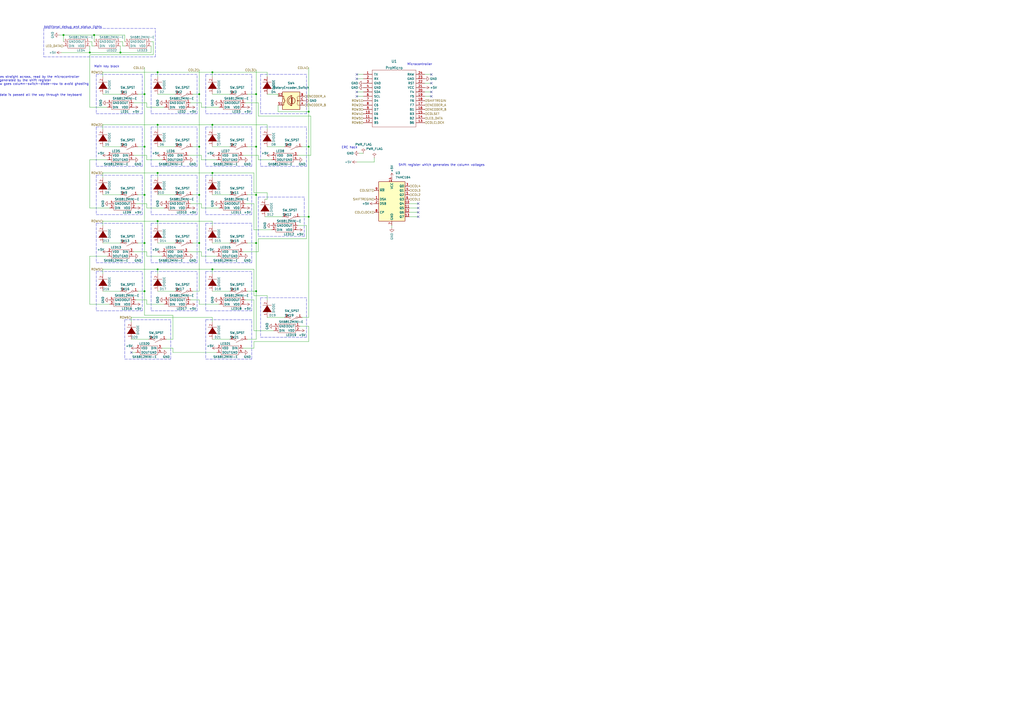
<source format=kicad_sch>
(kicad_sch (version 20211123) (generator eeschema)

  (uuid 63d979ed-7e91-4138-a990-b705e9f9cf90)

  (paper "A2")

  (lib_symbols
    (symbol "74xx:74HC164" (in_bom yes) (on_board yes)
      (property "Reference" "U" (id 0) (at 1.905 -13.97 0)
        (effects (font (size 1.27 1.27)) (justify left))
      )
      (property "Value" "74HC164" (id 1) (at 1.905 -16.51 0)
        (effects (font (size 1.27 1.27)) (justify left))
      )
      (property "Footprint" "" (id 2) (at 22.86 -7.62 0)
        (effects (font (size 1.27 1.27)) hide)
      )
      (property "Datasheet" "https://assets.nexperia.com/documents/data-sheet/74HC_HCT164.pdf" (id 3) (at 22.86 -7.62 0)
        (effects (font (size 1.27 1.27)) hide)
      )
      (property "ki_keywords" "8-bit shift register" (id 4) (at 0 0 0)
        (effects (font (size 1.27 1.27)) hide)
      )
      (property "ki_description" "8-bit serial-in parallel-out shift register" (id 5) (at 0 0 0)
        (effects (font (size 1.27 1.27)) hide)
      )
      (property "ki_fp_filters" "SOIC*3.9x8.7*P1.27mm* ?SSOP*P0.65mm* DIP*W7.62mm*" (id 6) (at 0 0 0)
        (effects (font (size 1.27 1.27)) hide)
      )
      (symbol "74HC164_0_1"
        (rectangle (start 7.62 10.16) (end -7.62 -12.7)
          (stroke (width 0.254) (type default) (color 0 0 0 0))
          (fill (type background))
        )
      )
      (symbol "74HC164_1_1"
        (pin input line (at -10.16 0 0) (length 2.54)
          (name "DSA" (effects (font (size 1.27 1.27))))
          (number "1" (effects (font (size 1.27 1.27))))
        )
        (pin output line (at 10.16 -2.54 180) (length 2.54)
          (name "Q4" (effects (font (size 1.27 1.27))))
          (number "10" (effects (font (size 1.27 1.27))))
        )
        (pin output line (at 10.16 -5.08 180) (length 2.54)
          (name "Q5" (effects (font (size 1.27 1.27))))
          (number "11" (effects (font (size 1.27 1.27))))
        )
        (pin output line (at 10.16 -7.62 180) (length 2.54)
          (name "Q6" (effects (font (size 1.27 1.27))))
          (number "12" (effects (font (size 1.27 1.27))))
        )
        (pin output line (at 10.16 -10.16 180) (length 2.54)
          (name "Q7" (effects (font (size 1.27 1.27))))
          (number "13" (effects (font (size 1.27 1.27))))
        )
        (pin power_in line (at 0 12.7 270) (length 2.54)
          (name "VCC" (effects (font (size 1.27 1.27))))
          (number "14" (effects (font (size 1.27 1.27))))
        )
        (pin input line (at -10.16 -2.54 0) (length 2.54)
          (name "DSB" (effects (font (size 1.27 1.27))))
          (number "2" (effects (font (size 1.27 1.27))))
        )
        (pin output line (at 10.16 7.62 180) (length 2.54)
          (name "Q0" (effects (font (size 1.27 1.27))))
          (number "3" (effects (font (size 1.27 1.27))))
        )
        (pin output line (at 10.16 5.08 180) (length 2.54)
          (name "Q1" (effects (font (size 1.27 1.27))))
          (number "4" (effects (font (size 1.27 1.27))))
        )
        (pin output line (at 10.16 2.54 180) (length 2.54)
          (name "Q2" (effects (font (size 1.27 1.27))))
          (number "5" (effects (font (size 1.27 1.27))))
        )
        (pin output line (at 10.16 0 180) (length 2.54)
          (name "Q3" (effects (font (size 1.27 1.27))))
          (number "6" (effects (font (size 1.27 1.27))))
        )
        (pin power_in line (at 0 -15.24 90) (length 2.54)
          (name "GND" (effects (font (size 1.27 1.27))))
          (number "7" (effects (font (size 1.27 1.27))))
        )
        (pin input line (at -10.16 -7.62 0) (length 2.54)
          (name "CP" (effects (font (size 1.27 1.27))))
          (number "8" (effects (font (size 1.27 1.27))))
        )
        (pin input line (at -10.16 5.08 0) (length 2.54)
          (name "~{MR}" (effects (font (size 1.27 1.27))))
          (number "9" (effects (font (size 1.27 1.27))))
        )
      )
    )
    (symbol "Device:RotaryEncoder_Switch" (pin_names (offset 0.254) hide) (in_bom yes) (on_board yes)
      (property "Reference" "SW" (id 0) (at 0 6.604 0)
        (effects (font (size 1.27 1.27)))
      )
      (property "Value" "RotaryEncoder_Switch" (id 1) (at 0 -6.604 0)
        (effects (font (size 1.27 1.27)))
      )
      (property "Footprint" "" (id 2) (at -3.81 4.064 0)
        (effects (font (size 1.27 1.27)) hide)
      )
      (property "Datasheet" "~" (id 3) (at 0 6.604 0)
        (effects (font (size 1.27 1.27)) hide)
      )
      (property "ki_keywords" "rotary switch encoder switch push button" (id 4) (at 0 0 0)
        (effects (font (size 1.27 1.27)) hide)
      )
      (property "ki_description" "Rotary encoder, dual channel, incremental quadrate outputs, with switch" (id 5) (at 0 0 0)
        (effects (font (size 1.27 1.27)) hide)
      )
      (property "ki_fp_filters" "RotaryEncoder*Switch*" (id 6) (at 0 0 0)
        (effects (font (size 1.27 1.27)) hide)
      )
      (symbol "RotaryEncoder_Switch_0_1"
        (rectangle (start -5.08 5.08) (end 5.08 -5.08)
          (stroke (width 0.254) (type default) (color 0 0 0 0))
          (fill (type background))
        )
        (circle (center -3.81 0) (radius 0.254)
          (stroke (width 0) (type default) (color 0 0 0 0))
          (fill (type outline))
        )
        (arc (start -0.381 -2.794) (mid 2.3622 -0.0508) (end -0.381 2.667)
          (stroke (width 0.254) (type default) (color 0 0 0 0))
          (fill (type none))
        )
        (circle (center -0.381 0) (radius 1.905)
          (stroke (width 0.254) (type default) (color 0 0 0 0))
          (fill (type none))
        )
        (polyline
          (pts
            (xy -0.635 -1.778)
            (xy -0.635 1.778)
          )
          (stroke (width 0.254) (type default) (color 0 0 0 0))
          (fill (type none))
        )
        (polyline
          (pts
            (xy -0.381 -1.778)
            (xy -0.381 1.778)
          )
          (stroke (width 0.254) (type default) (color 0 0 0 0))
          (fill (type none))
        )
        (polyline
          (pts
            (xy -0.127 1.778)
            (xy -0.127 -1.778)
          )
          (stroke (width 0.254) (type default) (color 0 0 0 0))
          (fill (type none))
        )
        (polyline
          (pts
            (xy 3.81 0)
            (xy 3.429 0)
          )
          (stroke (width 0.254) (type default) (color 0 0 0 0))
          (fill (type none))
        )
        (polyline
          (pts
            (xy 3.81 1.016)
            (xy 3.81 -1.016)
          )
          (stroke (width 0.254) (type default) (color 0 0 0 0))
          (fill (type none))
        )
        (polyline
          (pts
            (xy -5.08 -2.54)
            (xy -3.81 -2.54)
            (xy -3.81 -2.032)
          )
          (stroke (width 0) (type default) (color 0 0 0 0))
          (fill (type none))
        )
        (polyline
          (pts
            (xy -5.08 2.54)
            (xy -3.81 2.54)
            (xy -3.81 2.032)
          )
          (stroke (width 0) (type default) (color 0 0 0 0))
          (fill (type none))
        )
        (polyline
          (pts
            (xy 0.254 -3.048)
            (xy -0.508 -2.794)
            (xy 0.127 -2.413)
          )
          (stroke (width 0.254) (type default) (color 0 0 0 0))
          (fill (type none))
        )
        (polyline
          (pts
            (xy 0.254 2.921)
            (xy -0.508 2.667)
            (xy 0.127 2.286)
          )
          (stroke (width 0.254) (type default) (color 0 0 0 0))
          (fill (type none))
        )
        (polyline
          (pts
            (xy 5.08 -2.54)
            (xy 4.318 -2.54)
            (xy 4.318 -1.016)
          )
          (stroke (width 0.254) (type default) (color 0 0 0 0))
          (fill (type none))
        )
        (polyline
          (pts
            (xy 5.08 2.54)
            (xy 4.318 2.54)
            (xy 4.318 1.016)
          )
          (stroke (width 0.254) (type default) (color 0 0 0 0))
          (fill (type none))
        )
        (polyline
          (pts
            (xy -5.08 0)
            (xy -3.81 0)
            (xy -3.81 -1.016)
            (xy -3.302 -2.032)
          )
          (stroke (width 0) (type default) (color 0 0 0 0))
          (fill (type none))
        )
        (polyline
          (pts
            (xy -4.318 0)
            (xy -3.81 0)
            (xy -3.81 1.016)
            (xy -3.302 2.032)
          )
          (stroke (width 0) (type default) (color 0 0 0 0))
          (fill (type none))
        )
        (circle (center 4.318 -1.016) (radius 0.127)
          (stroke (width 0.254) (type default) (color 0 0 0 0))
          (fill (type none))
        )
        (circle (center 4.318 1.016) (radius 0.127)
          (stroke (width 0.254) (type default) (color 0 0 0 0))
          (fill (type none))
        )
      )
      (symbol "RotaryEncoder_Switch_1_1"
        (pin passive line (at -7.62 2.54 0) (length 2.54)
          (name "A" (effects (font (size 1.27 1.27))))
          (number "A" (effects (font (size 1.27 1.27))))
        )
        (pin passive line (at -7.62 -2.54 0) (length 2.54)
          (name "B" (effects (font (size 1.27 1.27))))
          (number "B" (effects (font (size 1.27 1.27))))
        )
        (pin passive line (at -7.62 0 0) (length 2.54)
          (name "C" (effects (font (size 1.27 1.27))))
          (number "C" (effects (font (size 1.27 1.27))))
        )
        (pin passive line (at 7.62 2.54 180) (length 2.54)
          (name "S1" (effects (font (size 1.27 1.27))))
          (number "S1" (effects (font (size 1.27 1.27))))
        )
        (pin passive line (at 7.62 -2.54 180) (length 2.54)
          (name "S2" (effects (font (size 1.27 1.27))))
          (number "S2" (effects (font (size 1.27 1.27))))
        )
      )
    )
    (symbol "Switch:SW_SPST" (pin_names (offset 0) hide) (in_bom yes) (on_board yes)
      (property "Reference" "SW" (id 0) (at 0 3.175 0)
        (effects (font (size 1.27 1.27)))
      )
      (property "Value" "SW_SPST" (id 1) (at 0 -2.54 0)
        (effects (font (size 1.27 1.27)))
      )
      (property "Footprint" "" (id 2) (at 0 0 0)
        (effects (font (size 1.27 1.27)) hide)
      )
      (property "Datasheet" "~" (id 3) (at 0 0 0)
        (effects (font (size 1.27 1.27)) hide)
      )
      (property "ki_keywords" "switch lever" (id 4) (at 0 0 0)
        (effects (font (size 1.27 1.27)) hide)
      )
      (property "ki_description" "Single Pole Single Throw (SPST) switch" (id 5) (at 0 0 0)
        (effects (font (size 1.27 1.27)) hide)
      )
      (symbol "SW_SPST_0_0"
        (circle (center -2.032 0) (radius 0.508)
          (stroke (width 0) (type default) (color 0 0 0 0))
          (fill (type none))
        )
        (polyline
          (pts
            (xy -1.524 0.254)
            (xy 1.524 1.778)
          )
          (stroke (width 0) (type default) (color 0 0 0 0))
          (fill (type none))
        )
        (circle (center 2.032 0) (radius 0.508)
          (stroke (width 0) (type default) (color 0 0 0 0))
          (fill (type none))
        )
      )
      (symbol "SW_SPST_1_1"
        (pin passive line (at -5.08 0 0) (length 2.54)
          (name "A" (effects (font (size 1.27 1.27))))
          (number "1" (effects (font (size 1.27 1.27))))
        )
        (pin passive line (at 5.08 0 180) (length 2.54)
          (name "B" (effects (font (size 1.27 1.27))))
          (number "2" (effects (font (size 1.27 1.27))))
        )
      )
    )
    (symbol "numpad:SK6812MINI-E" (in_bom yes) (on_board yes)
      (property "Reference" "LED" (id 0) (at 0 -3.81 0)
        (effects (font (size 1.27 1.27)))
      )
      (property "Value" "SK6812MINI-E" (id 1) (at 0 3.81 0)
        (effects (font (size 1.27 1.27)))
      )
      (property "Footprint" "" (id 2) (at 0 0 0)
        (effects (font (size 1.27 1.27)) hide)
      )
      (property "Datasheet" "" (id 3) (at 0 0 0)
        (effects (font (size 1.27 1.27)) hide)
      )
      (symbol "SK6812MINI-E_0_1"
        (rectangle (start 5.08 2.54) (end -5.08 -2.54)
          (stroke (width 0) (type default) (color 0 0 0 0))
          (fill (type none))
        )
      )
      (symbol "SK6812MINI-E_1_1"
        (pin output line (at -7.62 -1.27 0) (length 2.54)
          (name "DOUT" (effects (font (size 1.27 1.27))))
          (number "1" (effects (font (size 1.27 1.27))))
        )
        (pin power_in line (at -7.62 1.27 0) (length 2.54)
          (name "VDD" (effects (font (size 1.27 1.27))))
          (number "2" (effects (font (size 1.27 1.27))))
        )
        (pin input line (at 7.62 1.27 180) (length 2.54)
          (name "DIN" (effects (font (size 1.27 1.27))))
          (number "3" (effects (font (size 1.27 1.27))))
        )
        (pin power_in line (at 7.62 -1.27 180) (length 2.54)
          (name "GND" (effects (font (size 1.27 1.27))))
          (number "4" (effects (font (size 1.27 1.27))))
        )
      )
    )
    (symbol "power:+5V" (power) (pin_names (offset 0)) (in_bom yes) (on_board yes)
      (property "Reference" "#PWR" (id 0) (at 0 -3.81 0)
        (effects (font (size 1.27 1.27)) hide)
      )
      (property "Value" "+5V" (id 1) (at 0 3.556 0)
        (effects (font (size 1.27 1.27)))
      )
      (property "Footprint" "" (id 2) (at 0 0 0)
        (effects (font (size 1.27 1.27)) hide)
      )
      (property "Datasheet" "" (id 3) (at 0 0 0)
        (effects (font (size 1.27 1.27)) hide)
      )
      (property "ki_keywords" "power-flag" (id 4) (at 0 0 0)
        (effects (font (size 1.27 1.27)) hide)
      )
      (property "ki_description" "Power symbol creates a global label with name \"+5V\"" (id 5) (at 0 0 0)
        (effects (font (size 1.27 1.27)) hide)
      )
      (symbol "+5V_0_1"
        (polyline
          (pts
            (xy -0.762 1.27)
            (xy 0 2.54)
          )
          (stroke (width 0) (type default) (color 0 0 0 0))
          (fill (type none))
        )
        (polyline
          (pts
            (xy 0 0)
            (xy 0 2.54)
          )
          (stroke (width 0) (type default) (color 0 0 0 0))
          (fill (type none))
        )
        (polyline
          (pts
            (xy 0 2.54)
            (xy 0.762 1.27)
          )
          (stroke (width 0) (type default) (color 0 0 0 0))
          (fill (type none))
        )
      )
      (symbol "+5V_1_1"
        (pin power_in line (at 0 0 90) (length 0) hide
          (name "+5V" (effects (font (size 1.27 1.27))))
          (number "1" (effects (font (size 1.27 1.27))))
        )
      )
    )
    (symbol "power:GND" (power) (pin_names (offset 0)) (in_bom yes) (on_board yes)
      (property "Reference" "#PWR" (id 0) (at 0 -6.35 0)
        (effects (font (size 1.27 1.27)) hide)
      )
      (property "Value" "GND" (id 1) (at 0 -3.81 0)
        (effects (font (size 1.27 1.27)))
      )
      (property "Footprint" "" (id 2) (at 0 0 0)
        (effects (font (size 1.27 1.27)) hide)
      )
      (property "Datasheet" "" (id 3) (at 0 0 0)
        (effects (font (size 1.27 1.27)) hide)
      )
      (property "ki_keywords" "power-flag" (id 4) (at 0 0 0)
        (effects (font (size 1.27 1.27)) hide)
      )
      (property "ki_description" "Power symbol creates a global label with name \"GND\" , ground" (id 5) (at 0 0 0)
        (effects (font (size 1.27 1.27)) hide)
      )
      (symbol "GND_0_1"
        (polyline
          (pts
            (xy 0 0)
            (xy 0 -1.27)
            (xy 1.27 -1.27)
            (xy 0 -2.54)
            (xy -1.27 -1.27)
            (xy 0 -1.27)
          )
          (stroke (width 0) (type default) (color 0 0 0 0))
          (fill (type none))
        )
      )
      (symbol "GND_1_1"
        (pin power_in line (at 0 0 270) (length 0) hide
          (name "GND" (effects (font (size 1.27 1.27))))
          (number "1" (effects (font (size 1.27 1.27))))
        )
      )
    )
    (symbol "power:PWR_FLAG" (power) (pin_numbers hide) (pin_names (offset 0) hide) (in_bom yes) (on_board yes)
      (property "Reference" "#FLG" (id 0) (at 0 1.905 0)
        (effects (font (size 1.27 1.27)) hide)
      )
      (property "Value" "PWR_FLAG" (id 1) (at 0 3.81 0)
        (effects (font (size 1.27 1.27)))
      )
      (property "Footprint" "" (id 2) (at 0 0 0)
        (effects (font (size 1.27 1.27)) hide)
      )
      (property "Datasheet" "~" (id 3) (at 0 0 0)
        (effects (font (size 1.27 1.27)) hide)
      )
      (property "ki_keywords" "power-flag" (id 4) (at 0 0 0)
        (effects (font (size 1.27 1.27)) hide)
      )
      (property "ki_description" "Special symbol for telling ERC where power comes from" (id 5) (at 0 0 0)
        (effects (font (size 1.27 1.27)) hide)
      )
      (symbol "PWR_FLAG_0_0"
        (pin power_out line (at 0 0 90) (length 0)
          (name "pwr" (effects (font (size 1.27 1.27))))
          (number "1" (effects (font (size 1.27 1.27))))
        )
      )
      (symbol "PWR_FLAG_0_1"
        (polyline
          (pts
            (xy 0 0)
            (xy 0 1.27)
            (xy -1.016 1.905)
            (xy 0 2.54)
            (xy 1.016 1.905)
            (xy 0 1.27)
          )
          (stroke (width 0) (type default) (color 0 0 0 0))
          (fill (type none))
        )
      )
    )
    (symbol "promicro:ProMicro" (pin_names (offset 1.016)) (in_bom yes) (on_board yes)
      (property "Reference" "U" (id 0) (at 0 24.13 0)
        (effects (font (size 1.524 1.524)))
      )
      (property "Value" "ProMicro" (id 1) (at 0 -13.97 0)
        (effects (font (size 1.524 1.524)))
      )
      (property "Footprint" "" (id 2) (at 2.54 -26.67 0)
        (effects (font (size 1.524 1.524)))
      )
      (property "Datasheet" "" (id 3) (at 2.54 -26.67 0)
        (effects (font (size 1.524 1.524)))
      )
      (symbol "ProMicro_0_1"
        (rectangle (start -12.7 21.59) (end 12.7 -11.43)
          (stroke (width 0) (type default) (color 0 0 0 0))
          (fill (type none))
        )
      )
      (symbol "ProMicro_1_1"
        (pin bidirectional line (at -17.78 19.05 0) (length 5.08)
          (name "TX" (effects (font (size 1.27 1.27))))
          (number "1" (effects (font (size 1.27 1.27))))
        )
        (pin bidirectional line (at -17.78 -3.81 0) (length 5.08)
          (name "E6" (effects (font (size 1.27 1.27))))
          (number "10" (effects (font (size 1.27 1.27))))
        )
        (pin bidirectional line (at -17.78 -6.35 0) (length 5.08)
          (name "B4" (effects (font (size 1.27 1.27))))
          (number "11" (effects (font (size 1.27 1.27))))
        )
        (pin bidirectional line (at -17.78 -8.89 0) (length 5.08)
          (name "B5" (effects (font (size 1.27 1.27))))
          (number "12" (effects (font (size 1.27 1.27))))
        )
        (pin bidirectional line (at 17.78 -8.89 180) (length 5.08)
          (name "B6" (effects (font (size 1.27 1.27))))
          (number "13" (effects (font (size 1.27 1.27))))
        )
        (pin bidirectional line (at 17.78 -6.35 180) (length 5.08)
          (name "B2" (effects (font (size 1.27 1.27))))
          (number "14" (effects (font (size 1.27 1.27))))
        )
        (pin bidirectional line (at 17.78 -3.81 180) (length 5.08)
          (name "B3" (effects (font (size 1.27 1.27))))
          (number "15" (effects (font (size 1.27 1.27))))
        )
        (pin bidirectional line (at 17.78 -1.27 180) (length 5.08)
          (name "B1" (effects (font (size 1.27 1.27))))
          (number "16" (effects (font (size 1.27 1.27))))
        )
        (pin bidirectional line (at 17.78 1.27 180) (length 5.08)
          (name "F7" (effects (font (size 1.27 1.27))))
          (number "17" (effects (font (size 1.27 1.27))))
        )
        (pin bidirectional line (at 17.78 3.81 180) (length 5.08)
          (name "F6" (effects (font (size 1.27 1.27))))
          (number "18" (effects (font (size 1.27 1.27))))
        )
        (pin bidirectional line (at 17.78 6.35 180) (length 5.08)
          (name "F5" (effects (font (size 1.27 1.27))))
          (number "19" (effects (font (size 1.27 1.27))))
        )
        (pin bidirectional line (at -17.78 16.51 0) (length 5.08)
          (name "RX" (effects (font (size 1.27 1.27))))
          (number "2" (effects (font (size 1.27 1.27))))
        )
        (pin bidirectional line (at 17.78 8.89 180) (length 5.08)
          (name "F4" (effects (font (size 1.27 1.27))))
          (number "20" (effects (font (size 1.27 1.27))))
        )
        (pin power_in line (at 17.78 11.43 180) (length 5.08)
          (name "VCC" (effects (font (size 1.27 1.27))))
          (number "21" (effects (font (size 1.27 1.27))))
        )
        (pin input line (at 17.78 13.97 180) (length 5.08)
          (name "RST" (effects (font (size 1.27 1.27))))
          (number "22" (effects (font (size 1.27 1.27))))
        )
        (pin power_in line (at 17.78 16.51 180) (length 5.08)
          (name "GND" (effects (font (size 1.27 1.27))))
          (number "23" (effects (font (size 1.27 1.27))))
        )
        (pin power_out line (at 17.78 19.05 180) (length 5.08)
          (name "RAW" (effects (font (size 1.27 1.27))))
          (number "24" (effects (font (size 1.27 1.27))))
        )
        (pin power_in line (at -17.78 13.97 0) (length 5.08)
          (name "GND" (effects (font (size 1.27 1.27))))
          (number "3" (effects (font (size 1.27 1.27))))
        )
        (pin power_in line (at -17.78 11.43 0) (length 5.08)
          (name "GND" (effects (font (size 1.27 1.27))))
          (number "4" (effects (font (size 1.27 1.27))))
        )
        (pin bidirectional line (at -17.78 8.89 0) (length 5.08)
          (name "SDA" (effects (font (size 1.27 1.27))))
          (number "5" (effects (font (size 1.27 1.27))))
        )
        (pin bidirectional line (at -17.78 6.35 0) (length 5.08)
          (name "SCL" (effects (font (size 1.27 1.27))))
          (number "6" (effects (font (size 1.27 1.27))))
        )
        (pin bidirectional line (at -17.78 3.81 0) (length 5.08)
          (name "D4" (effects (font (size 1.27 1.27))))
          (number "7" (effects (font (size 1.27 1.27))))
        )
        (pin bidirectional line (at -17.78 1.27 0) (length 5.08)
          (name "C6" (effects (font (size 1.27 1.27))))
          (number "8" (effects (font (size 1.27 1.27))))
        )
        (pin bidirectional line (at -17.78 -1.27 0) (length 5.08)
          (name "D7" (effects (font (size 1.27 1.27))))
          (number "9" (effects (font (size 1.27 1.27))))
        )
      )
    )
    (symbol "pspice:DIODE" (pin_names (offset 1.016) hide) (in_bom yes) (on_board yes)
      (property "Reference" "D" (id 0) (at 0 3.81 0)
        (effects (font (size 1.27 1.27)))
      )
      (property "Value" "DIODE" (id 1) (at 0 -4.445 0)
        (effects (font (size 1.27 1.27)))
      )
      (property "Footprint" "" (id 2) (at 0 0 0)
        (effects (font (size 1.27 1.27)) hide)
      )
      (property "Datasheet" "~" (id 3) (at 0 0 0)
        (effects (font (size 1.27 1.27)) hide)
      )
      (property "ki_keywords" "simulation" (id 4) (at 0 0 0)
        (effects (font (size 1.27 1.27)) hide)
      )
      (property "ki_description" "Diode symbol for simulation only. Pin order incompatible with official kicad footprints" (id 5) (at 0 0 0)
        (effects (font (size 1.27 1.27)) hide)
      )
      (symbol "DIODE_0_1"
        (polyline
          (pts
            (xy 1.905 2.54)
            (xy 1.905 -2.54)
          )
          (stroke (width 0) (type default) (color 0 0 0 0))
          (fill (type none))
        )
        (polyline
          (pts
            (xy -1.905 2.54)
            (xy -1.905 -2.54)
            (xy 1.905 0)
          )
          (stroke (width 0) (type default) (color 0 0 0 0))
          (fill (type outline))
        )
      )
      (symbol "DIODE_1_1"
        (pin input line (at -5.08 0 0) (length 3.81)
          (name "K" (effects (font (size 1.27 1.27))))
          (number "1" (effects (font (size 1.27 1.27))))
        )
        (pin input line (at 5.08 0 180) (length 3.81)
          (name "A" (effects (font (size 1.27 1.27))))
          (number "2" (effects (font (size 1.27 1.27))))
        )
      )
    )
  )

  (junction (at 115.57 85.09) (diameter 0) (color 0 0 0 0)
    (uuid 0b22bd9d-aa17-4453-9a91-16b065e20527)
  )
  (junction (at 148.59 54.61) (diameter 0) (color 0 0 0 0)
    (uuid 1220c1d0-ee92-40f6-8955-179ae7a8d496)
  )
  (junction (at 115.57 140.97) (diameter 0) (color 0 0 0 0)
    (uuid 22cd273b-bd3f-46fb-959e-5604460f63e9)
  )
  (junction (at 83.82 168.91) (diameter 0) (color 0 0 0 0)
    (uuid 22d4893d-d14f-4ba6-8fbd-e71a8b76de90)
  )
  (junction (at 83.82 113.03) (diameter 0) (color 0 0 0 0)
    (uuid 23c517a0-d80e-449c-b20f-45bbf2ce5eab)
  )
  (junction (at 69.85 30.48) (diameter 0) (color 0 0 0 0)
    (uuid 3027674a-56ec-4942-9df2-5d7e069bf437)
  )
  (junction (at 123.19 156.21) (diameter 0) (color 0 0 0 0)
    (uuid 3224c701-0a71-48d6-b1bd-dfe9d1c299df)
  )
  (junction (at 115.57 113.03) (diameter 0) (color 0 0 0 0)
    (uuid 3676a8c2-aa28-46c2-89b7-b6263e8049cd)
  )
  (junction (at 54.61 20.32) (diameter 0) (color 0 0 0 0)
    (uuid 485d5aa2-5c4c-4f54-8b2f-610160a4323f)
  )
  (junction (at 123.19 72.39) (diameter 0) (color 0 0 0 0)
    (uuid 48f49d98-2720-4728-a448-40377027ecbd)
  )
  (junction (at 91.44 72.39) (diameter 0) (color 0 0 0 0)
    (uuid 539692de-d03e-4224-b3bf-63cdb68ba930)
  )
  (junction (at 148.59 168.91) (diameter 0) (color 0 0 0 0)
    (uuid 68732f1a-0b81-432b-992f-88825ac11a28)
  )
  (junction (at 148.59 140.97) (diameter 0) (color 0 0 0 0)
    (uuid 7949e366-a5dd-480b-862a-8355e8dbb002)
  )
  (junction (at 123.19 41.91) (diameter 0) (color 0 0 0 0)
    (uuid 79c207a4-8894-4bcb-b8f1-6ef8d0ebd42e)
  )
  (junction (at 115.57 54.61) (diameter 0) (color 0 0 0 0)
    (uuid 7d2f5132-26e2-40a5-8375-f2c021cbabf9)
  )
  (junction (at 179.07 64.77) (diameter 0) (color 0 0 0 0)
    (uuid 8cdc3ab0-6cdd-408e-b9c2-ea3eb7a74a7e)
  )
  (junction (at 83.82 85.09) (diameter 0) (color 0 0 0 0)
    (uuid 922fd886-c92d-4a53-a4d1-b3b3b3ae8f69)
  )
  (junction (at 179.07 85.09) (diameter 0) (color 0 0 0 0)
    (uuid 937195cc-e941-4ced-8f3f-4c27d8e075ea)
  )
  (junction (at 52.07 30.48) (diameter 0) (color 0 0 0 0)
    (uuid 95a23c32-3bae-4cbe-9baf-66297d7a64f1)
  )
  (junction (at 83.82 54.61) (diameter 0) (color 0 0 0 0)
    (uuid 9abcae93-8778-4971-a3f1-41db4ea52a63)
  )
  (junction (at 83.82 140.97) (diameter 0) (color 0 0 0 0)
    (uuid 9d6cd7f1-48ba-4803-99ec-e6c19ae5c2a1)
  )
  (junction (at 91.44 128.27) (diameter 0) (color 0 0 0 0)
    (uuid 9e52e95b-d5ce-4c0d-8765-3802e15a6661)
  )
  (junction (at 36.83 20.32) (diameter 0) (color 0 0 0 0)
    (uuid a150a643-d176-4b14-bc58-e53d2cc42ed9)
  )
  (junction (at 91.44 156.21) (diameter 0) (color 0 0 0 0)
    (uuid a2330a27-7ae6-435d-bdd3-374db3911998)
  )
  (junction (at 148.59 85.09) (diameter 0) (color 0 0 0 0)
    (uuid ad6f6802-212e-446f-98c1-22871a6db0c6)
  )
  (junction (at 148.59 113.03) (diameter 0) (color 0 0 0 0)
    (uuid af0c6962-3d47-40e9-b000-d642a71cae8d)
  )
  (junction (at 91.44 41.91) (diameter 0) (color 0 0 0 0)
    (uuid b141077f-f66a-4911-8434-1e5b7f3e65c0)
  )
  (junction (at 179.07 125.73) (diameter 0) (color 0 0 0 0)
    (uuid c0125d13-794a-47b2-ae19-872615acab3b)
  )
  (junction (at 91.44 100.33) (diameter 0) (color 0 0 0 0)
    (uuid c33f9522-714f-4247-b529-1cf8da79173d)
  )
  (junction (at 123.19 100.33) (diameter 0) (color 0 0 0 0)
    (uuid fd7e5dc3-201a-4e7e-a6f8-e2a3c67968a5)
  )

  (no_connect (at 250.19 53.34) (uuid 48072658-6343-4528-9d7c-57a7f70512ec))
  (no_connect (at 250.19 55.88) (uuid 48072658-6343-4528-9d7c-57a7f70512ec))
  (no_connect (at 207.01 53.34) (uuid 48072658-6343-4528-9d7c-57a7f70512ec))
  (no_connect (at 207.01 55.88) (uuid 48072658-6343-4528-9d7c-57a7f70512ec))
  (no_connect (at 242.57 118.11) (uuid 5b0cc233-b2c0-490a-9bbe-80930a5e303a))
  (no_connect (at 242.57 123.19) (uuid 5b0cc233-b2c0-490a-9bbe-80930a5e303a))
  (no_connect (at 242.57 120.65) (uuid 5b0cc233-b2c0-490a-9bbe-80930a5e303a))
  (no_connect (at 242.57 125.73) (uuid 5b0cc233-b2c0-490a-9bbe-80930a5e303a))
  (no_connect (at 76.2 204.47) (uuid 83434b2f-7211-42f8-a714-c696cbd7a1ec))
  (no_connect (at 250.19 43.18) (uuid 9fca145a-357e-42b7-8ba3-7d417b9c02d2))
  (no_connect (at 207.01 45.72) (uuid a47658af-4b4c-4e84-a347-829f424ecae6))
  (no_connect (at 207.01 43.18) (uuid a47658af-4b4c-4e84-a347-829f424ecae6))
  (no_connect (at 250.19 48.26) (uuid b5262a1b-9e85-4d51-91f6-bc6d499f6fe2))

  (wire (pts (xy 148.59 140.97) (xy 148.59 168.91))
    (stroke (width 0) (type default) (color 0 0 0 0))
    (uuid 00638333-3c69-4400-a6a6-7f13b51f69d3)
  )
  (wire (pts (xy 142.24 59.69) (xy 149.86 59.69))
    (stroke (width 0) (type default) (color 0 0 0 0))
    (uuid 00f43cf9-6ae6-4db1-a06d-bd292841d2ed)
  )
  (wire (pts (xy 62.23 92.71) (xy 52.07 92.71))
    (stroke (width 0) (type default) (color 0 0 0 0))
    (uuid 010381db-ee81-4091-b1f8-94143ef99671)
  )
  (polyline (pts (xy 114.3 96.52) (xy 114.3 73.66))
    (stroke (width 0) (type default) (color 0 0 0 0))
    (uuid 02a6a655-66f3-418e-a5b3-00b63eec9006)
  )

  (wire (pts (xy 69.85 30.48) (xy 52.07 30.48))
    (stroke (width 0) (type default) (color 0 0 0 0))
    (uuid 03459a8e-bd49-4fa7-8eaf-85af04f22e28)
  )
  (polyline (pts (xy 149.86 114.3) (xy 149.86 137.16))
    (stroke (width 0) (type default) (color 0 0 0 0))
    (uuid 03f943db-48ae-46cf-b0c3-8eaccc8fdf02)
  )

  (wire (pts (xy 116.84 118.11) (xy 116.84 120.65))
    (stroke (width 0) (type default) (color 0 0 0 0))
    (uuid 0430ccd8-6a9a-42a9-b578-4007ecc47aea)
  )
  (wire (pts (xy 123.19 196.85) (xy 133.35 196.85))
    (stroke (width 0) (type default) (color 0 0 0 0))
    (uuid 044e9404-43e2-4974-998e-6ccf6f176f5e)
  )
  (wire (pts (xy 80.01 113.03) (xy 83.82 113.03))
    (stroke (width 0) (type default) (color 0 0 0 0))
    (uuid 0491628b-3017-48de-b613-26ba8232a6e1)
  )
  (wire (pts (xy 59.69 85.09) (xy 69.85 85.09))
    (stroke (width 0) (type default) (color 0 0 0 0))
    (uuid 053ead4a-9f59-4dda-8961-6db04490efe1)
  )
  (polyline (pts (xy 176.53 137.16) (xy 176.53 114.3))
    (stroke (width 0) (type default) (color 0 0 0 0))
    (uuid 056821c9-0c5c-45db-ac93-2e60f679dc54)
  )
  (polyline (pts (xy 119.38 129.54) (xy 119.38 152.4))
    (stroke (width 0) (type default) (color 0 0 0 0))
    (uuid 0626facb-d114-484a-b247-2671dbc82c21)
  )

  (wire (pts (xy 88.9 31.75) (xy 52.07 31.75))
    (stroke (width 0) (type default) (color 0 0 0 0))
    (uuid 0952bd53-7261-4dd0-9a26-d4a2cbe31973)
  )
  (polyline (pts (xy 149.86 137.16) (xy 176.53 137.16))
    (stroke (width 0) (type default) (color 0 0 0 0))
    (uuid 09a8fd28-c45c-487c-8346-8d22388676ec)
  )

  (wire (pts (xy 154.94 115.57) (xy 154.94 111.76))
    (stroke (width 0) (type default) (color 0 0 0 0))
    (uuid 0a4a5f6f-cc7f-4e94-bb58-4f21e5938ad1)
  )
  (wire (pts (xy 93.98 148.59) (xy 85.09 148.59))
    (stroke (width 0) (type default) (color 0 0 0 0))
    (uuid 0b153239-55e6-4e1a-ad46-47c3ee3ddd4e)
  )
  (wire (pts (xy 143.51 168.91) (xy 148.59 168.91))
    (stroke (width 0) (type default) (color 0 0 0 0))
    (uuid 0ba6446f-0653-41ab-891d-096a7fe6a058)
  )
  (wire (pts (xy 161.29 55.88) (xy 161.29 54.61))
    (stroke (width 0) (type default) (color 0 0 0 0))
    (uuid 0c526aab-4655-43aa-b6e7-1f398804bd96)
  )
  (wire (pts (xy 154.94 184.15) (xy 165.1 184.15))
    (stroke (width 0) (type default) (color 0 0 0 0))
    (uuid 0ce93c20-059e-4d4c-adba-a79f8cab4ab0)
  )
  (polyline (pts (xy 119.38 157.48) (xy 119.38 180.34))
    (stroke (width 0) (type default) (color 0 0 0 0))
    (uuid 0fb25099-63d2-41cb-a146-b352857026c5)
  )

  (wire (pts (xy 116.84 146.05) (xy 109.22 146.05))
    (stroke (width 0) (type default) (color 0 0 0 0))
    (uuid 10e5e68e-bbf2-4da0-bfbb-983f54095ff6)
  )
  (polyline (pts (xy 82.55 66.04) (xy 82.55 43.18))
    (stroke (width 0) (type default) (color 0 0 0 0))
    (uuid 10f953f0-79ec-49a8-b7c9-0f30578c3954)
  )

  (wire (pts (xy 111.76 168.91) (xy 115.57 168.91))
    (stroke (width 0) (type default) (color 0 0 0 0))
    (uuid 11ae5df5-b92d-4b1b-bd3a-f1dcbd98d79d)
  )
  (polyline (pts (xy 177.8 195.58) (xy 177.8 172.72))
    (stroke (width 0) (type default) (color 0 0 0 0))
    (uuid 11cdff6a-e19c-4a29-9c4b-c966a97a8faf)
  )

  (wire (pts (xy 87.63 24.13) (xy 88.9 24.13))
    (stroke (width 0) (type default) (color 0 0 0 0))
    (uuid 131545b3-a790-4346-ad20-682695290359)
  )
  (wire (pts (xy 179.07 189.23) (xy 179.07 198.12))
    (stroke (width 0) (type default) (color 0 0 0 0))
    (uuid 16777ce9-64a1-4d4d-9d52-ddf324991dc4)
  )
  (wire (pts (xy 93.98 92.71) (xy 85.09 92.71))
    (stroke (width 0) (type default) (color 0 0 0 0))
    (uuid 176e8b85-6e54-42fe-9eef-b3eeb63a7d4d)
  )
  (polyline (pts (xy 114.3 124.46) (xy 114.3 101.6))
    (stroke (width 0) (type default) (color 0 0 0 0))
    (uuid 18596d93-5987-495b-a3cf-6ddec9ffdaf5)
  )
  (polyline (pts (xy 87.63 101.6) (xy 87.63 124.46))
    (stroke (width 0) (type default) (color 0 0 0 0))
    (uuid 18754dae-0022-42b8-9fc5-af2ad230ebed)
  )

  (wire (pts (xy 76.2 184.15) (xy 123.19 184.15))
    (stroke (width 0) (type default) (color 0 0 0 0))
    (uuid 19481f83-cc22-40d1-abe6-b27a983d8543)
  )
  (polyline (pts (xy 119.38 73.66) (xy 146.05 73.66))
    (stroke (width 0) (type default) (color 0 0 0 0))
    (uuid 1a9e2c95-d286-411e-9fb9-09ebd92dd19f)
  )

  (wire (pts (xy 91.44 54.61) (xy 101.6 54.61))
    (stroke (width 0) (type default) (color 0 0 0 0))
    (uuid 1d531adc-77a2-4f65-a84e-15db42b6a911)
  )
  (polyline (pts (xy 119.38 208.28) (xy 146.05 208.28))
    (stroke (width 0) (type default) (color 0 0 0 0))
    (uuid 1ee92fec-a65c-46c1-9082-f4076d3ebf44)
  )
  (polyline (pts (xy 55.88 180.34) (xy 82.55 180.34))
    (stroke (width 0) (type default) (color 0 0 0 0))
    (uuid 2100aff3-d2d0-482c-aa0c-0589369ac13a)
  )
  (polyline (pts (xy 87.63 180.34) (xy 114.3 180.34))
    (stroke (width 0) (type default) (color 0 0 0 0))
    (uuid 230a3658-e58e-4d3c-9e97-a31e53b00498)
  )
  (polyline (pts (xy 119.38 43.18) (xy 119.38 66.04))
    (stroke (width 0) (type default) (color 0 0 0 0))
    (uuid 23f7dfb9-bdaf-4271-b7df-821181d3a6d4)
  )

  (wire (pts (xy 179.07 85.09) (xy 179.07 125.73))
    (stroke (width 0) (type default) (color 0 0 0 0))
    (uuid 242148ca-915c-4ec0-8f86-bd52dc61f378)
  )
  (wire (pts (xy 148.59 113.03) (xy 148.59 140.97))
    (stroke (width 0) (type default) (color 0 0 0 0))
    (uuid 24dde002-5efc-478a-99ae-436f7ad0ce9f)
  )
  (polyline (pts (xy 87.63 96.52) (xy 114.3 96.52))
    (stroke (width 0) (type default) (color 0 0 0 0))
    (uuid 265b2886-2784-4ed5-91f1-34e6f54bd5cc)
  )

  (wire (pts (xy 147.32 198.12) (xy 147.32 201.93))
    (stroke (width 0) (type default) (color 0 0 0 0))
    (uuid 27d16710-4e90-4622-a6ff-c685b3f0add8)
  )
  (polyline (pts (xy 25.4 16.51) (xy 90.17 16.51))
    (stroke (width 0) (type default) (color 0 0 0 0))
    (uuid 292f1993-fa90-402a-a1f4-27e2e0dc8989)
  )

  (wire (pts (xy 123.19 113.03) (xy 133.35 113.03))
    (stroke (width 0) (type default) (color 0 0 0 0))
    (uuid 29e60fb0-02a0-484e-8e68-76ac4f28095c)
  )
  (wire (pts (xy 179.07 125.73) (xy 179.07 184.15))
    (stroke (width 0) (type default) (color 0 0 0 0))
    (uuid 2a5921ed-85ec-4344-8254-b8df25b39f83)
  )
  (wire (pts (xy 87.63 26.67) (xy 87.63 30.48))
    (stroke (width 0) (type default) (color 0 0 0 0))
    (uuid 2a8d524e-5506-4420-8bf8-e7cefae89954)
  )
  (wire (pts (xy 80.01 54.61) (xy 83.82 54.61))
    (stroke (width 0) (type default) (color 0 0 0 0))
    (uuid 2a8f326e-4c08-4bec-89fd-a5396010bc88)
  )
  (wire (pts (xy 123.19 54.61) (xy 133.35 54.61))
    (stroke (width 0) (type default) (color 0 0 0 0))
    (uuid 2bd26635-d608-42b9-9a34-0cd2ada360c7)
  )
  (polyline (pts (xy 87.63 129.54) (xy 114.3 129.54))
    (stroke (width 0) (type default) (color 0 0 0 0))
    (uuid 2c119535-134b-4030-8a7b-fd03ff537636)
  )
  (polyline (pts (xy 119.38 124.46) (xy 146.05 124.46))
    (stroke (width 0) (type default) (color 0 0 0 0))
    (uuid 2c2c1b64-9d3c-49c8-9a43-ff7446667f41)
  )
  (polyline (pts (xy 87.63 101.6) (xy 114.3 101.6))
    (stroke (width 0) (type default) (color 0 0 0 0))
    (uuid 2c748b10-128c-4c07-8500-a95f9f2c79fa)
  )

  (wire (pts (xy 227.33 132.08) (xy 227.33 130.81))
    (stroke (width 0) (type default) (color 0 0 0 0))
    (uuid 2c9e0fdb-3aa5-43ea-bd28-4880f6fe2451)
  )
  (wire (pts (xy 85.09 62.23) (xy 85.09 59.69))
    (stroke (width 0) (type default) (color 0 0 0 0))
    (uuid 2d60b4c0-5373-47c1-944e-5fad15b439b5)
  )
  (polyline (pts (xy 87.63 157.48) (xy 114.3 157.48))
    (stroke (width 0) (type default) (color 0 0 0 0))
    (uuid 2f7ceb66-3b45-4f92-8408-44e6e81b84f6)
  )

  (wire (pts (xy 116.84 148.59) (xy 116.84 146.05))
    (stroke (width 0) (type default) (color 0 0 0 0))
    (uuid 2fedbab8-5ef6-4db8-bd59-dcda94ba5244)
  )
  (polyline (pts (xy 146.05 180.34) (xy 146.05 157.48))
    (stroke (width 0) (type default) (color 0 0 0 0))
    (uuid 30334f84-ca3d-4911-8453-7ba14c058125)
  )
  (polyline (pts (xy 55.88 129.54) (xy 55.88 152.4))
    (stroke (width 0) (type default) (color 0 0 0 0))
    (uuid 307017e6-8d15-41c3-8245-bbc09a249337)
  )
  (polyline (pts (xy 87.63 66.04) (xy 114.3 66.04))
    (stroke (width 0) (type default) (color 0 0 0 0))
    (uuid 308bc4ce-5743-435f-ae12-b1a0a613c277)
  )
  (polyline (pts (xy 177.8 66.04) (xy 177.8 43.18))
    (stroke (width 0) (type default) (color 0 0 0 0))
    (uuid 30a8f77d-169a-4105-a21f-b03c74ed3bb4)
  )
  (polyline (pts (xy 114.3 180.34) (xy 114.3 157.48))
    (stroke (width 0) (type default) (color 0 0 0 0))
    (uuid 314ec85e-f49c-4eef-9ff8-741db308a824)
  )

  (wire (pts (xy 115.57 113.03) (xy 115.57 140.97))
    (stroke (width 0) (type default) (color 0 0 0 0))
    (uuid 33345808-715b-4d4c-93de-ac68efe35ef7)
  )
  (polyline (pts (xy 151.13 43.18) (xy 151.13 66.04))
    (stroke (width 0) (type default) (color 0 0 0 0))
    (uuid 337a867f-8369-47b4-b2d2-3f36fb210ae6)
  )
  (polyline (pts (xy 119.38 73.66) (xy 119.38 96.52))
    (stroke (width 0) (type default) (color 0 0 0 0))
    (uuid 363e8ef2-8ebd-43ab-9c6b-ff0a71ec59d1)
  )

  (wire (pts (xy 123.19 184.15) (xy 123.19 186.69))
    (stroke (width 0) (type default) (color 0 0 0 0))
    (uuid 366d8df7-5bff-420a-9ce7-32664b60886c)
  )
  (wire (pts (xy 91.44 128.27) (xy 59.69 128.27))
    (stroke (width 0) (type default) (color 0 0 0 0))
    (uuid 397aa83d-fa0c-4106-a656-1af2822e5cb6)
  )
  (wire (pts (xy 149.86 59.69) (xy 149.86 67.31))
    (stroke (width 0) (type default) (color 0 0 0 0))
    (uuid 398b989f-889b-44e3-ac54-3ab25c38bcbb)
  )
  (wire (pts (xy 83.82 39.37) (xy 83.82 54.61))
    (stroke (width 0) (type default) (color 0 0 0 0))
    (uuid 39ca1398-c1c9-4324-b8fc-dd2e9fa9cd29)
  )
  (wire (pts (xy 91.44 156.21) (xy 91.44 158.75))
    (stroke (width 0) (type default) (color 0 0 0 0))
    (uuid 3c21d423-3966-483e-b200-50b65da98351)
  )
  (wire (pts (xy 83.82 168.91) (xy 83.82 182.88))
    (stroke (width 0) (type default) (color 0 0 0 0))
    (uuid 3c3f13ac-9681-4ad0-928d-ba58c6cb712c)
  )
  (wire (pts (xy 83.82 85.09) (xy 83.82 113.03))
    (stroke (width 0) (type default) (color 0 0 0 0))
    (uuid 3c983479-94e8-4c73-afdb-e3518c62dc37)
  )
  (wire (pts (xy 71.12 24.13) (xy 71.12 26.67))
    (stroke (width 0) (type default) (color 0 0 0 0))
    (uuid 3cf5bbce-7204-467c-baeb-8be7deae459a)
  )
  (wire (pts (xy 125.73 92.71) (xy 116.84 92.71))
    (stroke (width 0) (type default) (color 0 0 0 0))
    (uuid 3d048be0-aa1b-40b8-bf08-ca5311f33024)
  )
  (wire (pts (xy 116.84 59.69) (xy 116.84 62.23))
    (stroke (width 0) (type default) (color 0 0 0 0))
    (uuid 3e5b7e5d-e97f-4a8d-9f65-20f501e44994)
  )
  (wire (pts (xy 149.86 90.17) (xy 140.97 90.17))
    (stroke (width 0) (type default) (color 0 0 0 0))
    (uuid 400474f8-5c0c-4e84-bc72-6cecfc7d3557)
  )
  (polyline (pts (xy 146.05 124.46) (xy 146.05 101.6))
    (stroke (width 0) (type default) (color 0 0 0 0))
    (uuid 4083257e-3a7a-4047-a559-b13905359459)
  )

  (wire (pts (xy 52.07 26.67) (xy 52.07 30.48))
    (stroke (width 0) (type default) (color 0 0 0 0))
    (uuid 40ad5cdc-6cf3-467c-b801-3783e9dc1457)
  )
  (wire (pts (xy 36.83 20.32) (xy 34.29 20.32))
    (stroke (width 0) (type default) (color 0 0 0 0))
    (uuid 412951a0-fbcf-48a4-b7b8-9c79aea76681)
  )
  (wire (pts (xy 91.44 41.91) (xy 91.44 44.45))
    (stroke (width 0) (type default) (color 0 0 0 0))
    (uuid 4210a10f-178e-4b66-a298-d76f69f01504)
  )
  (wire (pts (xy 147.32 100.33) (xy 123.19 100.33))
    (stroke (width 0) (type default) (color 0 0 0 0))
    (uuid 4253d510-2b4b-46bf-860d-b6b2fec68719)
  )
  (wire (pts (xy 115.57 173.99) (xy 115.57 176.53))
    (stroke (width 0) (type default) (color 0 0 0 0))
    (uuid 4287b6bd-0eda-4bf0-a273-bec8794b1b09)
  )
  (wire (pts (xy 154.94 74.93) (xy 154.94 72.39))
    (stroke (width 0) (type default) (color 0 0 0 0))
    (uuid 43040f26-860c-43ce-8160-53c58525ab91)
  )
  (wire (pts (xy 143.51 85.09) (xy 148.59 85.09))
    (stroke (width 0) (type default) (color 0 0 0 0))
    (uuid 441ef4f1-bc92-4ade-b7a1-ba6b5e7781c7)
  )
  (wire (pts (xy 91.44 85.09) (xy 101.6 85.09))
    (stroke (width 0) (type default) (color 0 0 0 0))
    (uuid 4447a7c4-c5fb-40a7-8148-e6419da8e436)
  )
  (polyline (pts (xy 151.13 43.18) (xy 177.8 43.18))
    (stroke (width 0) (type default) (color 0 0 0 0))
    (uuid 4453ce70-8c68-41a7-9edd-0762864e8f18)
  )

  (wire (pts (xy 123.19 100.33) (xy 123.19 102.87))
    (stroke (width 0) (type default) (color 0 0 0 0))
    (uuid 45c7ea2c-c3d8-4360-b522-3eb52ae85bd1)
  )
  (wire (pts (xy 76.2 196.85) (xy 86.36 196.85))
    (stroke (width 0) (type default) (color 0 0 0 0))
    (uuid 463bb9eb-e40f-4b0b-8f08-a8a3484c35ea)
  )
  (wire (pts (xy 123.19 156.21) (xy 123.19 158.75))
    (stroke (width 0) (type default) (color 0 0 0 0))
    (uuid 48572620-da63-407b-8b61-40d339943fc4)
  )
  (wire (pts (xy 123.19 140.97) (xy 133.35 140.97))
    (stroke (width 0) (type default) (color 0 0 0 0))
    (uuid 4877f556-2e0a-4483-8914-fb3dfd9772e8)
  )
  (wire (pts (xy 78.74 173.99) (xy 85.09 173.99))
    (stroke (width 0) (type default) (color 0 0 0 0))
    (uuid 49a7cd91-905f-4cfb-9a8d-3d1ee50ce03c)
  )
  (wire (pts (xy 157.48 92.71) (xy 149.86 92.71))
    (stroke (width 0) (type default) (color 0 0 0 0))
    (uuid 4a44b543-2102-4940-8d92-19e127ed10f6)
  )
  (polyline (pts (xy 87.63 73.66) (xy 114.3 73.66))
    (stroke (width 0) (type default) (color 0 0 0 0))
    (uuid 4ab11faf-a344-479a-ab10-9fe96a420f69)
  )

  (wire (pts (xy 72.39 20.32) (xy 72.39 24.13))
    (stroke (width 0) (type default) (color 0 0 0 0))
    (uuid 4c950ce8-6862-41f4-b999-54b2efd69440)
  )
  (polyline (pts (xy 119.38 101.6) (xy 119.38 124.46))
    (stroke (width 0) (type default) (color 0 0 0 0))
    (uuid 4de9d5b3-9278-45c4-88d6-b9315a7cb895)
  )

  (wire (pts (xy 237.49 120.65) (xy 242.57 120.65))
    (stroke (width 0) (type default) (color 0 0 0 0))
    (uuid 4fee7356-2122-4259-b1e1-ee25e11b77bc)
  )
  (wire (pts (xy 148.59 85.09) (xy 148.59 113.03))
    (stroke (width 0) (type default) (color 0 0 0 0))
    (uuid 51e21a9a-e5b3-4e01-91cb-5daa5dae772f)
  )
  (wire (pts (xy 149.86 146.05) (xy 140.97 146.05))
    (stroke (width 0) (type default) (color 0 0 0 0))
    (uuid 5226c834-77bb-44e0-852d-54b4b5fbd602)
  )
  (wire (pts (xy 115.57 85.09) (xy 115.57 113.03))
    (stroke (width 0) (type default) (color 0 0 0 0))
    (uuid 5404ac08-59fb-477b-9bd5-a5bdb7db5995)
  )
  (wire (pts (xy 85.09 146.05) (xy 77.47 146.05))
    (stroke (width 0) (type default) (color 0 0 0 0))
    (uuid 56a17d3a-ef76-4886-aace-f8341f1fc96b)
  )
  (wire (pts (xy 83.82 182.88) (xy 100.33 182.88))
    (stroke (width 0) (type default) (color 0 0 0 0))
    (uuid 57ce6b22-3176-4245-836e-ff027656f5e7)
  )
  (wire (pts (xy 59.69 100.33) (xy 59.69 102.87))
    (stroke (width 0) (type default) (color 0 0 0 0))
    (uuid 57f775c8-05d4-4bb5-a1ff-ea556a148c18)
  )
  (polyline (pts (xy 119.38 101.6) (xy 146.05 101.6))
    (stroke (width 0) (type default) (color 0 0 0 0))
    (uuid 5805500e-c9b1-4864-aa6f-eb44f1cefe12)
  )
  (polyline (pts (xy 151.13 195.58) (xy 177.8 195.58))
    (stroke (width 0) (type default) (color 0 0 0 0))
    (uuid 580b0156-949a-4a91-ac83-524ba76b9dce)
  )
  (polyline (pts (xy 55.88 66.04) (xy 82.55 66.04))
    (stroke (width 0) (type default) (color 0 0 0 0))
    (uuid 58eddfa8-40cf-4241-a556-367f172dda00)
  )

  (wire (pts (xy 91.44 113.03) (xy 101.6 113.03))
    (stroke (width 0) (type default) (color 0 0 0 0))
    (uuid 5914fd0c-3f29-4efc-b499-da7f29ba83da)
  )
  (wire (pts (xy 76.2 204.47) (xy 78.74 204.47))
    (stroke (width 0) (type default) (color 0 0 0 0))
    (uuid 59974e5c-1e36-4a4c-b866-bfb68ab4e389)
  )
  (wire (pts (xy 78.74 118.11) (xy 85.09 118.11))
    (stroke (width 0) (type default) (color 0 0 0 0))
    (uuid 59ccd3d4-bb69-46ba-9d81-8f305df35e28)
  )
  (wire (pts (xy 175.26 85.09) (xy 179.07 85.09))
    (stroke (width 0) (type default) (color 0 0 0 0))
    (uuid 59edfc78-9c76-4efa-8a24-801e70de1c2c)
  )
  (wire (pts (xy 207.01 53.34) (xy 210.82 53.34))
    (stroke (width 0) (type default) (color 0 0 0 0))
    (uuid 5cb8494f-e842-4efa-b764-19772ed66da6)
  )
  (wire (pts (xy 180.34 67.31) (xy 180.34 90.17))
    (stroke (width 0) (type default) (color 0 0 0 0))
    (uuid 5ce8ea65-0c37-485e-a44b-1512ddb4305b)
  )
  (wire (pts (xy 115.57 176.53) (xy 127 176.53))
    (stroke (width 0) (type default) (color 0 0 0 0))
    (uuid 5d13e12b-8ba0-4b20-a785-9bec501c668d)
  )
  (wire (pts (xy 123.19 72.39) (xy 123.19 74.93))
    (stroke (width 0) (type default) (color 0 0 0 0))
    (uuid 5d24e6bf-6460-421f-872e-9431141a93ec)
  )
  (wire (pts (xy 125.73 204.47) (xy 100.33 204.47))
    (stroke (width 0) (type default) (color 0 0 0 0))
    (uuid 5f80c858-cfad-4b33-bc3e-8cfe6579253e)
  )
  (polyline (pts (xy 114.3 66.04) (xy 114.3 43.18))
    (stroke (width 0) (type default) (color 0 0 0 0))
    (uuid 5ff838b1-b38b-4b7a-b0c7-cdb0e1ca7117)
  )

  (wire (pts (xy 85.09 92.71) (xy 85.09 90.17))
    (stroke (width 0) (type default) (color 0 0 0 0))
    (uuid 60d196ba-6117-4a29-a3c6-6f35b9e38d0f)
  )
  (polyline (pts (xy 87.63 43.18) (xy 87.63 66.04))
    (stroke (width 0) (type default) (color 0 0 0 0))
    (uuid 613c66b1-e710-4fc9-ad9d-7d96b2eaa66a)
  )

  (wire (pts (xy 91.44 140.97) (xy 101.6 140.97))
    (stroke (width 0) (type default) (color 0 0 0 0))
    (uuid 62c88419-38ad-4afd-80ca-b2f2158c8fd7)
  )
  (wire (pts (xy 148.59 168.91) (xy 148.59 196.85))
    (stroke (width 0) (type default) (color 0 0 0 0))
    (uuid 64868c95-3fd5-4dff-88c3-df104f99a47f)
  )
  (wire (pts (xy 110.49 59.69) (xy 116.84 59.69))
    (stroke (width 0) (type default) (color 0 0 0 0))
    (uuid 648df567-4988-4116-9cbe-695cf8285a65)
  )
  (polyline (pts (xy 119.38 185.42) (xy 119.38 208.28))
    (stroke (width 0) (type default) (color 0 0 0 0))
    (uuid 65065ccf-5355-4c65-b86e-8e9716b95d3b)
  )
  (polyline (pts (xy 55.88 157.48) (xy 55.88 180.34))
    (stroke (width 0) (type default) (color 0 0 0 0))
    (uuid 65d4fa62-f26f-4bd1-9532-6ab02498ad25)
  )

  (wire (pts (xy 149.86 138.43) (xy 149.86 146.05))
    (stroke (width 0) (type default) (color 0 0 0 0))
    (uuid 66451524-f493-4834-b1a7-e664269d182a)
  )
  (wire (pts (xy 154.94 171.45) (xy 147.32 171.45))
    (stroke (width 0) (type default) (color 0 0 0 0))
    (uuid 665d471a-9669-4ffd-be3b-48ace21def33)
  )
  (polyline (pts (xy 87.63 129.54) (xy 87.63 152.4))
    (stroke (width 0) (type default) (color 0 0 0 0))
    (uuid 6762c3b2-a797-4d86-ab44-860a8fbfc9b6)
  )

  (wire (pts (xy 208.28 88.9) (xy 210.82 88.9))
    (stroke (width 0) (type default) (color 0 0 0 0))
    (uuid 687288a1-96b3-4f49-8bd9-17d9b4d0a6b1)
  )
  (wire (pts (xy 116.84 92.71) (xy 116.84 90.17))
    (stroke (width 0) (type default) (color 0 0 0 0))
    (uuid 69af69cd-fa3d-4aad-a3e3-8d584d9e92fe)
  )
  (wire (pts (xy 179.07 39.37) (xy 179.07 64.77))
    (stroke (width 0) (type default) (color 0 0 0 0))
    (uuid 69d6c348-b03c-4abb-b4b3-7aa29ae351da)
  )
  (wire (pts (xy 123.19 85.09) (xy 133.35 85.09))
    (stroke (width 0) (type default) (color 0 0 0 0))
    (uuid 6a23fb89-da79-47a2-b2e5-a96ee7a9a38a)
  )
  (wire (pts (xy 69.85 26.67) (xy 69.85 30.48))
    (stroke (width 0) (type default) (color 0 0 0 0))
    (uuid 6a37e372-6b6c-4cd8-9c26-07e469a08ae5)
  )
  (polyline (pts (xy 82.55 180.34) (xy 82.55 157.48))
    (stroke (width 0) (type default) (color 0 0 0 0))
    (uuid 6a974397-5096-45f9-b35f-6fe9d381b823)
  )

  (wire (pts (xy 207.01 55.88) (xy 210.82 55.88))
    (stroke (width 0) (type default) (color 0 0 0 0))
    (uuid 6cdde549-33c0-4e2e-8613-9ed9b829d369)
  )
  (wire (pts (xy 111.76 54.61) (xy 115.57 54.61))
    (stroke (width 0) (type default) (color 0 0 0 0))
    (uuid 6d4c8fb3-cce5-42d2-b88e-39275bbc10fd)
  )
  (wire (pts (xy 177.8 130.81) (xy 177.8 138.43))
    (stroke (width 0) (type default) (color 0 0 0 0))
    (uuid 6e9a90d7-7192-4c67-aebd-6ad48b0d69b8)
  )
  (wire (pts (xy 80.01 85.09) (xy 83.82 85.09))
    (stroke (width 0) (type default) (color 0 0 0 0))
    (uuid 6eb93447-a160-46a4-9204-435252cce0cb)
  )
  (polyline (pts (xy 82.55 96.52) (xy 82.55 73.66))
    (stroke (width 0) (type default) (color 0 0 0 0))
    (uuid 6f4df422-963c-4b02-9be1-0dc7e4248d2a)
  )

  (wire (pts (xy 175.26 184.15) (xy 179.07 184.15))
    (stroke (width 0) (type default) (color 0 0 0 0))
    (uuid 710a1320-810c-484b-86c7-974bb9ee54bf)
  )
  (wire (pts (xy 59.69 72.39) (xy 59.69 74.93))
    (stroke (width 0) (type default) (color 0 0 0 0))
    (uuid 720113d3-9856-40c2-9303-ba43a099d859)
  )
  (polyline (pts (xy 72.39 185.42) (xy 72.39 208.28))
    (stroke (width 0) (type default) (color 0 0 0 0))
    (uuid 72387a1e-40f2-49c6-949a-d88ec6d510e8)
  )

  (wire (pts (xy 123.19 100.33) (xy 91.44 100.33))
    (stroke (width 0) (type default) (color 0 0 0 0))
    (uuid 72d1c32f-4a0d-4dcf-811b-5ebbeeeccf0e)
  )
  (wire (pts (xy 85.09 59.69) (xy 77.47 59.69))
    (stroke (width 0) (type default) (color 0 0 0 0))
    (uuid 7327ef20-6e04-4386-9615-d613fc6a5571)
  )
  (wire (pts (xy 179.07 64.77) (xy 179.07 85.09))
    (stroke (width 0) (type default) (color 0 0 0 0))
    (uuid 73c831e1-cc9d-4bd2-8e23-64be7c8544e4)
  )
  (wire (pts (xy 71.12 26.67) (xy 72.39 26.67))
    (stroke (width 0) (type default) (color 0 0 0 0))
    (uuid 74155ddb-7403-47e2-8c03-bc2aa92e10c5)
  )
  (wire (pts (xy 123.19 156.21) (xy 91.44 156.21))
    (stroke (width 0) (type default) (color 0 0 0 0))
    (uuid 75bce024-b5f8-4b6e-b3f6-a4f1415719d8)
  )
  (wire (pts (xy 59.69 128.27) (xy 59.69 130.81))
    (stroke (width 0) (type default) (color 0 0 0 0))
    (uuid 7626f495-6a7e-4149-b9e3-c6b54d96a029)
  )
  (wire (pts (xy 52.07 120.65) (xy 63.5 120.65))
    (stroke (width 0) (type default) (color 0 0 0 0))
    (uuid 768a0686-f937-4309-9414-524e25688379)
  )
  (wire (pts (xy 154.94 44.45) (xy 154.94 41.91))
    (stroke (width 0) (type default) (color 0 0 0 0))
    (uuid 7743a9cb-fd63-4c47-9c0e-589d93fc1285)
  )
  (wire (pts (xy 179.07 64.77) (xy 161.29 64.77))
    (stroke (width 0) (type default) (color 0 0 0 0))
    (uuid 77e08a2d-b8fc-4f47-ae21-1a9d2398defc)
  )
  (wire (pts (xy 149.86 67.31) (xy 180.34 67.31))
    (stroke (width 0) (type default) (color 0 0 0 0))
    (uuid 7951044a-422c-4687-b377-2f3f1deeb4fb)
  )
  (wire (pts (xy 207.01 43.18) (xy 210.82 43.18))
    (stroke (width 0) (type default) (color 0 0 0 0))
    (uuid 7a536daa-75f9-4e7a-aafb-de2e15fcb540)
  )
  (polyline (pts (xy 119.38 185.42) (xy 146.05 185.42))
    (stroke (width 0) (type default) (color 0 0 0 0))
    (uuid 7a82de86-70af-43b2-a7b9-8746e2a96612)
  )
  (polyline (pts (xy 55.88 73.66) (xy 82.55 73.66))
    (stroke (width 0) (type default) (color 0 0 0 0))
    (uuid 7b0ddd4c-b8b7-4a31-aef4-ee5c7dcefa1c)
  )

  (wire (pts (xy 100.33 201.93) (xy 93.98 201.93))
    (stroke (width 0) (type default) (color 0 0 0 0))
    (uuid 7cbb5477-dbd1-48a2-8493-eaa65dcdadab)
  )
  (polyline (pts (xy 151.13 172.72) (xy 151.13 195.58))
    (stroke (width 0) (type default) (color 0 0 0 0))
    (uuid 7d45d00d-2f78-4f23-a79e-6d930aafaa49)
  )

  (wire (pts (xy 142.24 118.11) (xy 147.32 118.11))
    (stroke (width 0) (type default) (color 0 0 0 0))
    (uuid 7dbc7b0c-7522-445e-b285-036801eb9fb4)
  )
  (wire (pts (xy 143.51 196.85) (xy 148.59 196.85))
    (stroke (width 0) (type default) (color 0 0 0 0))
    (uuid 7fa737ba-c0fa-4486-af35-7c54c397814d)
  )
  (wire (pts (xy 154.94 173.99) (xy 154.94 171.45))
    (stroke (width 0) (type default) (color 0 0 0 0))
    (uuid 81aa37e0-477a-4c7c-8071-cdfefc14803e)
  )
  (wire (pts (xy 62.23 148.59) (xy 52.07 148.59))
    (stroke (width 0) (type default) (color 0 0 0 0))
    (uuid 834a86c8-940c-401a-b4ab-7460a35ba3af)
  )
  (wire (pts (xy 237.49 123.19) (xy 242.57 123.19))
    (stroke (width 0) (type default) (color 0 0 0 0))
    (uuid 83fe5e82-9d73-434b-bf09-8ac3a519e2ce)
  )
  (polyline (pts (xy 119.38 66.04) (xy 146.05 66.04))
    (stroke (width 0) (type default) (color 0 0 0 0))
    (uuid 84d730ad-1fdb-4353-b636-4dc7eff0cda9)
  )
  (polyline (pts (xy 82.55 124.46) (xy 82.55 101.6))
    (stroke (width 0) (type default) (color 0 0 0 0))
    (uuid 84d78576-1d3d-4bef-92fe-d194db339dd3)
  )

  (wire (pts (xy 125.73 148.59) (xy 116.84 148.59))
    (stroke (width 0) (type default) (color 0 0 0 0))
    (uuid 85e27ba8-fa3b-4f3b-b000-72778e51894f)
  )
  (wire (pts (xy 69.85 24.13) (xy 71.12 24.13))
    (stroke (width 0) (type default) (color 0 0 0 0))
    (uuid 86c151ce-76bd-4c39-bb4c-f5fc56fe86e0)
  )
  (wire (pts (xy 217.17 93.98) (xy 207.01 93.98))
    (stroke (width 0) (type default) (color 0 0 0 0))
    (uuid 87607507-5b8d-4f59-8bb7-5b98e775789b)
  )
  (wire (pts (xy 148.59 54.61) (xy 148.59 85.09))
    (stroke (width 0) (type default) (color 0 0 0 0))
    (uuid 8784ebd0-3f54-473d-945d-e464dc2bf700)
  )
  (wire (pts (xy 153.67 115.57) (xy 154.94 115.57))
    (stroke (width 0) (type default) (color 0 0 0 0))
    (uuid 87b7243f-a676-42fb-9688-ac55757d8725)
  )
  (wire (pts (xy 154.94 54.61) (xy 161.29 54.61))
    (stroke (width 0) (type default) (color 0 0 0 0))
    (uuid 8b2ed3b1-6424-4533-bfc0-b3f75669e3eb)
  )
  (wire (pts (xy 154.94 85.09) (xy 165.1 85.09))
    (stroke (width 0) (type default) (color 0 0 0 0))
    (uuid 8ca1d020-23a2-46ca-8fcb-6ac13a611dd6)
  )
  (wire (pts (xy 100.33 182.88) (xy 100.33 196.85))
    (stroke (width 0) (type default) (color 0 0 0 0))
    (uuid 8cfa35db-5f14-448b-a1ac-a6059a1fc033)
  )
  (wire (pts (xy 59.69 41.91) (xy 59.69 44.45))
    (stroke (width 0) (type default) (color 0 0 0 0))
    (uuid 8d6425ed-fe3a-49a4-8019-5bb847eb3b53)
  )
  (wire (pts (xy 143.51 54.61) (xy 148.59 54.61))
    (stroke (width 0) (type default) (color 0 0 0 0))
    (uuid 8dd51a08-6b1d-44ad-b329-2cb3fb4a1871)
  )
  (wire (pts (xy 59.69 113.03) (xy 69.85 113.03))
    (stroke (width 0) (type default) (color 0 0 0 0))
    (uuid 8df7098a-d34e-423f-9397-9d3f9cfc5e73)
  )
  (wire (pts (xy 173.99 125.73) (xy 179.07 125.73))
    (stroke (width 0) (type default) (color 0 0 0 0))
    (uuid 8dfe39a8-d1fa-4e2e-8ee2-24e2dcc8e39d)
  )
  (wire (pts (xy 91.44 128.27) (xy 91.44 130.81))
    (stroke (width 0) (type default) (color 0 0 0 0))
    (uuid 8e10237d-15df-49ad-98cd-d857302fc1ae)
  )
  (wire (pts (xy 59.69 54.61) (xy 69.85 54.61))
    (stroke (width 0) (type default) (color 0 0 0 0))
    (uuid 8ed2105b-3540-4439-88fc-8c578796d768)
  )
  (wire (pts (xy 154.94 41.91) (xy 123.19 41.91))
    (stroke (width 0) (type default) (color 0 0 0 0))
    (uuid 8f9bc64f-4c6d-4e2b-8790-83544b37738f)
  )
  (wire (pts (xy 95.25 62.23) (xy 85.09 62.23))
    (stroke (width 0) (type default) (color 0 0 0 0))
    (uuid 914a2e1c-ae93-4756-874e-063fe1636a80)
  )
  (polyline (pts (xy 25.4 16.51) (xy 25.4 33.02))
    (stroke (width 0) (type default) (color 0 0 0 0))
    (uuid 92377406-a4e1-4477-81b8-bbf7bc3baceb)
  )

  (wire (pts (xy 123.19 128.27) (xy 91.44 128.27))
    (stroke (width 0) (type default) (color 0 0 0 0))
    (uuid 92812abc-31d6-4db4-8bdb-d3219fefb0cd)
  )
  (wire (pts (xy 85.09 118.11) (xy 85.09 120.65))
    (stroke (width 0) (type default) (color 0 0 0 0))
    (uuid 92df1dee-8395-48e5-9ab9-c4559e9747c7)
  )
  (wire (pts (xy 59.69 140.97) (xy 69.85 140.97))
    (stroke (width 0) (type default) (color 0 0 0 0))
    (uuid 9374ee20-2909-47d9-b757-691c001355f8)
  )
  (wire (pts (xy 110.49 173.99) (xy 115.57 173.99))
    (stroke (width 0) (type default) (color 0 0 0 0))
    (uuid 93cbffbc-eaff-4f39-a625-9ce2c872a507)
  )
  (polyline (pts (xy 55.88 101.6) (xy 82.55 101.6))
    (stroke (width 0) (type default) (color 0 0 0 0))
    (uuid 9815da9e-b1bb-424a-be37-83969932d082)
  )
  (polyline (pts (xy 151.13 66.04) (xy 177.8 66.04))
    (stroke (width 0) (type default) (color 0 0 0 0))
    (uuid 98435a12-3bc6-4e16-9cd1-040e5a46141d)
  )

  (wire (pts (xy 147.32 171.45) (xy 147.32 156.21))
    (stroke (width 0) (type default) (color 0 0 0 0))
    (uuid 99581f4c-2631-4de8-b4ff-c454d6c98265)
  )
  (wire (pts (xy 52.07 24.13) (xy 53.34 24.13))
    (stroke (width 0) (type default) (color 0 0 0 0))
    (uuid 9cae48b7-3a31-46ce-a2ad-d330c776a90c)
  )
  (wire (pts (xy 91.44 168.91) (xy 101.6 168.91))
    (stroke (width 0) (type default) (color 0 0 0 0))
    (uuid 9cf6dc05-4013-434b-bef9-90175c048c23)
  )
  (wire (pts (xy 83.82 113.03) (xy 83.82 140.97))
    (stroke (width 0) (type default) (color 0 0 0 0))
    (uuid 9e7c8a25-5fd8-4ddd-9f8b-f2ea256c5a58)
  )
  (wire (pts (xy 83.82 54.61) (xy 83.82 85.09))
    (stroke (width 0) (type default) (color 0 0 0 0))
    (uuid 9fd205a3-03e7-409c-ad5a-7db3557ee526)
  )
  (wire (pts (xy 153.67 125.73) (xy 163.83 125.73))
    (stroke (width 0) (type default) (color 0 0 0 0))
    (uuid 9fedacb6-aff0-4252-885c-92eec2b41bc7)
  )
  (polyline (pts (xy 151.13 73.66) (xy 151.13 96.52))
    (stroke (width 0) (type default) (color 0 0 0 0))
    (uuid a128c5fa-84fe-47f7-9aab-a3f54aa4561f)
  )

  (wire (pts (xy 123.19 128.27) (xy 123.19 130.81))
    (stroke (width 0) (type default) (color 0 0 0 0))
    (uuid a12a0079-7642-482d-8862-b9ce70e4624f)
  )
  (polyline (pts (xy 146.05 152.4) (xy 146.05 129.54))
    (stroke (width 0) (type default) (color 0 0 0 0))
    (uuid a1cbd0bc-367f-425e-9fd0-6b05233fa44a)
  )

  (wire (pts (xy 147.32 201.93) (xy 140.97 201.93))
    (stroke (width 0) (type default) (color 0 0 0 0))
    (uuid a1eb0d68-70aa-4d66-b1aa-2d6c4c2cf258)
  )
  (wire (pts (xy 111.76 113.03) (xy 115.57 113.03))
    (stroke (width 0) (type default) (color 0 0 0 0))
    (uuid a339b856-4bf7-4b6d-a7a3-1d3f14abe30d)
  )
  (wire (pts (xy 217.17 91.44) (xy 217.17 93.98))
    (stroke (width 0) (type default) (color 0 0 0 0))
    (uuid a4a6aa96-c6c4-43d8-941c-75a6fc97ea4e)
  )
  (wire (pts (xy 52.07 92.71) (xy 52.07 120.65))
    (stroke (width 0) (type default) (color 0 0 0 0))
    (uuid a52e3ee3-4727-4e8a-b8a3-e24d0649440f)
  )
  (polyline (pts (xy 87.63 43.18) (xy 114.3 43.18))
    (stroke (width 0) (type default) (color 0 0 0 0))
    (uuid a59c1c66-d4bc-47d1-8606-cd4f84b91929)
  )
  (polyline (pts (xy 99.06 208.28) (xy 99.06 185.42))
    (stroke (width 0) (type default) (color 0 0 0 0))
    (uuid a631d296-1f1c-4387-947d-1677d6f01f64)
  )
  (polyline (pts (xy 87.63 73.66) (xy 87.63 96.52))
    (stroke (width 0) (type default) (color 0 0 0 0))
    (uuid a6e1e91e-2525-47f5-a185-08d6873c579e)
  )

  (wire (pts (xy 142.24 173.99) (xy 147.32 173.99))
    (stroke (width 0) (type default) (color 0 0 0 0))
    (uuid a768c307-0eb6-431c-8363-30cb2022e1b2)
  )
  (polyline (pts (xy 119.38 96.52) (xy 146.05 96.52))
    (stroke (width 0) (type default) (color 0 0 0 0))
    (uuid a7b8e6c0-7078-4025-9f71-a34bcc7e9110)
  )

  (wire (pts (xy 96.52 196.85) (xy 100.33 196.85))
    (stroke (width 0) (type default) (color 0 0 0 0))
    (uuid a81e9c1b-d7b4-41c7-9eef-b51758f93626)
  )
  (polyline (pts (xy 119.38 152.4) (xy 146.05 152.4))
    (stroke (width 0) (type default) (color 0 0 0 0))
    (uuid a8a520df-689b-4e1e-a306-d98d9a4495d9)
  )

  (wire (pts (xy 116.84 62.23) (xy 127 62.23))
    (stroke (width 0) (type default) (color 0 0 0 0))
    (uuid a92a044e-a0f5-4a3b-bdc0-17ba61c5c844)
  )
  (polyline (pts (xy 55.88 43.18) (xy 82.55 43.18))
    (stroke (width 0) (type default) (color 0 0 0 0))
    (uuid a99c4e61-3d46-482d-b247-f904f019cf9b)
  )
  (polyline (pts (xy 55.88 43.18) (xy 55.88 66.04))
    (stroke (width 0) (type default) (color 0 0 0 0))
    (uuid ab20fab3-e82e-4079-8653-7ad5cd03bd27)
  )
  (polyline (pts (xy 119.38 180.34) (xy 146.05 180.34))
    (stroke (width 0) (type default) (color 0 0 0 0))
    (uuid acfe799c-28be-4f6b-aab4-eaa6f1bdb1af)
  )

  (wire (pts (xy 91.44 41.91) (xy 59.69 41.91))
    (stroke (width 0) (type default) (color 0 0 0 0))
    (uuid ad27f6c8-e01b-4e18-8d87-022f17ee26c9)
  )
  (polyline (pts (xy 72.39 208.28) (xy 99.06 208.28))
    (stroke (width 0) (type default) (color 0 0 0 0))
    (uuid adb91759-673a-4ae8-bfe7-0cda879733f8)
  )
  (polyline (pts (xy 82.55 152.4) (xy 82.55 129.54))
    (stroke (width 0) (type default) (color 0 0 0 0))
    (uuid adfd8aff-742d-4c5c-9bf1-b904ac25c573)
  )

  (wire (pts (xy 91.44 156.21) (xy 59.69 156.21))
    (stroke (width 0) (type default) (color 0 0 0 0))
    (uuid ae64f3bc-7a57-4104-806e-97b9ea355d40)
  )
  (polyline (pts (xy 119.38 43.18) (xy 146.05 43.18))
    (stroke (width 0) (type default) (color 0 0 0 0))
    (uuid b0781024-aa41-4c31-b20d-9c572a844919)
  )

  (wire (pts (xy 246.38 43.18) (xy 250.19 43.18))
    (stroke (width 0) (type default) (color 0 0 0 0))
    (uuid b10eaf2c-c2f5-40e3-95e3-2d0e155e5980)
  )
  (wire (pts (xy 110.49 118.11) (xy 116.84 118.11))
    (stroke (width 0) (type default) (color 0 0 0 0))
    (uuid b25676a5-be2b-43b4-ab5f-53c052856135)
  )
  (wire (pts (xy 52.07 31.75) (xy 52.07 62.23))
    (stroke (width 0) (type default) (color 0 0 0 0))
    (uuid b328300b-0a26-401c-bc7f-88b0d00ae3c1)
  )
  (wire (pts (xy 143.51 113.03) (xy 148.59 113.03))
    (stroke (width 0) (type default) (color 0 0 0 0))
    (uuid b3d953c7-f132-4932-8fe3-d382d4c19b85)
  )
  (polyline (pts (xy 114.3 152.4) (xy 114.3 129.54))
    (stroke (width 0) (type default) (color 0 0 0 0))
    (uuid b45cc71f-86a4-4b62-b639-277d2c3a7371)
  )

  (wire (pts (xy 36.83 24.13) (xy 36.83 20.32))
    (stroke (width 0) (type default) (color 0 0 0 0))
    (uuid b5a3ec32-5e36-438f-9cd5-1deecaebc991)
  )
  (polyline (pts (xy 146.05 208.28) (xy 146.05 185.42))
    (stroke (width 0) (type default) (color 0 0 0 0))
    (uuid b5bc9fd8-f868-447e-a39e-83c268d3c5f0)
  )
  (polyline (pts (xy 87.63 124.46) (xy 114.3 124.46))
    (stroke (width 0) (type default) (color 0 0 0 0))
    (uuid b6968c68-7f80-4633-b416-2d98b568db65)
  )

  (wire (pts (xy 115.57 54.61) (xy 115.57 85.09))
    (stroke (width 0) (type default) (color 0 0 0 0))
    (uuid b80fae05-ac46-4742-a323-5d14c97b8ddf)
  )
  (wire (pts (xy 85.09 176.53) (xy 95.25 176.53))
    (stroke (width 0) (type default) (color 0 0 0 0))
    (uuid b98dcb8d-4989-40dc-a041-e92630c7ae0b)
  )
  (wire (pts (xy 85.09 148.59) (xy 85.09 146.05))
    (stroke (width 0) (type default) (color 0 0 0 0))
    (uuid b9dc5a35-f78c-45b3-8851-d9c23d9c4aa1)
  )
  (wire (pts (xy 154.94 111.76) (xy 147.32 111.76))
    (stroke (width 0) (type default) (color 0 0 0 0))
    (uuid bad408e4-12c5-4e09-a247-8267ad91b165)
  )
  (wire (pts (xy 80.01 168.91) (xy 83.82 168.91))
    (stroke (width 0) (type default) (color 0 0 0 0))
    (uuid bae44fc9-9939-4434-a60f-214215a1fdd3)
  )
  (polyline (pts (xy 87.63 152.4) (xy 114.3 152.4))
    (stroke (width 0) (type default) (color 0 0 0 0))
    (uuid bb3be7d2-3820-4045-bcc9-39cbac61adf6)
  )

  (wire (pts (xy 115.57 140.97) (xy 115.57 168.91))
    (stroke (width 0) (type default) (color 0 0 0 0))
    (uuid bb73e725-67b5-46c4-bab8-cf732d0b3f28)
  )
  (polyline (pts (xy 55.88 152.4) (xy 82.55 152.4))
    (stroke (width 0) (type default) (color 0 0 0 0))
    (uuid bd3319ac-d0a0-42c1-916f-f6d1bbd0584f)
  )

  (wire (pts (xy 143.51 140.97) (xy 148.59 140.97))
    (stroke (width 0) (type default) (color 0 0 0 0))
    (uuid be312b71-9180-451a-86b7-bb1854396291)
  )
  (polyline (pts (xy 146.05 66.04) (xy 146.05 43.18))
    (stroke (width 0) (type default) (color 0 0 0 0))
    (uuid c0af3504-f2b0-4376-8627-bec5d542ddec)
  )

  (wire (pts (xy 116.84 90.17) (xy 109.22 90.17))
    (stroke (width 0) (type default) (color 0 0 0 0))
    (uuid c0bfdfaa-c942-47d3-a9fa-aebf049fc51f)
  )
  (polyline (pts (xy 149.86 114.3) (xy 176.53 114.3))
    (stroke (width 0) (type default) (color 0 0 0 0))
    (uuid c10048a9-fac3-4ffd-9920-fba2f38de699)
  )

  (wire (pts (xy 172.72 130.81) (xy 177.8 130.81))
    (stroke (width 0) (type default) (color 0 0 0 0))
    (uuid c2494d95-6ddf-46c9-90f9-ce8bd0043da9)
  )
  (wire (pts (xy 59.69 168.91) (xy 69.85 168.91))
    (stroke (width 0) (type default) (color 0 0 0 0))
    (uuid c37306a3-c1c2-41f0-9fda-19975d7fc5de)
  )
  (wire (pts (xy 36.83 20.32) (xy 54.61 20.32))
    (stroke (width 0) (type default) (color 0 0 0 0))
    (uuid c553c48b-7e46-4bb5-87e0-00627a536188)
  )
  (wire (pts (xy 88.9 24.13) (xy 88.9 31.75))
    (stroke (width 0) (type default) (color 0 0 0 0))
    (uuid c5eff2cd-8c3c-4881-8119-d2732794bb87)
  )
  (wire (pts (xy 180.34 90.17) (xy 172.72 90.17))
    (stroke (width 0) (type default) (color 0 0 0 0))
    (uuid c629ed8f-20ed-44df-98a0-303a3601abe6)
  )
  (polyline (pts (xy 55.88 124.46) (xy 82.55 124.46))
    (stroke (width 0) (type default) (color 0 0 0 0))
    (uuid c7ab080d-143a-400b-852a-f6b008d7808f)
  )

  (wire (pts (xy 123.19 168.91) (xy 133.35 168.91))
    (stroke (width 0) (type default) (color 0 0 0 0))
    (uuid c83608ef-4d8f-4fff-ba59-0fa08b93c3d4)
  )
  (wire (pts (xy 85.09 120.65) (xy 95.25 120.65))
    (stroke (width 0) (type default) (color 0 0 0 0))
    (uuid c9667685-435c-43e5-ad6c-8815ed42724c)
  )
  (wire (pts (xy 147.32 191.77) (xy 158.75 191.77))
    (stroke (width 0) (type default) (color 0 0 0 0))
    (uuid ca8e8217-cdcd-4daa-a081-b52f3d0eb889)
  )
  (wire (pts (xy 147.32 133.35) (xy 157.48 133.35))
    (stroke (width 0) (type default) (color 0 0 0 0))
    (uuid caf092ce-4d2e-4488-9ecd-bc21fd98073f)
  )
  (wire (pts (xy 147.32 173.99) (xy 147.32 191.77))
    (stroke (width 0) (type default) (color 0 0 0 0))
    (uuid cc6a4f79-e327-4ded-a7eb-2059a169eeae)
  )
  (wire (pts (xy 80.01 140.97) (xy 83.82 140.97))
    (stroke (width 0) (type default) (color 0 0 0 0))
    (uuid ce7dc517-d0ed-42fa-b159-ebf174af8b71)
  )
  (polyline (pts (xy 119.38 157.48) (xy 146.05 157.48))
    (stroke (width 0) (type default) (color 0 0 0 0))
    (uuid d02a4091-254b-47c9-9c91-c1b3fb535d42)
  )

  (wire (pts (xy 52.07 62.23) (xy 62.23 62.23))
    (stroke (width 0) (type default) (color 0 0 0 0))
    (uuid d1c75cb9-07e6-4125-a9b6-2a6d9d61b090)
  )
  (polyline (pts (xy 55.88 157.48) (xy 82.55 157.48))
    (stroke (width 0) (type default) (color 0 0 0 0))
    (uuid d2827237-35ce-4ff2-80be-6f05aa5beda3)
  )

  (wire (pts (xy 123.19 72.39) (xy 91.44 72.39))
    (stroke (width 0) (type default) (color 0 0 0 0))
    (uuid d2a3495f-22f9-4352-9594-d88bf1346518)
  )
  (polyline (pts (xy 55.88 101.6) (xy 55.88 124.46))
    (stroke (width 0) (type default) (color 0 0 0 0))
    (uuid d3854040-08fa-465b-8284-d9ff59b8447f)
  )

  (wire (pts (xy 76.2 184.15) (xy 76.2 186.69))
    (stroke (width 0) (type default) (color 0 0 0 0))
    (uuid d39df6e3-0b27-4a7b-9951-5c4efeaea75a)
  )
  (wire (pts (xy 52.07 30.48) (xy 35.56 30.48))
    (stroke (width 0) (type default) (color 0 0 0 0))
    (uuid d4082a57-b8e3-43db-a76c-234fa0e6c938)
  )
  (wire (pts (xy 207.01 45.72) (xy 210.82 45.72))
    (stroke (width 0) (type default) (color 0 0 0 0))
    (uuid d47dcc16-4513-4608-bdb0-93e1941d7c9f)
  )
  (polyline (pts (xy 151.13 73.66) (xy 177.8 73.66))
    (stroke (width 0) (type default) (color 0 0 0 0))
    (uuid d4855f99-07b8-42ae-a068-34c7d03f5cc0)
  )

  (wire (pts (xy 123.19 41.91) (xy 123.19 44.45))
    (stroke (width 0) (type default) (color 0 0 0 0))
    (uuid d55061d3-95e8-4ed7-b07c-49b7773af058)
  )
  (wire (pts (xy 52.07 176.53) (xy 63.5 176.53))
    (stroke (width 0) (type default) (color 0 0 0 0))
    (uuid d60de17e-2b3c-43a4-9009-29952eb3ff50)
  )
  (polyline (pts (xy 55.88 129.54) (xy 82.55 129.54))
    (stroke (width 0) (type default) (color 0 0 0 0))
    (uuid d840f06d-e4f1-402b-87c3-b1e375d77a6e)
  )

  (wire (pts (xy 52.07 148.59) (xy 52.07 176.53))
    (stroke (width 0) (type default) (color 0 0 0 0))
    (uuid d849cf04-a540-494f-a64c-a8658e5f20bb)
  )
  (wire (pts (xy 149.86 92.71) (xy 149.86 90.17))
    (stroke (width 0) (type default) (color 0 0 0 0))
    (uuid d96e3b93-5375-452c-ab10-f9efc97da83d)
  )
  (wire (pts (xy 91.44 72.39) (xy 59.69 72.39))
    (stroke (width 0) (type default) (color 0 0 0 0))
    (uuid d993ef41-62ce-4865-87e6-d322d8aab846)
  )
  (wire (pts (xy 100.33 204.47) (xy 100.33 201.93))
    (stroke (width 0) (type default) (color 0 0 0 0))
    (uuid dc4a1271-fb65-44ad-a9bc-64fc917e70f6)
  )
  (wire (pts (xy 91.44 100.33) (xy 91.44 102.87))
    (stroke (width 0) (type default) (color 0 0 0 0))
    (uuid dcd06a9b-9097-4da4-8817-94a28abceab6)
  )
  (wire (pts (xy 53.34 24.13) (xy 53.34 26.67))
    (stroke (width 0) (type default) (color 0 0 0 0))
    (uuid dded1627-6485-443a-a316-46ad29d541f2)
  )
  (polyline (pts (xy 177.8 96.52) (xy 177.8 73.66))
    (stroke (width 0) (type default) (color 0 0 0 0))
    (uuid de5f0a55-3c4c-4d6c-88ed-eabe819cb603)
  )

  (wire (pts (xy 54.61 20.32) (xy 54.61 24.13))
    (stroke (width 0) (type default) (color 0 0 0 0))
    (uuid df187b77-5082-4ab1-bf7c-b026f788ffa0)
  )
  (polyline (pts (xy 55.88 96.52) (xy 82.55 96.52))
    (stroke (width 0) (type default) (color 0 0 0 0))
    (uuid e0dbfc02-cbc3-49b6-8e73-2d19a8b249ef)
  )

  (wire (pts (xy 173.99 189.23) (xy 179.07 189.23))
    (stroke (width 0) (type default) (color 0 0 0 0))
    (uuid e1c2405c-47c4-41e8-a69d-41014ecd3ecc)
  )
  (wire (pts (xy 116.84 120.65) (xy 127 120.65))
    (stroke (width 0) (type default) (color 0 0 0 0))
    (uuid e222e724-5412-4288-b0ef-638b77a540f5)
  )
  (wire (pts (xy 161.29 64.77) (xy 161.29 60.96))
    (stroke (width 0) (type default) (color 0 0 0 0))
    (uuid e2ad0ba3-4bca-44e7-85e1-d995d362530e)
  )
  (wire (pts (xy 53.34 26.67) (xy 54.61 26.67))
    (stroke (width 0) (type default) (color 0 0 0 0))
    (uuid e2e248ee-0194-4959-9254-e8f4945cc09e)
  )
  (wire (pts (xy 179.07 198.12) (xy 147.32 198.12))
    (stroke (width 0) (type default) (color 0 0 0 0))
    (uuid e2f87eaf-4fdb-447a-85f7-12877d3a10a0)
  )
  (wire (pts (xy 147.32 156.21) (xy 123.19 156.21))
    (stroke (width 0) (type default) (color 0 0 0 0))
    (uuid e4d3fc92-8409-42ba-ba3b-20e57d070a02)
  )
  (wire (pts (xy 123.19 41.91) (xy 91.44 41.91))
    (stroke (width 0) (type default) (color 0 0 0 0))
    (uuid e4eb329b-4d99-4378-ac3f-28eb06fca8bf)
  )
  (wire (pts (xy 237.49 118.11) (xy 242.57 118.11))
    (stroke (width 0) (type default) (color 0 0 0 0))
    (uuid e595ad97-d03a-4e7b-81cf-727ada1be780)
  )
  (polyline (pts (xy 119.38 129.54) (xy 146.05 129.54))
    (stroke (width 0) (type default) (color 0 0 0 0))
    (uuid e73d725c-7ab6-46d5-b1cb-c7dfb3f1216a)
  )

  (wire (pts (xy 54.61 20.32) (xy 72.39 20.32))
    (stroke (width 0) (type default) (color 0 0 0 0))
    (uuid e7ecee57-4c2a-4ab6-8d83-ef46e65ca789)
  )
  (wire (pts (xy 115.57 40.64) (xy 115.57 54.61))
    (stroke (width 0) (type default) (color 0 0 0 0))
    (uuid e93e9fda-e203-4792-b120-f4cc3320573d)
  )
  (polyline (pts (xy 90.17 33.02) (xy 90.17 16.51))
    (stroke (width 0) (type default) (color 0 0 0 0))
    (uuid e95f9bf8-04e2-471b-8fe0-7d3f57fac323)
  )

  (wire (pts (xy 111.76 85.09) (xy 115.57 85.09))
    (stroke (width 0) (type default) (color 0 0 0 0))
    (uuid e9dbaef0-b1e2-4bff-a1e7-b46455560cae)
  )
  (wire (pts (xy 147.32 111.76) (xy 147.32 100.33))
    (stroke (width 0) (type default) (color 0 0 0 0))
    (uuid ebc571f1-c49f-449b-9214-169b9dd5102d)
  )
  (polyline (pts (xy 87.63 157.48) (xy 87.63 180.34))
    (stroke (width 0) (type default) (color 0 0 0 0))
    (uuid ec5cf192-5b51-4906-9990-0db611c9cf8c)
  )
  (polyline (pts (xy 55.88 73.66) (xy 55.88 96.52))
    (stroke (width 0) (type default) (color 0 0 0 0))
    (uuid ed7b7c24-59d8-4c14-bdbc-202773b082ad)
  )
  (polyline (pts (xy 146.05 96.52) (xy 146.05 73.66))
    (stroke (width 0) (type default) (color 0 0 0 0))
    (uuid ef38ba85-3e7f-46c0-bd74-54398ebd5216)
  )

  (wire (pts (xy 154.94 72.39) (xy 123.19 72.39))
    (stroke (width 0) (type default) (color 0 0 0 0))
    (uuid f0178eeb-bc17-4c73-ae4a-ed710f86a24c)
  )
  (polyline (pts (xy 25.4 33.02) (xy 90.17 33.02))
    (stroke (width 0) (type default) (color 0 0 0 0))
    (uuid f07cb45f-463e-4635-a544-576b41e9faf5)
  )

  (wire (pts (xy 85.09 173.99) (xy 85.09 176.53))
    (stroke (width 0) (type default) (color 0 0 0 0))
    (uuid f07db325-6edd-45b6-a6b0-e9fa41c75d22)
  )
  (wire (pts (xy 246.38 48.26) (xy 250.19 48.26))
    (stroke (width 0) (type default) (color 0 0 0 0))
    (uuid f16c38d3-4ed9-4f26-9929-59fac4f5db92)
  )
  (wire (pts (xy 59.69 156.21) (xy 59.69 158.75))
    (stroke (width 0) (type default) (color 0 0 0 0))
    (uuid f1b899aa-e5f0-4289-958d-74b8375a2814)
  )
  (wire (pts (xy 147.32 118.11) (xy 147.32 133.35))
    (stroke (width 0) (type default) (color 0 0 0 0))
    (uuid f233f971-6a2f-43d2-88d0-5dc8897c28c0)
  )
  (wire (pts (xy 148.59 40.64) (xy 148.59 54.61))
    (stroke (width 0) (type default) (color 0 0 0 0))
    (uuid f2689c96-57fc-41a1-be0c-5b67c61d364a)
  )
  (polyline (pts (xy 72.39 185.42) (xy 99.06 185.42))
    (stroke (width 0) (type default) (color 0 0 0 0))
    (uuid f39d8b84-b56e-45c5-8364-f470b36d442e)
  )
  (polyline (pts (xy 151.13 172.72) (xy 177.8 172.72))
    (stroke (width 0) (type default) (color 0 0 0 0))
    (uuid f4c1c881-1a99-4fcd-b694-39d2682a9b10)
  )

  (wire (pts (xy 83.82 140.97) (xy 83.82 168.91))
    (stroke (width 0) (type default) (color 0 0 0 0))
    (uuid f5fef82c-c891-44b5-9a0e-e2ef046882bb)
  )
  (wire (pts (xy 91.44 100.33) (xy 59.69 100.33))
    (stroke (width 0) (type default) (color 0 0 0 0))
    (uuid f683d1b8-cd48-4b9c-b653-28515865f321)
  )
  (wire (pts (xy 246.38 55.88) (xy 250.19 55.88))
    (stroke (width 0) (type default) (color 0 0 0 0))
    (uuid f69e89bd-1e91-4537-bcaa-9c733a505b54)
  )
  (wire (pts (xy 177.8 138.43) (xy 149.86 138.43))
    (stroke (width 0) (type default) (color 0 0 0 0))
    (uuid f7319ca9-61f2-48be-84ab-d1b8b96e67b8)
  )
  (wire (pts (xy 111.76 140.97) (xy 115.57 140.97))
    (stroke (width 0) (type default) (color 0 0 0 0))
    (uuid fa11de86-5f0c-4a09-8519-951ebdff9734)
  )
  (wire (pts (xy 91.44 72.39) (xy 91.44 74.93))
    (stroke (width 0) (type default) (color 0 0 0 0))
    (uuid fa424f29-ea78-4d79-a3b4-5414f7102b31)
  )
  (polyline (pts (xy 151.13 96.52) (xy 177.8 96.52))
    (stroke (width 0) (type default) (color 0 0 0 0))
    (uuid fae1e7f8-50bf-4816-96a3-552f59dd3671)
  )

  (wire (pts (xy 237.49 125.73) (xy 242.57 125.73))
    (stroke (width 0) (type default) (color 0 0 0 0))
    (uuid fc679bd4-75fb-44b2-a1a4-442418ed89f6)
  )
  (wire (pts (xy 246.38 53.34) (xy 250.19 53.34))
    (stroke (width 0) (type default) (color 0 0 0 0))
    (uuid fcb93c1d-c764-438a-bb38-9156fc9eeda2)
  )
  (wire (pts (xy 85.09 90.17) (xy 77.47 90.17))
    (stroke (width 0) (type default) (color 0 0 0 0))
    (uuid fd482c94-f4c9-4a19-a943-b8645805f7ea)
  )
  (wire (pts (xy 87.63 30.48) (xy 69.85 30.48))
    (stroke (width 0) (type default) (color 0 0 0 0))
    (uuid fe99db2f-2fb5-4097-9dd9-10c73aaadcfc)
  )

  (text "Microcontroller" (at 236.22 38.1 0)
    (effects (font (size 1.27 1.27)) (justify left bottom))
    (uuid 14c0c835-9226-468c-ae3f-40cf7edcb6c8)
  )
  (text "Otherwise isolated, the LED data is passed all the way through the keyboard"
    (at -27.94 55.88 0)
    (effects (font (size 1.27 1.27)) (justify left bottom))
    (uuid 224e9698-19e1-4089-90f9-e393aed7be5e)
  )
  (text "Row [1,6] goes straight across, read by the microcontroller\nCol [1,4] is generated by the shift register\nElectrical flow goes column-switch-diode-row to avoid ghosting\n"
    (at -12.7 49.53 0)
    (effects (font (size 1.27 1.27)) (justify left bottom))
    (uuid 2ad63873-0059-4c2c-a291-be25b5bd4849)
  )
  (text "Main key block" (at 54.61 39.37 0)
    (effects (font (size 1.27 1.27)) (justify left bottom))
    (uuid 537360c2-bea8-449b-bff8-640f741d8685)
  )
  (text "ERC hack" (at 198.12 86.36 0)
    (effects (font (size 1.27 1.27)) (justify left bottom))
    (uuid 55ee023d-74c9-4956-bb14-5e70bdff6e3b)
  )
  (text "Shift register which generates the column voltages"
    (at 231.14 96.52 0)
    (effects (font (size 1.27 1.27)) (justify left bottom))
    (uuid 7a6be5af-0d80-4a34-bb09-52d64dae7dc5)
  )
  (text "Additional debug and status lights" (at 25.4 16.51 0)
    (effects (font (size 1.27 1.27)) (justify left bottom))
    (uuid d1964e0c-130e-4427-bab3-0ed49723f22b)
  )

  (hierarchical_label "ROW4" (shape input) (at 59.69 128.27 180)
    (effects (font (size 1.27 1.27)) (justify right))
    (uuid 030a1342-bbaf-40fa-9a9a-5b44f52c6e3c)
  )
  (hierarchical_label "COLCLOCK" (shape input) (at 246.38 71.12 0)
    (effects (font (size 1.27 1.27)) (justify left))
    (uuid 10bc675b-c644-40cd-a1ee-86253198a5b6)
  )
  (hierarchical_label "ROW1" (shape input) (at 210.82 58.42 180)
    (effects (font (size 1.27 1.27)) (justify right))
    (uuid 17f6ab22-bc4a-45f7-bff1-ffca42368fdd)
  )
  (hierarchical_label "ROW5" (shape input) (at 210.82 68.58 180)
    (effects (font (size 1.27 1.27)) (justify right))
    (uuid 192169d5-ad2b-4792-9a4c-7c899bcd4c52)
  )
  (hierarchical_label "COLCLOCK" (shape input) (at 217.17 123.19 180)
    (effects (font (size 1.27 1.27)) (justify right))
    (uuid 1aeaaf92-6334-4121-9e24-b306c0a614fc)
  )
  (hierarchical_label "ROW1" (shape input) (at 59.69 41.91 180)
    (effects (font (size 1.27 1.27)) (justify right))
    (uuid 1ff3ae21-16fb-4fc6-9aca-4c6ca1ecb31b)
  )
  (hierarchical_label "COLSET" (shape input) (at 217.17 110.49 180)
    (effects (font (size 1.27 1.27)) (justify right))
    (uuid 20ce9561-173c-4972-8b51-d6c472e9d1e6)
  )
  (hierarchical_label "LED_DATA" (shape input) (at 246.38 68.58 0)
    (effects (font (size 1.27 1.27)) (justify left))
    (uuid 20ff9a1c-c37e-499d-aaeb-14585c1a854b)
  )
  (hierarchical_label "ENCODER_B" (shape input) (at 246.38 63.5 0)
    (effects (font (size 1.27 1.27)) (justify left))
    (uuid 3c9d9781-67f7-47e9-955e-eef563aeb5a4)
  )
  (hierarchical_label "ROW2" (shape input) (at 210.82 60.96 180)
    (effects (font (size 1.27 1.27)) (justify right))
    (uuid 48d5ceda-3141-4e97-a23b-858cd470a049)
  )
  (hierarchical_label "COL4" (shape input) (at 237.49 107.95 0)
    (effects (font (size 1.27 1.27)) (justify left))
    (uuid 4f2bd1f3-7613-4d06-b291-0cea7ffe0e69)
  )
  (hierarchical_label "LED_DATA" (shape input) (at 36.83 26.67 180)
    (effects (font (size 1.27 1.27)) (justify right))
    (uuid 51347307-0090-49b8-b3ec-9a4d475e3d08)
  )
  (hierarchical_label "COL3" (shape input) (at 148.59 40.64 180)
    (effects (font (size 1.27 1.27)) (justify right))
    (uuid 580020be-cfff-4e39-88f6-357eb4a5145f)
  )
  (hierarchical_label "SHIFTREGIN" (shape input) (at 246.38 58.42 0)
    (effects (font (size 1.27 1.27)) (justify left))
    (uuid 5b9cdccc-94d9-4f8e-8902-a19b340d21d6)
  )
  (hierarchical_label "COLSET" (shape input) (at 246.38 66.04 0)
    (effects (font (size 1.27 1.27)) (justify left))
    (uuid 6bc246e6-33b9-4b3c-b639-f52827ac1c1a)
  )
  (hierarchical_label "COL2" (shape input) (at 115.57 40.64 180)
    (effects (font (size 1.27 1.27)) (justify right))
    (uuid 7086004b-1bb6-4d3e-922d-db29e3ead6ac)
  )
  (hierarchical_label "ROW6" (shape input) (at 210.82 71.12 180)
    (effects (font (size 1.27 1.27)) (justify right))
    (uuid 72f26405-79d3-4cc8-985c-b333d7fee4f2)
  )
  (hierarchical_label "COL2" (shape input) (at 237.49 113.03 0)
    (effects (font (size 1.27 1.27)) (justify left))
    (uuid 76aa73c8-db18-4cb0-abb3-3479143225de)
  )
  (hierarchical_label "ENCODER_B" (shape input) (at 176.53 60.96 0)
    (effects (font (size 1.27 1.27)) (justify left))
    (uuid 8ea07191-fdab-4ac3-8585-17f70231460b)
  )
  (hierarchical_label "ENCODER_A" (shape input) (at 246.38 60.96 0)
    (effects (font (size 1.27 1.27)) (justify left))
    (uuid 9605e756-b38b-4041-a216-855f264c4dda)
  )
  (hierarchical_label "ROW2" (shape input) (at 59.69 72.39 180)
    (effects (font (size 1.27 1.27)) (justify right))
    (uuid 9b99b2fe-c946-4058-933a-e05e27dd038f)
  )
  (hierarchical_label "ROW5" (shape input) (at 59.69 156.21 180)
    (effects (font (size 1.27 1.27)) (justify right))
    (uuid 9fe9400f-004c-47f9-87ec-c1cb0edc7b4e)
  )
  (hierarchical_label "COL1" (shape input) (at 237.49 115.57 0)
    (effects (font (size 1.27 1.27)) (justify left))
    (uuid ae322326-c0f4-4641-93a9-c0e81c12b866)
  )
  (hierarchical_label "ROW3" (shape input) (at 210.82 63.5 180)
    (effects (font (size 1.27 1.27)) (justify right))
    (uuid b0220c50-a4a3-46f3-a15b-6fd2d059c665)
  )
  (hierarchical_label "COL4" (shape input) (at 179.07 39.37 180)
    (effects (font (size 1.27 1.27)) (justify right))
    (uuid b48ff103-4a0a-447b-8fa6-26b1655282c4)
  )
  (hierarchical_label "ROW3" (shape input) (at 59.69 100.33 180)
    (effects (font (size 1.27 1.27)) (justify right))
    (uuid b7be0eec-b839-4494-b835-9d98eaea8d14)
  )
  (hierarchical_label "ENCODER_A" (shape input) (at 176.53 55.88 0)
    (effects (font (size 1.27 1.27)) (justify left))
    (uuid d482b1b3-8562-4b86-9097-e6ccbdb852b3)
  )
  (hierarchical_label "ROW6" (shape input) (at 76.2 184.15 180)
    (effects (font (size 1.27 1.27)) (justify right))
    (uuid dab66e96-5a09-418c-b114-fa3c801206c5)
  )
  (hierarchical_label "COL3" (shape input) (at 237.49 110.49 0)
    (effects (font (size 1.27 1.27)) (justify left))
    (uuid f34d6223-e074-4bb3-aa5e-1ef363803b69)
  )
  (hierarchical_label "ROW4" (shape input) (at 210.82 66.04 180)
    (effects (font (size 1.27 1.27)) (justify right))
    (uuid f56bfc68-4c91-4ae1-9e0f-05e99319f8d0)
  )
  (hierarchical_label "COL1" (shape input) (at 83.82 39.37 180)
    (effects (font (size 1.27 1.27)) (justify right))
    (uuid f781c1d5-4f1f-40ce-9638-6b834d2d5e9f)
  )
  (hierarchical_label "SHIFTREGIN" (shape input) (at 217.17 115.57 180)
    (effects (font (size 1.27 1.27)) (justify right))
    (uuid f938f785-bbb5-4d0c-9c3e-97f652f394ab)
  )

  (symbol (lib_id "power:GND") (at 172.72 92.71 90) (unit 1)
    (in_bom yes) (on_board yes)
    (uuid 01df99d9-a0b4-449a-9e51-810bf4b3ce43)
    (property "Reference" "#PWR0133" (id 0) (at 179.07 92.71 0)
      (effects (font (size 1.27 1.27)) hide)
    )
    (property "Value" "GND" (id 1) (at 175.26 95.25 90))
    (property "Footprint" "" (id 2) (at 172.72 92.71 0)
      (effects (font (size 1.27 1.27)) hide)
    )
    (property "Datasheet" "" (id 3) (at 172.72 92.71 0)
      (effects (font (size 1.27 1.27)) hide)
    )
    (pin "1" (uuid 8e6a5246-5398-483c-8201-241d4193e8dc))
  )

  (symbol (lib_id "pspice:DIODE") (at 153.67 120.65 90) (unit 1)
    (in_bom yes) (on_board yes)
    (uuid 045cd8e0-6b07-4cdf-9fbb-517d9e8da214)
    (property "Reference" "D12" (id 0) (at 158.75 124.46 90)
      (effects (font (size 1.27 1.27)) (justify left))
    )
    (property "Value" "DIODE" (id 1) (at 157.48 123.19 0)
      (effects (font (size 1.27 1.27)) (justify left))
    )
    (property "Footprint" "Diode_SMD:D_0805_2012Metric_Pad1.15x1.40mm_HandSolder" (id 2) (at 153.67 120.65 0)
      (effects (font (size 1.27 1.27)) hide)
    )
    (property "Datasheet" "~" (id 3) (at 153.67 120.65 0)
      (effects (font (size 1.27 1.27)) hide)
    )
    (pin "1" (uuid 0c484a33-f835-4d9f-aa08-a88156dfe5fd))
    (pin "2" (uuid 5515e809-ed75-4edd-9dae-c180d8dca31c))
  )

  (symbol (lib_id "power:GND") (at 63.5 173.99 270) (unit 1)
    (in_bom yes) (on_board yes)
    (uuid 06074dd7-c36f-486c-ab06-e55dd8f5dbcd)
    (property "Reference" "#PWR0112" (id 0) (at 57.15 173.99 0)
      (effects (font (size 1.27 1.27)) hide)
    )
    (property "Value" "GND" (id 1) (at 59.69 173.99 0))
    (property "Footprint" "" (id 2) (at 63.5 173.99 0)
      (effects (font (size 1.27 1.27)) hide)
    )
    (property "Datasheet" "" (id 3) (at 63.5 173.99 0)
      (effects (font (size 1.27 1.27)) hide)
    )
    (pin "1" (uuid ba7d223d-ab88-45ad-803a-130f57b10213))
  )

  (symbol (lib_id "numpad:SK6812MINI-E") (at 80.01 25.4 180) (unit 1)
    (in_bom yes) (on_board yes)
    (uuid 11a75cdc-dc1b-4c98-97d2-35309c041512)
    (property "Reference" "LED23" (id 0) (at 82.55 29.21 0))
    (property "Value" "SK6812MINI-E" (id 1) (at 82.55 21.59 0))
    (property "Footprint" "numpad:SK6812-MINI-E-Reverse" (id 2) (at 80.01 25.4 0)
      (effects (font (size 1.27 1.27)) hide)
    )
    (property "Datasheet" "" (id 3) (at 80.01 25.4 0)
      (effects (font (size 1.27 1.27)) hide)
    )
    (pin "1" (uuid 3228027e-ce67-4bac-a19b-8fed9e48e481))
    (pin "2" (uuid 56c3db02-e6e3-494c-827d-fbc1c2037f37))
    (pin "3" (uuid 4369f8fa-1a00-465c-aeb1-94afb87c9f38))
    (pin "4" (uuid 71cf02c4-f98c-46b9-bc9c-594bc1b8fb13))
  )

  (symbol (lib_id "74xx:74HC164") (at 227.33 115.57 0) (unit 1)
    (in_bom yes) (on_board yes)
    (uuid 15269186-b0b5-44cd-9e61-9d86a7f550ba)
    (property "Reference" "U3" (id 0) (at 229.3494 100.33 0)
      (effects (font (size 1.27 1.27)) (justify left))
    )
    (property "Value" "74HC164" (id 1) (at 229.3494 102.87 0)
      (effects (font (size 1.27 1.27)) (justify left))
    )
    (property "Footprint" "Package_SO:HTSSOP-14-1EP_4.4x5mm_P0.65mm_EP3.4x5mm_Mask3x3.1mm_ThermalVias" (id 2) (at 250.19 123.19 0)
      (effects (font (size 1.27 1.27)) hide)
    )
    (property "Datasheet" "https://assets.nexperia.com/documents/data-sheet/74HC_HCT164.pdf" (id 3) (at 250.19 123.19 0)
      (effects (font (size 1.27 1.27)) hide)
    )
    (pin "1" (uuid a285b94e-e33b-4a04-a63f-3612e5fc367e))
    (pin "10" (uuid e53996b0-deed-418d-94b8-41560e3b782c))
    (pin "11" (uuid d15daf18-b8ae-48f6-ba95-429931866c46))
    (pin "12" (uuid 7b962e40-30ad-4324-a16f-06937dfc6a20))
    (pin "13" (uuid 2e4dc458-2d62-4650-b056-3aac021e8287))
    (pin "14" (uuid b3728cad-8e4e-4d75-89e5-ac79fa19b44c))
    (pin "2" (uuid 2b83d384-677b-4495-b6c3-5d7c6ba80bc9))
    (pin "3" (uuid b8fbf54d-d283-47af-b8c7-234ca1b5ddf1))
    (pin "4" (uuid 88783619-40fe-4623-a364-a7fe4c7309c4))
    (pin "5" (uuid b9676520-a259-40fe-be11-896257a274cb))
    (pin "6" (uuid 989d1e23-1a4d-4a49-970d-ba0619a7fe62))
    (pin "7" (uuid db4b3311-665d-406d-ba8b-6ee7b5400c26))
    (pin "8" (uuid 7fdb4085-826d-47c3-a1a2-03b154674c72))
    (pin "9" (uuid ac65fbaf-f73e-4992-980f-895d34d673ca))
  )

  (symbol (lib_id "numpad:SK6812MINI-E") (at 165.1 132.08 180) (unit 1)
    (in_bom yes) (on_board yes)
    (uuid 16b291c2-fa4a-4e25-a3ff-a1b1937866f8)
    (property "Reference" "LED12" (id 0) (at 167.64 135.89 0))
    (property "Value" "SK6812MINI-E" (id 1) (at 167.64 128.27 0))
    (property "Footprint" "numpad:SK6812-MINI-E-Reverse" (id 2) (at 165.1 132.08 0)
      (effects (font (size 1.27 1.27)) hide)
    )
    (property "Datasheet" "" (id 3) (at 165.1 132.08 0)
      (effects (font (size 1.27 1.27)) hide)
    )
    (pin "1" (uuid 1b896927-c1b8-4d9b-b7ef-224e3ac46eb3))
    (pin "2" (uuid b8e2232a-6482-4890-8c5d-354570643708))
    (pin "3" (uuid 447043ec-affd-42e0-9952-c0988dcb57d8))
    (pin "4" (uuid b377be2c-ab27-42c9-b2b3-705e9c23226c))
  )

  (symbol (lib_id "power:GND") (at 210.82 50.8 270) (unit 1)
    (in_bom yes) (on_board yes)
    (uuid 17fe29d3-1435-4ab4-a3b6-8053dc8b915b)
    (property "Reference" "#PWR0101" (id 0) (at 204.47 50.8 0)
      (effects (font (size 1.27 1.27)) hide)
    )
    (property "Value" "GND" (id 1) (at 205.74 50.8 90))
    (property "Footprint" "" (id 2) (at 210.82 50.8 0)
      (effects (font (size 1.27 1.27)) hide)
    )
    (property "Datasheet" "" (id 3) (at 210.82 50.8 0)
      (effects (font (size 1.27 1.27)) hide)
    )
    (pin "1" (uuid 4a2ab91b-c8fe-4f02-b225-599cf7b9c515))
  )

  (symbol (lib_id "power:+5V") (at 77.47 62.23 270) (unit 1)
    (in_bom yes) (on_board yes)
    (uuid 1fad6786-30a9-4caa-9b90-359b3ee103c7)
    (property "Reference" "#PWR01" (id 0) (at 73.66 62.23 0)
      (effects (font (size 1.27 1.27)) hide)
    )
    (property "Value" "+5V" (id 1) (at 78.74 64.77 90))
    (property "Footprint" "" (id 2) (at 77.47 62.23 0)
      (effects (font (size 1.27 1.27)) hide)
    )
    (property "Datasheet" "" (id 3) (at 77.47 62.23 0)
      (effects (font (size 1.27 1.27)) hide)
    )
    (pin "1" (uuid 292bdd2d-fbb6-4dc8-a144-35a48d666c29))
  )

  (symbol (lib_id "power:+5V") (at 172.72 133.35 270) (unit 1)
    (in_bom yes) (on_board yes)
    (uuid 23688332-6576-4833-9e60-678976864b9e)
    (property "Reference" "#PWR0119" (id 0) (at 168.91 133.35 0)
      (effects (font (size 1.27 1.27)) hide)
    )
    (property "Value" "+5V" (id 1) (at 173.99 135.89 90))
    (property "Footprint" "" (id 2) (at 172.72 133.35 0)
      (effects (font (size 1.27 1.27)) hide)
    )
    (property "Datasheet" "" (id 3) (at 172.72 133.35 0)
      (effects (font (size 1.27 1.27)) hide)
    )
    (pin "1" (uuid 9765f469-43a1-42bc-b4f4-1f6f6faf501a))
  )

  (symbol (lib_id "numpad:SK6812MINI-E") (at 86.36 203.2 0) (unit 1)
    (in_bom yes) (on_board yes)
    (uuid 24d6abf2-0cc6-4157-a349-c46305c40b85)
    (property "Reference" "LED20" (id 0) (at 83.82 199.39 0))
    (property "Value" "SK6812MINI-E" (id 1) (at 83.82 207.01 0))
    (property "Footprint" "numpad:SK6812-MINI-E-Reverse" (id 2) (at 86.36 203.2 0)
      (effects (font (size 1.27 1.27)) hide)
    )
    (property "Datasheet" "" (id 3) (at 86.36 203.2 0)
      (effects (font (size 1.27 1.27)) hide)
    )
    (pin "1" (uuid 5160fd36-7d0d-426e-b85d-6bded51f0dbc))
    (pin "2" (uuid 7c34d162-6a5c-44dc-8fb5-8a544d2e8c1a))
    (pin "3" (uuid 5335daa3-5cca-486e-a648-3ccb343940e4))
    (pin "4" (uuid e8707810-bc6a-4cf5-909c-7ff5d7734616))
  )

  (symbol (lib_id "pspice:DIODE") (at 91.44 107.95 90) (unit 1)
    (in_bom yes) (on_board yes)
    (uuid 2bd610a4-3851-474f-860c-e135df7c513f)
    (property "Reference" "D10" (id 0) (at 95.25 111.76 90)
      (effects (font (size 1.27 1.27)) (justify left))
    )
    (property "Value" "DIODE" (id 1) (at 95.25 110.49 0)
      (effects (font (size 1.27 1.27)) (justify left))
    )
    (property "Footprint" "Diode_SMD:D_0805_2012Metric_Pad1.15x1.40mm_HandSolder" (id 2) (at 91.44 107.95 0)
      (effects (font (size 1.27 1.27)) hide)
    )
    (property "Datasheet" "~" (id 3) (at 91.44 107.95 0)
      (effects (font (size 1.27 1.27)) hide)
    )
    (pin "1" (uuid dba0788d-def9-4949-ad6b-aec40b15b5c2))
    (pin "2" (uuid 2092a9ff-42c0-4d47-8814-3da2cf5ebe5b))
  )

  (symbol (lib_id "power:GND") (at 210.82 48.26 270) (unit 1)
    (in_bom yes) (on_board yes)
    (uuid 2be26bb0-0582-45ba-ba3b-e0ebd973abaf)
    (property "Reference" "#PWR0102" (id 0) (at 204.47 48.26 0)
      (effects (font (size 1.27 1.27)) hide)
    )
    (property "Value" "GND" (id 1) (at 205.74 48.26 90))
    (property "Footprint" "" (id 2) (at 210.82 48.26 0)
      (effects (font (size 1.27 1.27)) hide)
    )
    (property "Datasheet" "" (id 3) (at 210.82 48.26 0)
      (effects (font (size 1.27 1.27)) hide)
    )
    (pin "1" (uuid 27d5890e-f020-498f-8cc5-041aec2b51f2))
  )

  (symbol (lib_id "numpad:SK6812MINI-E") (at 134.62 175.26 180) (unit 1)
    (in_bom yes) (on_board yes)
    (uuid 2dbe9976-791b-4c5d-a4cc-9954c79d4d19)
    (property "Reference" "LED18" (id 0) (at 137.16 179.07 0))
    (property "Value" "SK6812MINI-E" (id 1) (at 137.16 171.45 0))
    (property "Footprint" "numpad:SK6812-MINI-E-Reverse" (id 2) (at 134.62 175.26 0)
      (effects (font (size 1.27 1.27)) hide)
    )
    (property "Datasheet" "" (id 3) (at 134.62 175.26 0)
      (effects (font (size 1.27 1.27)) hide)
    )
    (pin "1" (uuid 7b355dfe-0929-41cd-995b-4bcad6cba919))
    (pin "2" (uuid 14bb220b-0ff3-44cb-98db-b18d2601ed38))
    (pin "3" (uuid 5ddff7e5-d10a-4986-b24b-ee899e066c23))
    (pin "4" (uuid 6c8d3170-e088-4ba3-af40-380cfa34c29d))
  )

  (symbol (lib_id "power:+5V") (at 110.49 176.53 270) (unit 1)
    (in_bom yes) (on_board yes)
    (uuid 2f095249-23a6-47c5-91f5-37dfe6a087d9)
    (property "Reference" "#PWR0126" (id 0) (at 106.68 176.53 0)
      (effects (font (size 1.27 1.27)) hide)
    )
    (property "Value" "+5V" (id 1) (at 111.76 179.07 90))
    (property "Footprint" "" (id 2) (at 110.49 176.53 0)
      (effects (font (size 1.27 1.27)) hide)
    )
    (property "Datasheet" "" (id 3) (at 110.49 176.53 0)
      (effects (font (size 1.27 1.27)) hide)
    )
    (pin "1" (uuid 40d96096-5ae6-4c17-8e13-c2e7a5216468))
  )

  (symbol (lib_id "numpad:SK6812MINI-E") (at 133.35 147.32 0) (unit 1)
    (in_bom yes) (on_board yes)
    (uuid 2f2b2dc2-4896-442c-a3f1-35744930a0f2)
    (property "Reference" "LED15" (id 0) (at 130.81 143.51 0))
    (property "Value" "SK6812MINI-E" (id 1) (at 130.81 151.13 0))
    (property "Footprint" "numpad:SK6812-MINI-E-Reverse" (id 2) (at 133.35 147.32 0)
      (effects (font (size 1.27 1.27)) hide)
    )
    (property "Datasheet" "" (id 3) (at 133.35 147.32 0)
      (effects (font (size 1.27 1.27)) hide)
    )
    (pin "1" (uuid af5222b2-60cf-4830-92b2-50741a2b599f))
    (pin "2" (uuid 2f8fa7aa-5e22-44c2-9769-d60a9a184efc))
    (pin "3" (uuid 311f0ed8-6acb-44c7-9320-56b1f37ab846))
    (pin "4" (uuid a8832cbe-7006-4a96-a06e-2ad078315f20))
  )

  (symbol (lib_id "Switch:SW_SPST") (at 74.93 168.91 180) (unit 1)
    (in_bom yes) (on_board yes)
    (uuid 2f5c4d2c-ccb7-47e1-b751-879c175171db)
    (property "Reference" "SW16" (id 0) (at 69.85 167.64 0)
      (effects (font (size 1.27 1.27)) (justify right))
    )
    (property "Value" "SW_SPST" (id 1) (at 69.85 165.1 0)
      (effects (font (size 1.27 1.27)) (justify right))
    )
    (property "Footprint" "mx:MXOnly-1U-Hotswap" (id 2) (at 74.93 168.91 0)
      (effects (font (size 1.27 1.27)) hide)
    )
    (property "Datasheet" "~" (id 3) (at 74.93 168.91 0)
      (effects (font (size 1.27 1.27)) hide)
    )
    (pin "1" (uuid c1d6c4d8-6d98-46ec-9867-2897fc2b8876))
    (pin "2" (uuid 2264eb2f-28db-4957-9bf6-db158f7be116))
  )

  (symbol (lib_id "power:+5V") (at 62.23 90.17 90) (unit 1)
    (in_bom yes) (on_board yes)
    (uuid 2ff7113f-0fdf-4f01-a92f-ab380290f826)
    (property "Reference" "#PWR0104" (id 0) (at 66.04 90.17 0)
      (effects (font (size 1.27 1.27)) hide)
    )
    (property "Value" "+5V" (id 1) (at 58.42 88.9 90))
    (property "Footprint" "" (id 2) (at 62.23 90.17 0)
      (effects (font (size 1.27 1.27)) hide)
    )
    (property "Datasheet" "" (id 3) (at 62.23 90.17 0)
      (effects (font (size 1.27 1.27)) hide)
    )
    (pin "1" (uuid b9a0ea45-e0b6-4da5-b3d3-2955eb413fb0))
  )

  (symbol (lib_id "numpad:SK6812MINI-E") (at 62.23 25.4 180) (unit 1)
    (in_bom yes) (on_board yes)
    (uuid 31be42d7-2380-426a-89c9-411882181b68)
    (property "Reference" "LED22" (id 0) (at 64.77 29.21 0))
    (property "Value" "SK6812MINI-E" (id 1) (at 64.77 21.59 0))
    (property "Footprint" "numpad:SK6812-MINI-E-Reverse" (id 2) (at 62.23 25.4 0)
      (effects (font (size 1.27 1.27)) hide)
    )
    (property "Datasheet" "" (id 3) (at 62.23 25.4 0)
      (effects (font (size 1.27 1.27)) hide)
    )
    (pin "1" (uuid 93a8542c-3a65-495a-8469-ccc61c4d8ec1))
    (pin "2" (uuid 9945b8cc-0441-4cc8-afd4-b8925777c177))
    (pin "3" (uuid 2d644650-50cf-4f0b-82b7-783eac54fc34))
    (pin "4" (uuid 2f0caa89-2d33-44a3-91ea-1860e3772f9c))
  )

  (symbol (lib_id "Switch:SW_SPST") (at 168.91 125.73 180) (unit 1)
    (in_bom yes) (on_board yes)
    (uuid 31dac559-b7c0-409b-9f51-f13fcfbfda31)
    (property "Reference" "SW12" (id 0) (at 163.83 124.46 0)
      (effects (font (size 1.27 1.27)) (justify right))
    )
    (property "Value" "SW_SPST" (id 1) (at 163.83 121.92 0)
      (effects (font (size 1.27 1.27)) (justify right))
    )
    (property "Footprint" "mx:MXOnly-2U-Hotswap-VerticalStabilizers" (id 2) (at 168.91 125.73 0)
      (effects (font (size 1.27 1.27)) hide)
    )
    (property "Datasheet" "~" (id 3) (at 168.91 125.73 0)
      (effects (font (size 1.27 1.27)) hide)
    )
    (pin "1" (uuid ff1ed8a9-7270-4df4-96d0-ad1ec7481f36))
    (pin "2" (uuid 0436c275-1d11-4d41-9bc0-c7d2efc4d87c))
  )

  (symbol (lib_id "numpad:SK6812MINI-E") (at 69.85 91.44 0) (unit 1)
    (in_bom yes) (on_board yes)
    (uuid 32e4d136-6492-41c2-93bf-3e1425a0a812)
    (property "Reference" "LED5" (id 0) (at 67.31 87.63 0))
    (property "Value" "SK6812MINI-E" (id 1) (at 67.31 95.25 0))
    (property "Footprint" "numpad:SK6812-MINI-E-Reverse" (id 2) (at 69.85 91.44 0)
      (effects (font (size 1.27 1.27)) hide)
    )
    (property "Datasheet" "" (id 3) (at 69.85 91.44 0)
      (effects (font (size 1.27 1.27)) hide)
    )
    (pin "1" (uuid cb3354ba-85d4-4136-b7be-70ad21f374fb))
    (pin "2" (uuid f49bb088-ed4a-49d9-af51-a5a0c9f70e6e))
    (pin "3" (uuid e45e7f0a-b99d-4549-8da6-8ff79148c75e))
    (pin "4" (uuid 4d4b0e05-a657-4755-afab-eea683b9aba7))
  )

  (symbol (lib_id "Switch:SW_SPST") (at 74.93 113.03 180) (unit 1)
    (in_bom yes) (on_board yes)
    (uuid 33e92491-6359-4ee1-b7a0-8b80878cd979)
    (property "Reference" "SW9" (id 0) (at 69.85 111.76 0)
      (effects (font (size 1.27 1.27)) (justify right))
    )
    (property "Value" "SW_SPST" (id 1) (at 69.85 109.22 0)
      (effects (font (size 1.27 1.27)) (justify right))
    )
    (property "Footprint" "mx:MXOnly-1U-Hotswap" (id 2) (at 74.93 113.03 0)
      (effects (font (size 1.27 1.27)) hide)
    )
    (property "Datasheet" "~" (id 3) (at 74.93 113.03 0)
      (effects (font (size 1.27 1.27)) hide)
    )
    (pin "1" (uuid 9f1e0f06-2956-4f69-a2d0-75d0b2136041))
    (pin "2" (uuid 75a400c5-32c2-4b75-b3db-71386843d9de))
  )

  (symbol (lib_id "pspice:DIODE") (at 154.94 80.01 90) (unit 1)
    (in_bom yes) (on_board yes)
    (uuid 39f40137-91a5-413c-8532-ea5b880faec0)
    (property "Reference" "D8" (id 0) (at 160.02 83.82 90)
      (effects (font (size 1.27 1.27)) (justify left))
    )
    (property "Value" "DIODE" (id 1) (at 158.75 82.55 0)
      (effects (font (size 1.27 1.27)) (justify left))
    )
    (property "Footprint" "Diode_SMD:D_0805_2012Metric_Pad1.15x1.40mm_HandSolder" (id 2) (at 154.94 80.01 0)
      (effects (font (size 1.27 1.27)) hide)
    )
    (property "Datasheet" "~" (id 3) (at 154.94 80.01 0)
      (effects (font (size 1.27 1.27)) hide)
    )
    (pin "1" (uuid 27c8fc3a-61f7-43f0-a178-8be1fae7b01b))
    (pin "2" (uuid d734ac0c-c2d3-4b87-a149-d57e6d1d97ef))
  )

  (symbol (lib_id "Switch:SW_SPST") (at 74.93 85.09 180) (unit 1)
    (in_bom yes) (on_board yes)
    (uuid 3b217fec-df6a-4d61-a5f5-d85d25cac8cf)
    (property "Reference" "SW5" (id 0) (at 69.85 83.82 0)
      (effects (font (size 1.27 1.27)) (justify right))
    )
    (property "Value" "SW_SPST" (id 1) (at 69.85 81.28 0)
      (effects (font (size 1.27 1.27)) (justify right))
    )
    (property "Footprint" "mx:MXOnly-1U-Hotswap" (id 2) (at 74.93 85.09 0)
      (effects (font (size 1.27 1.27)) hide)
    )
    (property "Datasheet" "~" (id 3) (at 74.93 85.09 0)
      (effects (font (size 1.27 1.27)) hide)
    )
    (pin "1" (uuid 4a00f3fd-cfd9-44d9-880e-2120182eb370))
    (pin "2" (uuid c0d7a18b-a39e-4e5a-8080-a38eeacf72e0))
  )

  (symbol (lib_id "power:GND") (at 158.75 189.23 270) (unit 1)
    (in_bom yes) (on_board yes)
    (uuid 3fee743d-da29-4989-a009-1dfff9c6f05d)
    (property "Reference" "#PWR0116" (id 0) (at 152.4 189.23 0)
      (effects (font (size 1.27 1.27)) hide)
    )
    (property "Value" "GND" (id 1) (at 154.94 189.23 0))
    (property "Footprint" "" (id 2) (at 158.75 189.23 0)
      (effects (font (size 1.27 1.27)) hide)
    )
    (property "Datasheet" "" (id 3) (at 158.75 189.23 0)
      (effects (font (size 1.27 1.27)) hide)
    )
    (pin "1" (uuid 6a09a337-caf4-466b-9c78-d382256e012c))
  )

  (symbol (lib_id "numpad:SK6812MINI-E") (at 102.87 119.38 180) (unit 1)
    (in_bom yes) (on_board yes)
    (uuid 4160aaaf-8cab-4988-a616-c98460f7aafb)
    (property "Reference" "LED10" (id 0) (at 105.41 123.19 0))
    (property "Value" "SK6812MINI-E" (id 1) (at 105.41 115.57 0))
    (property "Footprint" "numpad:SK6812-MINI-E-Reverse" (id 2) (at 102.87 119.38 0)
      (effects (font (size 1.27 1.27)) hide)
    )
    (property "Datasheet" "" (id 3) (at 102.87 119.38 0)
      (effects (font (size 1.27 1.27)) hide)
    )
    (pin "1" (uuid 40086c17-d0d4-4b79-9bb6-ba7482dcaf69))
    (pin "2" (uuid ae461337-f430-43b4-a76b-890f2106edfe))
    (pin "3" (uuid 02244857-92b2-46cd-af5e-8eb2b8cf86bf))
    (pin "4" (uuid 21640db5-3a79-44a5-9b21-9416ca9dea38))
  )

  (symbol (lib_id "Switch:SW_SPST") (at 170.18 85.09 180) (unit 1)
    (in_bom yes) (on_board yes)
    (uuid 45dd174d-2ef1-49d8-9d42-5d1efc23c2f4)
    (property "Reference" "SW8" (id 0) (at 165.1 83.82 0)
      (effects (font (size 1.27 1.27)) (justify right))
    )
    (property "Value" "SW_SPST" (id 1) (at 165.1 81.28 0)
      (effects (font (size 1.27 1.27)) (justify right))
    )
    (property "Footprint" "mx:MXOnly-1U-Hotswap" (id 2) (at 170.18 85.09 0)
      (effects (font (size 1.27 1.27)) hide)
    )
    (property "Datasheet" "~" (id 3) (at 170.18 85.09 0)
      (effects (font (size 1.27 1.27)) hide)
    )
    (pin "1" (uuid 6e1151f0-4e0e-49d4-a45c-1f93641d533a))
    (pin "2" (uuid f12f7544-e814-4913-afa9-e6cfdb4adc5f))
  )

  (symbol (lib_id "power:+5V") (at 93.98 90.17 90) (unit 1)
    (in_bom yes) (on_board yes)
    (uuid 475caa4c-381a-418f-b91b-ff45d07c3ea3)
    (property "Reference" "#PWR0120" (id 0) (at 97.79 90.17 0)
      (effects (font (size 1.27 1.27)) hide)
    )
    (property "Value" "+5V" (id 1) (at 90.17 88.9 90))
    (property "Footprint" "" (id 2) (at 93.98 90.17 0)
      (effects (font (size 1.27 1.27)) hide)
    )
    (property "Datasheet" "" (id 3) (at 93.98 90.17 0)
      (effects (font (size 1.27 1.27)) hide)
    )
    (pin "1" (uuid 2337d5f7-ab3c-4693-885c-a7bc3822d85e))
  )

  (symbol (lib_id "power:+5V") (at 78.74 120.65 270) (unit 1)
    (in_bom yes) (on_board yes)
    (uuid 4a4dabc6-a3d2-4b55-9b04-3bfc7f065f9a)
    (property "Reference" "#PWR0113" (id 0) (at 74.93 120.65 0)
      (effects (font (size 1.27 1.27)) hide)
    )
    (property "Value" "+5V" (id 1) (at 80.01 123.19 90))
    (property "Footprint" "" (id 2) (at 78.74 120.65 0)
      (effects (font (size 1.27 1.27)) hide)
    )
    (property "Datasheet" "" (id 3) (at 78.74 120.65 0)
      (effects (font (size 1.27 1.27)) hide)
    )
    (pin "1" (uuid ddd694c3-0ad4-429b-9f4d-51963b40e009))
  )

  (symbol (lib_id "power:+5V") (at 142.24 176.53 270) (unit 1)
    (in_bom yes) (on_board yes)
    (uuid 4e825592-6537-4fc3-ab58-6c96ea45144b)
    (property "Reference" "#PWR0136" (id 0) (at 138.43 176.53 0)
      (effects (font (size 1.27 1.27)) hide)
    )
    (property "Value" "+5V" (id 1) (at 143.51 179.07 90))
    (property "Footprint" "" (id 2) (at 142.24 176.53 0)
      (effects (font (size 1.27 1.27)) hide)
    )
    (property "Datasheet" "" (id 3) (at 142.24 176.53 0)
      (effects (font (size 1.27 1.27)) hide)
    )
    (pin "1" (uuid 35a06031-5799-4bbd-8e52-dab2d07caef5))
  )

  (symbol (lib_id "numpad:SK6812MINI-E") (at 69.85 60.96 180) (unit 1)
    (in_bom yes) (on_board yes)
    (uuid 4ea7613b-9c50-4517-8b72-9d1cc85a1625)
    (property "Reference" "LED1" (id 0) (at 72.39 64.77 0))
    (property "Value" "SK6812MINI-E" (id 1) (at 72.39 57.15 0))
    (property "Footprint" "numpad:SK6812-MINI-E-Reverse" (id 2) (at 69.85 60.96 0)
      (effects (font (size 1.27 1.27)) hide)
    )
    (property "Datasheet" "" (id 3) (at 69.85 60.96 0)
      (effects (font (size 1.27 1.27)) hide)
    )
    (pin "1" (uuid 1cbee824-d5cd-4d7c-9b4f-d20a18f83f24))
    (pin "2" (uuid 455b009b-da59-4adf-9089-56cad89878c6))
    (pin "3" (uuid 3b465e40-7953-4e75-b9b6-2fea031ef0e4))
    (pin "4" (uuid 695ee7bf-56d2-4042-b5ed-5b1e5f5d77aa))
  )

  (symbol (lib_id "power:+5V") (at 110.49 62.23 270) (unit 1)
    (in_bom yes) (on_board yes)
    (uuid 50679448-b424-49e5-8fe5-6673eac8f75a)
    (property "Reference" "#PWR0110" (id 0) (at 106.68 62.23 0)
      (effects (font (size 1.27 1.27)) hide)
    )
    (property "Value" "+5V" (id 1) (at 111.76 64.77 90))
    (property "Footprint" "" (id 2) (at 110.49 62.23 0)
      (effects (font (size 1.27 1.27)) hide)
    )
    (property "Datasheet" "" (id 3) (at 110.49 62.23 0)
      (effects (font (size 1.27 1.27)) hide)
    )
    (pin "1" (uuid e1a5c14f-fb53-4320-a4c0-512df0bf985e))
  )

  (symbol (lib_id "power:GND") (at 246.38 45.72 90) (unit 1)
    (in_bom yes) (on_board yes)
    (uuid 5091dc5f-9317-410d-9422-9808ccf75e7f)
    (property "Reference" "#PWR0142" (id 0) (at 252.73 45.72 0)
      (effects (font (size 1.27 1.27)) hide)
    )
    (property "Value" "GND" (id 1) (at 251.46 45.72 90))
    (property "Footprint" "" (id 2) (at 246.38 45.72 0)
      (effects (font (size 1.27 1.27)) hide)
    )
    (property "Datasheet" "" (id 3) (at 246.38 45.72 0)
      (effects (font (size 1.27 1.27)) hide)
    )
    (pin "1" (uuid 6e6f332a-8c39-462b-bd2b-6d8f0e12cbed))
  )

  (symbol (lib_id "power:+5V") (at 78.74 176.53 270) (unit 1)
    (in_bom yes) (on_board yes)
    (uuid 522e5499-9011-478b-8047-f7ab3118778c)
    (property "Reference" "#PWR0124" (id 0) (at 74.93 176.53 0)
      (effects (font (size 1.27 1.27)) hide)
    )
    (property "Value" "+5V" (id 1) (at 80.01 179.07 90))
    (property "Footprint" "" (id 2) (at 78.74 176.53 0)
      (effects (font (size 1.27 1.27)) hide)
    )
    (property "Datasheet" "" (id 3) (at 78.74 176.53 0)
      (effects (font (size 1.27 1.27)) hide)
    )
    (pin "1" (uuid 5e351652-3556-4628-86dd-cfb205ca7aa0))
  )

  (symbol (lib_id "Switch:SW_SPST") (at 106.68 85.09 180) (unit 1)
    (in_bom yes) (on_board yes)
    (uuid 53bb0359-4926-433f-9abc-45685e4ee91f)
    (property "Reference" "SW6" (id 0) (at 101.6 83.82 0)
      (effects (font (size 1.27 1.27)) (justify right))
    )
    (property "Value" "SW_SPST" (id 1) (at 101.6 81.28 0)
      (effects (font (size 1.27 1.27)) (justify right))
    )
    (property "Footprint" "mx:MXOnly-1U-Hotswap" (id 2) (at 106.68 85.09 0)
      (effects (font (size 1.27 1.27)) hide)
    )
    (property "Datasheet" "~" (id 3) (at 106.68 85.09 0)
      (effects (font (size 1.27 1.27)) hide)
    )
    (pin "1" (uuid 4e5d4274-31f9-4e11-b0c8-bb78da6f4c3b))
    (pin "2" (uuid 18ccc95c-4e77-4a2c-b982-fbbbb52fffa4))
  )

  (symbol (lib_id "power:GND") (at 62.23 59.69 270) (unit 1)
    (in_bom yes) (on_board yes)
    (uuid 54a5f006-61de-4a34-b836-2e9ef7065d2e)
    (property "Reference" "#PWR07" (id 0) (at 55.88 59.69 0)
      (effects (font (size 1.27 1.27)) hide)
    )
    (property "Value" "GND" (id 1) (at 58.42 59.69 0))
    (property "Footprint" "" (id 2) (at 62.23 59.69 0)
      (effects (font (size 1.27 1.27)) hide)
    )
    (property "Datasheet" "" (id 3) (at 62.23 59.69 0)
      (effects (font (size 1.27 1.27)) hide)
    )
    (pin "1" (uuid aaf45b37-be9e-406c-ba00-72c2cc83efea))
  )

  (symbol (lib_id "pspice:DIODE") (at 123.19 191.77 90) (unit 1)
    (in_bom yes) (on_board yes)
    (uuid 57b60a7d-3a66-4408-9431-f01d9222b930)
    (property "Reference" "D21" (id 0) (at 128.27 195.58 90)
      (effects (font (size 1.27 1.27)) (justify left))
    )
    (property "Value" "DIODE" (id 1) (at 127 194.31 0)
      (effects (font (size 1.27 1.27)) (justify left))
    )
    (property "Footprint" "Diode_SMD:D_0805_2012Metric_Pad1.15x1.40mm_HandSolder" (id 2) (at 123.19 191.77 0)
      (effects (font (size 1.27 1.27)) hide)
    )
    (property "Datasheet" "~" (id 3) (at 123.19 191.77 0)
      (effects (font (size 1.27 1.27)) hide)
    )
    (pin "1" (uuid 4e127741-ded8-480d-be9b-49f80cf14caf))
    (pin "2" (uuid 2fceab04-8981-48f0-9eb4-255db5e977b9))
  )

  (symbol (lib_id "Switch:SW_SPST") (at 138.43 140.97 180) (unit 1)
    (in_bom yes) (on_board yes)
    (uuid 58aba4ee-3197-44dd-8420-8d67d5140fb3)
    (property "Reference" "SW15" (id 0) (at 133.35 139.7 0)
      (effects (font (size 1.27 1.27)) (justify right))
    )
    (property "Value" "SW_SPST" (id 1) (at 133.35 137.16 0)
      (effects (font (size 1.27 1.27)) (justify right))
    )
    (property "Footprint" "mx:MXOnly-1U-Hotswap" (id 2) (at 138.43 140.97 0)
      (effects (font (size 1.27 1.27)) hide)
    )
    (property "Datasheet" "~" (id 3) (at 138.43 140.97 0)
      (effects (font (size 1.27 1.27)) hide)
    )
    (pin "1" (uuid 1a6b2553-5f9d-4431-985a-443703131107))
    (pin "2" (uuid 9f711586-1783-46da-b9ba-434591aa8e5a))
  )

  (symbol (lib_id "power:+5V") (at 125.73 146.05 90) (unit 1)
    (in_bom yes) (on_board yes)
    (uuid 59db8502-f978-45d3-9f6a-d2f4bf48571d)
    (property "Reference" "#PWR05" (id 0) (at 129.54 146.05 0)
      (effects (font (size 1.27 1.27)) hide)
    )
    (property "Value" "+5V" (id 1) (at 121.92 144.78 90))
    (property "Footprint" "" (id 2) (at 125.73 146.05 0)
      (effects (font (size 1.27 1.27)) hide)
    )
    (property "Datasheet" "" (id 3) (at 125.73 146.05 0)
      (effects (font (size 1.27 1.27)) hide)
    )
    (pin "1" (uuid 87da4e43-8aca-42cc-a4ff-aa46db0fff46))
  )

  (symbol (lib_id "power:GND") (at 109.22 92.71 90) (unit 1)
    (in_bom yes) (on_board yes)
    (uuid 5a36f6bd-9fe9-4000-bcc5-a84e9e54c0e0)
    (property "Reference" "#PWR0121" (id 0) (at 115.57 92.71 0)
      (effects (font (size 1.27 1.27)) hide)
    )
    (property "Value" "GND" (id 1) (at 111.76 95.25 90))
    (property "Footprint" "" (id 2) (at 109.22 92.71 0)
      (effects (font (size 1.27 1.27)) hide)
    )
    (property "Datasheet" "" (id 3) (at 109.22 92.71 0)
      (effects (font (size 1.27 1.27)) hide)
    )
    (pin "1" (uuid 0ecd5a81-eca7-4a8f-b2a4-6d82a0115871))
  )

  (symbol (lib_id "Switch:SW_SPST") (at 138.43 168.91 180) (unit 1)
    (in_bom yes) (on_board yes)
    (uuid 5bc5083a-036e-4af4-a1a9-8cf89c151434)
    (property "Reference" "SW18" (id 0) (at 133.35 167.64 0)
      (effects (font (size 1.27 1.27)) (justify right))
    )
    (property "Value" "SW_SPST" (id 1) (at 133.35 165.1 0)
      (effects (font (size 1.27 1.27)) (justify right))
    )
    (property "Footprint" "mx:MXOnly-1U-Hotswap" (id 2) (at 138.43 168.91 0)
      (effects (font (size 1.27 1.27)) hide)
    )
    (property "Datasheet" "~" (id 3) (at 138.43 168.91 0)
      (effects (font (size 1.27 1.27)) hide)
    )
    (pin "1" (uuid 7578e1d8-4d8e-47f1-b8a2-8bb10612efdf))
    (pin "2" (uuid 20910fcd-3ada-4da8-af57-fecb70c77eca))
  )

  (symbol (lib_id "power:+5V") (at 110.49 120.65 270) (unit 1)
    (in_bom yes) (on_board yes)
    (uuid 5db3f968-ce53-4172-a16a-09f54a95e626)
    (property "Reference" "#PWR0122" (id 0) (at 106.68 120.65 0)
      (effects (font (size 1.27 1.27)) hide)
    )
    (property "Value" "+5V" (id 1) (at 111.76 123.19 90))
    (property "Footprint" "" (id 2) (at 110.49 120.65 0)
      (effects (font (size 1.27 1.27)) hide)
    )
    (property "Datasheet" "" (id 3) (at 110.49 120.65 0)
      (effects (font (size 1.27 1.27)) hide)
    )
    (pin "1" (uuid 2d3725b0-296f-4156-a4ac-6efd1616ab13))
  )

  (symbol (lib_id "Switch:SW_SPST") (at 74.93 140.97 180) (unit 1)
    (in_bom yes) (on_board yes)
    (uuid 5fb04879-2872-42c8-bad8-af28edcedc55)
    (property "Reference" "SW13" (id 0) (at 69.85 139.7 0)
      (effects (font (size 1.27 1.27)) (justify right))
    )
    (property "Value" "SW_SPST" (id 1) (at 69.85 137.16 0)
      (effects (font (size 1.27 1.27)) (justify right))
    )
    (property "Footprint" "mx:MXOnly-1U-Hotswap" (id 2) (at 74.93 140.97 0)
      (effects (font (size 1.27 1.27)) hide)
    )
    (property "Datasheet" "~" (id 3) (at 74.93 140.97 0)
      (effects (font (size 1.27 1.27)) hide)
    )
    (pin "1" (uuid 0b089f80-4799-4776-93ac-261124c86ee9))
    (pin "2" (uuid b75dabe5-dcce-42f9-9666-883432070311))
  )

  (symbol (lib_id "Switch:SW_SPST") (at 138.43 85.09 180) (unit 1)
    (in_bom yes) (on_board yes)
    (uuid 616ad6d0-ac65-4242-96ea-24ee1b75012a)
    (property "Reference" "SW7" (id 0) (at 133.35 83.82 0)
      (effects (font (size 1.27 1.27)) (justify right))
    )
    (property "Value" "SW_SPST" (id 1) (at 133.35 81.28 0)
      (effects (font (size 1.27 1.27)) (justify right))
    )
    (property "Footprint" "mx:MXOnly-1U-Hotswap" (id 2) (at 138.43 85.09 0)
      (effects (font (size 1.27 1.27)) hide)
    )
    (property "Datasheet" "~" (id 3) (at 138.43 85.09 0)
      (effects (font (size 1.27 1.27)) hide)
    )
    (pin "1" (uuid c96fa9d0-beb5-487f-84bb-2783f53a60df))
    (pin "2" (uuid 5a33fda7-ce37-48a1-a2fe-08f9f4075b3d))
  )

  (symbol (lib_id "power:GND") (at 140.97 204.47 90) (unit 1)
    (in_bom yes) (on_board yes)
    (uuid 61f782c6-6b54-4969-b6bc-9199176fd570)
    (property "Reference" "#PWR0137" (id 0) (at 147.32 204.47 0)
      (effects (font (size 1.27 1.27)) hide)
    )
    (property "Value" "GND" (id 1) (at 143.51 207.01 90))
    (property "Footprint" "" (id 2) (at 140.97 204.47 0)
      (effects (font (size 1.27 1.27)) hide)
    )
    (property "Datasheet" "" (id 3) (at 140.97 204.47 0)
      (effects (font (size 1.27 1.27)) hide)
    )
    (pin "1" (uuid a50e8058-253f-491c-aa35-d48de26a58f6))
  )

  (symbol (lib_id "power:GND") (at 140.97 148.59 90) (unit 1)
    (in_bom yes) (on_board yes)
    (uuid 6423a916-39db-4d10-9836-7ec54cff647f)
    (property "Reference" "#PWR0128" (id 0) (at 147.32 148.59 0)
      (effects (font (size 1.27 1.27)) hide)
    )
    (property "Value" "GND" (id 1) (at 143.51 151.13 90))
    (property "Footprint" "" (id 2) (at 140.97 148.59 0)
      (effects (font (size 1.27 1.27)) hide)
    )
    (property "Datasheet" "" (id 3) (at 140.97 148.59 0)
      (effects (font (size 1.27 1.27)) hide)
    )
    (pin "1" (uuid 05d56555-ab70-4e91-8c0b-fde1ff9848ea))
  )

  (symbol (lib_id "power:PWR_FLAG") (at 217.17 91.44 0) (unit 1)
    (in_bom yes) (on_board yes) (fields_autoplaced)
    (uuid 65b66aa2-e1b4-44fc-8ab2-39397e7fea50)
    (property "Reference" "#FLG0102" (id 0) (at 217.17 89.535 0)
      (effects (font (size 1.27 1.27)) hide)
    )
    (property "Value" "PWR_FLAG" (id 1) (at 217.17 86.36 0))
    (property "Footprint" "" (id 2) (at 217.17 91.44 0)
      (effects (font (size 1.27 1.27)) hide)
    )
    (property "Datasheet" "~" (id 3) (at 217.17 91.44 0)
      (effects (font (size 1.27 1.27)) hide)
    )
    (pin "1" (uuid 8031248f-5bf2-46b1-9375-adca2269f1ff))
  )

  (symbol (lib_id "pspice:DIODE") (at 91.44 163.83 90) (unit 1)
    (in_bom yes) (on_board yes)
    (uuid 6720a212-8ac8-49d2-9900-ec4dc4cd65e1)
    (property "Reference" "D17" (id 0) (at 96.52 167.64 90)
      (effects (font (size 1.27 1.27)) (justify left))
    )
    (property "Value" "DIODE" (id 1) (at 95.25 166.37 0)
      (effects (font (size 1.27 1.27)) (justify left))
    )
    (property "Footprint" "Diode_SMD:D_0805_2012Metric_Pad1.15x1.40mm_HandSolder" (id 2) (at 91.44 163.83 0)
      (effects (font (size 1.27 1.27)) hide)
    )
    (property "Datasheet" "~" (id 3) (at 91.44 163.83 0)
      (effects (font (size 1.27 1.27)) hide)
    )
    (pin "1" (uuid 08b616e7-2eff-48e1-a6b4-b9fd28af53a1))
    (pin "2" (uuid f8b47e5b-16f7-4337-8794-27200a1a7929))
  )

  (symbol (lib_id "numpad:SK6812MINI-E") (at 102.87 60.96 180) (unit 1)
    (in_bom yes) (on_board yes)
    (uuid 6a2faa9f-12bf-499d-819c-f96c02fb8ecb)
    (property "Reference" "LED2" (id 0) (at 105.41 64.77 0))
    (property "Value" "SK6812MINI-E" (id 1) (at 105.41 57.15 0))
    (property "Footprint" "numpad:SK6812-MINI-E-Reverse" (id 2) (at 102.87 60.96 0)
      (effects (font (size 1.27 1.27)) hide)
    )
    (property "Datasheet" "" (id 3) (at 102.87 60.96 0)
      (effects (font (size 1.27 1.27)) hide)
    )
    (pin "1" (uuid c83a03d7-0d58-46a9-8a9b-771acdb44c52))
    (pin "2" (uuid cc50433f-5607-4714-9a5b-e2df8b15ea44))
    (pin "3" (uuid 7a292e67-892c-4d1b-a467-4c72b16eba2f))
    (pin "4" (uuid 97b6b6f3-0a6e-4459-bc46-ea9c4a106bb8))
  )

  (symbol (lib_id "power:GND") (at 93.98 204.47 90) (unit 1)
    (in_bom yes) (on_board yes)
    (uuid 6fd1820a-2c88-4a38-b7f7-1e01a038288c)
    (property "Reference" "#PWR0127" (id 0) (at 100.33 204.47 0)
      (effects (font (size 1.27 1.27)) hide)
    )
    (property "Value" "GND" (id 1) (at 96.52 207.01 90))
    (property "Footprint" "" (id 2) (at 93.98 204.47 0)
      (effects (font (size 1.27 1.27)) hide)
    )
    (property "Datasheet" "" (id 3) (at 93.98 204.47 0)
      (effects (font (size 1.27 1.27)) hide)
    )
    (pin "1" (uuid f787b2d8-aa52-40a4-8a75-23ae4f109356))
  )

  (symbol (lib_id "pspice:DIODE") (at 123.19 107.95 90) (unit 1)
    (in_bom yes) (on_board yes)
    (uuid 6fe4f236-317d-4e9f-a753-61b7cc8319b1)
    (property "Reference" "D11" (id 0) (at 128.27 111.76 90)
      (effects (font (size 1.27 1.27)) (justify left))
    )
    (property "Value" "DIODE" (id 1) (at 127 110.49 0)
      (effects (font (size 1.27 1.27)) (justify left))
    )
    (property "Footprint" "Diode_SMD:D_0805_2012Metric_Pad1.15x1.40mm_HandSolder" (id 2) (at 123.19 107.95 0)
      (effects (font (size 1.27 1.27)) hide)
    )
    (property "Datasheet" "~" (id 3) (at 123.19 107.95 0)
      (effects (font (size 1.27 1.27)) hide)
    )
    (pin "1" (uuid 66aa7955-54b8-41b2-96d0-1461a7240324))
    (pin "2" (uuid 7568ee21-7e24-4c6c-9832-abdbeb900320))
  )

  (symbol (lib_id "power:GND") (at 95.25 59.69 270) (unit 1)
    (in_bom yes) (on_board yes)
    (uuid 7039c251-cbef-43ca-b465-aecf34dbbb4f)
    (property "Reference" "#PWR0107" (id 0) (at 88.9 59.69 0)
      (effects (font (size 1.27 1.27)) hide)
    )
    (property "Value" "GND" (id 1) (at 91.44 59.69 0))
    (property "Footprint" "" (id 2) (at 95.25 59.69 0)
      (effects (font (size 1.27 1.27)) hide)
    )
    (property "Datasheet" "" (id 3) (at 95.25 59.69 0)
      (effects (font (size 1.27 1.27)) hide)
    )
    (pin "1" (uuid 3bf6737b-7408-4c2c-94e1-7be79a8ce2b8))
  )

  (symbol (lib_id "power:+5V") (at 227.33 102.87 0) (unit 1)
    (in_bom yes) (on_board yes)
    (uuid 7182539e-e75d-42f8-8655-a3d9ae9bd5c8)
    (property "Reference" "#PWR0139" (id 0) (at 227.33 106.68 0)
      (effects (font (size 1.27 1.27)) hide)
    )
    (property "Value" "+5V" (id 1) (at 227.33 97.79 90))
    (property "Footprint" "" (id 2) (at 227.33 102.87 0)
      (effects (font (size 1.27 1.27)) hide)
    )
    (property "Datasheet" "" (id 3) (at 227.33 102.87 0)
      (effects (font (size 1.27 1.27)) hide)
    )
    (pin "1" (uuid 42652580-ec4f-4a30-abb3-f748e64338ae))
  )

  (symbol (lib_id "power:GND") (at 127 173.99 270) (unit 1)
    (in_bom yes) (on_board yes)
    (uuid 72035434-246d-4a19-ab97-5d2cfee8b9e0)
    (property "Reference" "#PWR0135" (id 0) (at 120.65 173.99 0)
      (effects (font (size 1.27 1.27)) hide)
    )
    (property "Value" "GND" (id 1) (at 123.19 173.99 0))
    (property "Footprint" "" (id 2) (at 127 173.99 0)
      (effects (font (size 1.27 1.27)) hide)
    )
    (property "Datasheet" "" (id 3) (at 127 173.99 0)
      (effects (font (size 1.27 1.27)) hide)
    )
    (pin "1" (uuid 515e77ac-2cf3-41ef-8cd1-a37b5a8c95d0))
  )

  (symbol (lib_id "power:+5V") (at 93.98 146.05 90) (unit 1)
    (in_bom yes) (on_board yes)
    (uuid 76889afb-ddbe-445d-be21-21c696c3a0db)
    (property "Reference" "#PWR04" (id 0) (at 97.79 146.05 0)
      (effects (font (size 1.27 1.27)) hide)
    )
    (property "Value" "+5V" (id 1) (at 90.17 144.78 90))
    (property "Footprint" "" (id 2) (at 93.98 146.05 0)
      (effects (font (size 1.27 1.27)) hide)
    )
    (property "Datasheet" "" (id 3) (at 93.98 146.05 0)
      (effects (font (size 1.27 1.27)) hide)
    )
    (pin "1" (uuid 0ece92b7-c071-4a65-84d7-644a6309043e))
  )

  (symbol (lib_id "pspice:DIODE") (at 59.69 107.95 90) (unit 1)
    (in_bom yes) (on_board yes)
    (uuid 793aa85d-5b9d-46a8-8354-c0827662b1fb)
    (property "Reference" "D9" (id 0) (at 63.5 111.76 90)
      (effects (font (size 1.27 1.27)) (justify left))
    )
    (property "Value" "DIODE" (id 1) (at 63.5 110.49 0)
      (effects (font (size 1.27 1.27)) (justify left))
    )
    (property "Footprint" "Diode_SMD:D_0805_2012Metric_Pad1.15x1.40mm_HandSolder" (id 2) (at 59.69 107.95 0)
      (effects (font (size 1.27 1.27)) hide)
    )
    (property "Datasheet" "~" (id 3) (at 59.69 107.95 0)
      (effects (font (size 1.27 1.27)) hide)
    )
    (pin "1" (uuid 059c3211-6ec2-4925-b331-8f926fc92b02))
    (pin "2" (uuid cbf14115-e0f6-4aac-adbb-210bcd7d05a8))
  )

  (symbol (lib_id "power:+5V") (at 62.23 146.05 90) (unit 1)
    (in_bom yes) (on_board yes)
    (uuid 7a390525-15b8-488b-a268-11b1a07f11f5)
    (property "Reference" "#PWR02" (id 0) (at 66.04 146.05 0)
      (effects (font (size 1.27 1.27)) hide)
    )
    (property "Value" "+5V" (id 1) (at 58.42 144.78 90))
    (property "Footprint" "" (id 2) (at 62.23 146.05 0)
      (effects (font (size 1.27 1.27)) hide)
    )
    (property "Datasheet" "" (id 3) (at 62.23 146.05 0)
      (effects (font (size 1.27 1.27)) hide)
    )
    (pin "1" (uuid e6490938-c9b3-4eaf-81a6-821e9e25dfaf))
  )

  (symbol (lib_id "Device:RotaryEncoder_Switch") (at 168.91 58.42 180) (unit 1)
    (in_bom yes) (on_board yes) (fields_autoplaced)
    (uuid 7f659695-ec27-4583-b4e3-d9f3bcd1cd0f)
    (property "Reference" "SW4" (id 0) (at 168.91 48.26 0))
    (property "Value" "RotaryEncoder_Switch" (id 1) (at 168.91 50.8 0))
    (property "Footprint" "keebio:RotaryEncoder_Alps_EC11E-Switch_Vertical_H20mm" (id 2) (at 172.72 62.484 0)
      (effects (font (size 1.27 1.27)) hide)
    )
    (property "Datasheet" "~" (id 3) (at 168.91 65.024 0)
      (effects (font (size 1.27 1.27)) hide)
    )
    (pin "A" (uuid b12c434f-bee2-4ff0-9a52-0a43023f7e36))
    (pin "B" (uuid e6bc1c63-ec37-444b-ae8f-29fe05bfbb15))
    (pin "C" (uuid 3ef60da0-03fb-4b78-8b5a-bf70c0da537b))
    (pin "S1" (uuid 593f3344-b372-40c8-872a-8a7741a547db))
    (pin "S2" (uuid cf8a582a-3484-4974-92b1-0dd424a3ef50))
  )

  (symbol (lib_id "Switch:SW_SPST") (at 170.18 184.15 180) (unit 1)
    (in_bom yes) (on_board yes)
    (uuid 80ee74fd-de35-4abf-8f05-6b62f39c7aea)
    (property "Reference" "SW19" (id 0) (at 165.1 182.88 0)
      (effects (font (size 1.27 1.27)) (justify right))
    )
    (property "Value" "SW_SPST" (id 1) (at 165.1 180.34 0)
      (effects (font (size 1.27 1.27)) (justify right))
    )
    (property "Footprint" "mx:MXOnly-2U-Hotswap-VerticalStabilizers" (id 2) (at 170.18 184.15 0)
      (effects (font (size 1.27 1.27)) hide)
    )
    (property "Datasheet" "~" (id 3) (at 170.18 184.15 0)
      (effects (font (size 1.27 1.27)) hide)
    )
    (pin "1" (uuid 58e2cb55-e269-423e-867d-9982b1fcf3d8))
    (pin "2" (uuid 914297fe-c34d-4cf8-b1cd-3b61487172ca))
  )

  (symbol (lib_id "power:GND") (at 127 59.69 270) (unit 1)
    (in_bom yes) (on_board yes)
    (uuid 812eb8bb-c9aa-495f-8168-e768a0698eb0)
    (property "Reference" "#PWR0108" (id 0) (at 120.65 59.69 0)
      (effects (font (size 1.27 1.27)) hide)
    )
    (property "Value" "GND" (id 1) (at 123.19 59.69 0))
    (property "Footprint" "" (id 2) (at 127 59.69 0)
      (effects (font (size 1.27 1.27)) hide)
    )
    (property "Datasheet" "" (id 3) (at 127 59.69 0)
      (effects (font (size 1.27 1.27)) hide)
    )
    (pin "1" (uuid 4e44c52c-8d10-4d33-bd50-81cb176e4960))
  )

  (symbol (lib_id "power:GND") (at 95.25 118.11 270) (unit 1)
    (in_bom yes) (on_board yes)
    (uuid 81a55936-3ba7-4a28-8432-5a53f942e13d)
    (property "Reference" "#PWR0115" (id 0) (at 88.9 118.11 0)
      (effects (font (size 1.27 1.27)) hide)
    )
    (property "Value" "GND" (id 1) (at 91.44 118.11 0))
    (property "Footprint" "" (id 2) (at 95.25 118.11 0)
      (effects (font (size 1.27 1.27)) hide)
    )
    (property "Datasheet" "" (id 3) (at 95.25 118.11 0)
      (effects (font (size 1.27 1.27)) hide)
    )
    (pin "1" (uuid 62159b7a-ae09-44d8-9ef7-5fc374b5dd66))
  )

  (symbol (lib_id "numpad:SK6812MINI-E") (at 134.62 119.38 180) (unit 1)
    (in_bom yes) (on_board yes)
    (uuid 8ab75183-7309-4750-96c9-302f31b97ca4)
    (property "Reference" "LED11" (id 0) (at 137.16 123.19 0))
    (property "Value" "SK6812MINI-E" (id 1) (at 137.16 115.57 0))
    (property "Footprint" "numpad:SK6812-MINI-E-Reverse" (id 2) (at 134.62 119.38 0)
      (effects (font (size 1.27 1.27)) hide)
    )
    (property "Datasheet" "" (id 3) (at 134.62 119.38 0)
      (effects (font (size 1.27 1.27)) hide)
    )
    (pin "1" (uuid 8ec7fe15-3616-4de3-bea7-913b9af6d9f7))
    (pin "2" (uuid 383ae010-9beb-4b93-b3d6-eb2b53d3aeb8))
    (pin "3" (uuid f48b5e4f-1120-47bc-9479-d82df1beefdb))
    (pin "4" (uuid 281056fc-6156-4e60-859a-53b05e422056))
  )

  (symbol (lib_id "Switch:SW_SPST") (at 91.44 196.85 180) (unit 1)
    (in_bom yes) (on_board yes)
    (uuid 8d94f3df-7faf-45fb-bc67-7f045cb33a88)
    (property "Reference" "SW20" (id 0) (at 86.36 195.58 0)
      (effects (font (size 1.27 1.27)) (justify right))
    )
    (property "Value" "SW_SPST" (id 1) (at 86.36 193.04 0)
      (effects (font (size 1.27 1.27)) (justify right))
    )
    (property "Footprint" "mx:MXOnly-2U-Hotswap" (id 2) (at 91.44 196.85 0)
      (effects (font (size 1.27 1.27)) hide)
    )
    (property "Datasheet" "~" (id 3) (at 91.44 196.85 0)
      (effects (font (size 1.27 1.27)) hide)
    )
    (pin "1" (uuid e1066f0f-7da8-4b90-8ceb-92c7fed25afc))
    (pin "2" (uuid e098a0d1-312d-47f0-998b-3f35b261fd12))
  )

  (symbol (lib_id "pspice:DIODE") (at 123.19 135.89 90) (unit 1)
    (in_bom yes) (on_board yes)
    (uuid 8f17659f-6a5e-470e-bad5-30d0535569f1)
    (property "Reference" "D15" (id 0) (at 128.27 139.7 90)
      (effects (font (size 1.27 1.27)) (justify left))
    )
    (property "Value" "DIODE" (id 1) (at 127 138.43 0)
      (effects (font (size 1.27 1.27)) (justify left))
    )
    (property "Footprint" "Diode_SMD:D_0805_2012Metric_Pad1.15x1.40mm_HandSolder" (id 2) (at 123.19 135.89 0)
      (effects (font (size 1.27 1.27)) hide)
    )
    (property "Datasheet" "~" (id 3) (at 123.19 135.89 0)
      (effects (font (size 1.27 1.27)) hide)
    )
    (pin "1" (uuid 2961827c-56ec-4c70-b665-d22303f76c3c))
    (pin "2" (uuid 45de3bff-c134-417b-889c-bb80898974ed))
  )

  (symbol (lib_id "power:+5V") (at 35.56 30.48 90) (unit 1)
    (in_bom yes) (on_board yes)
    (uuid 90e269bc-26b5-43ab-ac2d-a67ceb53bee4)
    (property "Reference" "#PWR0105" (id 0) (at 39.37 30.48 0)
      (effects (font (size 1.27 1.27)) hide)
    )
    (property "Value" "+5V" (id 1) (at 30.48 30.48 90))
    (property "Footprint" "" (id 2) (at 35.56 30.48 0)
      (effects (font (size 1.27 1.27)) hide)
    )
    (property "Datasheet" "" (id 3) (at 35.56 30.48 0)
      (effects (font (size 1.27 1.27)) hide)
    )
    (pin "1" (uuid 46839a41-bc34-4a9f-b130-102da070db7a))
  )

  (symbol (lib_id "power:+5V") (at 125.73 90.17 90) (unit 1)
    (in_bom yes) (on_board yes)
    (uuid 91b24f84-ebae-49d8-b616-6a02e25e2255)
    (property "Reference" "#PWR0129" (id 0) (at 129.54 90.17 0)
      (effects (font (size 1.27 1.27)) hide)
    )
    (property "Value" "+5V" (id 1) (at 121.92 88.9 90))
    (property "Footprint" "" (id 2) (at 125.73 90.17 0)
      (effects (font (size 1.27 1.27)) hide)
    )
    (property "Datasheet" "" (id 3) (at 125.73 90.17 0)
      (effects (font (size 1.27 1.27)) hide)
    )
    (pin "1" (uuid c8c168e3-6e19-4f14-906c-8e25b3205e6f))
  )

  (symbol (lib_id "pspice:DIODE") (at 91.44 135.89 90) (unit 1)
    (in_bom yes) (on_board yes)
    (uuid 91b86016-3a95-4146-b193-d4c186c2f630)
    (property "Reference" "D14" (id 0) (at 96.52 139.7 90)
      (effects (font (size 1.27 1.27)) (justify left))
    )
    (property "Value" "DIODE" (id 1) (at 95.25 138.43 0)
      (effects (font (size 1.27 1.27)) (justify left))
    )
    (property "Footprint" "Diode_SMD:D_0805_2012Metric_Pad1.15x1.40mm_HandSolder" (id 2) (at 91.44 135.89 0)
      (effects (font (size 1.27 1.27)) hide)
    )
    (property "Datasheet" "~" (id 3) (at 91.44 135.89 0)
      (effects (font (size 1.27 1.27)) hide)
    )
    (pin "1" (uuid a0f161de-d521-4fda-8021-617879821c2b))
    (pin "2" (uuid a89270d9-ffac-4e35-b652-78abfd85ab9d))
  )

  (symbol (lib_id "Switch:SW_SPST") (at 138.43 113.03 180) (unit 1)
    (in_bom yes) (on_board yes)
    (uuid 9248dd8e-5933-412b-adb2-f90207438ee5)
    (property "Reference" "SW11" (id 0) (at 133.35 111.76 0)
      (effects (font (size 1.27 1.27)) (justify right))
    )
    (property "Value" "SW_SPST" (id 1) (at 133.35 109.22 0)
      (effects (font (size 1.27 1.27)) (justify right))
    )
    (property "Footprint" "mx:MXOnly-1U-Hotswap" (id 2) (at 138.43 113.03 0)
      (effects (font (size 1.27 1.27)) hide)
    )
    (property "Datasheet" "~" (id 3) (at 138.43 113.03 0)
      (effects (font (size 1.27 1.27)) hide)
    )
    (pin "1" (uuid 2f5cec9c-c211-49a1-84e7-02f2330f67fa))
    (pin "2" (uuid 2a83d9ee-d1d0-46ae-bd98-0bbf21cdf10d))
  )

  (symbol (lib_id "numpad:SK6812MINI-E") (at 101.6 91.44 0) (unit 1)
    (in_bom yes) (on_board yes)
    (uuid 93275e12-dd00-45ca-aa70-ffffbbed5754)
    (property "Reference" "LED6" (id 0) (at 99.06 87.63 0))
    (property "Value" "SK6812MINI-E" (id 1) (at 99.06 95.25 0))
    (property "Footprint" "numpad:SK6812-MINI-E-Reverse" (id 2) (at 101.6 91.44 0)
      (effects (font (size 1.27 1.27)) hide)
    )
    (property "Datasheet" "" (id 3) (at 101.6 91.44 0)
      (effects (font (size 1.27 1.27)) hide)
    )
    (pin "1" (uuid 2ad0e156-7e4f-427f-b3f8-5e62cfd28b7b))
    (pin "2" (uuid b5949c03-c427-4cc9-ba56-ef9de63a6de5))
    (pin "3" (uuid 4964d1c4-a497-4e55-972e-35929be68485))
    (pin "4" (uuid e604eaa4-1602-44b8-bc2c-f84269ba855c))
  )

  (symbol (lib_id "power:GND") (at 77.47 92.71 90) (unit 1)
    (in_bom yes) (on_board yes)
    (uuid 934d8896-2426-4f31-b143-b6082f9ae849)
    (property "Reference" "#PWR0103" (id 0) (at 83.82 92.71 0)
      (effects (font (size 1.27 1.27)) hide)
    )
    (property "Value" "GND" (id 1) (at 80.01 95.25 90))
    (property "Footprint" "" (id 2) (at 77.47 92.71 0)
      (effects (font (size 1.27 1.27)) hide)
    )
    (property "Datasheet" "" (id 3) (at 77.47 92.71 0)
      (effects (font (size 1.27 1.27)) hide)
    )
    (pin "1" (uuid 411c6842-a7d3-450b-8871-94f2bc273771))
  )

  (symbol (lib_id "numpad:SK6812MINI-E") (at 71.12 175.26 180) (unit 1)
    (in_bom yes) (on_board yes)
    (uuid 936af949-86f4-4649-b934-f8d945fc5aa9)
    (property "Reference" "LED16" (id 0) (at 73.66 179.07 0))
    (property "Value" "SK6812MINI-E" (id 1) (at 73.66 171.45 0))
    (property "Footprint" "numpad:SK6812-MINI-E-Reverse" (id 2) (at 71.12 175.26 0)
      (effects (font (size 1.27 1.27)) hide)
    )
    (property "Datasheet" "" (id 3) (at 71.12 175.26 0)
      (effects (font (size 1.27 1.27)) hide)
    )
    (pin "1" (uuid a8541e5d-b953-409f-87c9-223fef5620e2))
    (pin "2" (uuid 4ebc6712-bac9-46bd-807b-3be0aab3275b))
    (pin "3" (uuid f56ff91f-800d-4818-8e7b-bf79a69c4099))
    (pin "4" (uuid f0ffc760-d412-4e9d-a058-94cfb6d079e2))
  )

  (symbol (lib_id "power:+5V") (at 142.24 120.65 270) (unit 1)
    (in_bom yes) (on_board yes)
    (uuid 9372ae08-23cd-4de3-b4fd-01789fcf1eaf)
    (property "Reference" "#PWR0131" (id 0) (at 138.43 120.65 0)
      (effects (font (size 1.27 1.27)) hide)
    )
    (property "Value" "+5V" (id 1) (at 143.51 123.19 90))
    (property "Footprint" "" (id 2) (at 142.24 120.65 0)
      (effects (font (size 1.27 1.27)) hide)
    )
    (property "Datasheet" "" (id 3) (at 142.24 120.65 0)
      (effects (font (size 1.27 1.27)) hide)
    )
    (pin "1" (uuid b34a3b9c-4759-457e-9939-ec560c556798))
  )

  (symbol (lib_id "power:+5V") (at 78.74 201.93 90) (unit 1)
    (in_bom yes) (on_board yes)
    (uuid 9590cffc-5780-4579-a476-5dfa1c7d14ff)
    (property "Reference" "#PWR03" (id 0) (at 82.55 201.93 0)
      (effects (font (size 1.27 1.27)) hide)
    )
    (property "Value" "+5V" (id 1) (at 74.93 200.66 90))
    (property "Footprint" "" (id 2) (at 78.74 201.93 0)
      (effects (font (size 1.27 1.27)) hide)
    )
    (property "Datasheet" "" (id 3) (at 78.74 201.93 0)
      (effects (font (size 1.27 1.27)) hide)
    )
    (pin "1" (uuid a5f150cb-ea1c-41c4-91b7-1c61f41237db))
  )

  (symbol (lib_id "numpad:SK6812MINI-E") (at 134.62 60.96 180) (unit 1)
    (in_bom yes) (on_board yes)
    (uuid 96714d87-caf4-44fd-88f0-7501e983b5c8)
    (property "Reference" "LED3" (id 0) (at 137.16 64.77 0))
    (property "Value" "SK6812MINI-E" (id 1) (at 137.16 57.15 0))
    (property "Footprint" "numpad:SK6812-MINI-E-Reverse" (id 2) (at 134.62 60.96 0)
      (effects (font (size 1.27 1.27)) hide)
    )
    (property "Datasheet" "" (id 3) (at 134.62 60.96 0)
      (effects (font (size 1.27 1.27)) hide)
    )
    (pin "1" (uuid a0f81cc0-9a3d-43a1-b8c2-f101fea3e7ce))
    (pin "2" (uuid 80cb1399-d4a9-4b50-b551-bcd00ceac1fc))
    (pin "3" (uuid a729dec9-673b-4f03-9289-fd436c669bc4))
    (pin "4" (uuid bb77a15d-5d4b-47b8-8899-10b4d76e0dd5))
  )

  (symbol (lib_id "pspice:DIODE") (at 76.2 191.77 90) (unit 1)
    (in_bom yes) (on_board yes)
    (uuid 99267747-de16-4371-a260-f7bebd97b35e)
    (property "Reference" "D20" (id 0) (at 80.01 195.58 90)
      (effects (font (size 1.27 1.27)) (justify left))
    )
    (property "Value" "DIODE" (id 1) (at 80.01 194.31 0)
      (effects (font (size 1.27 1.27)) (justify left))
    )
    (property "Footprint" "Diode_SMD:D_0805_2012Metric_Pad1.15x1.40mm_HandSolder" (id 2) (at 76.2 191.77 0)
      (effects (font (size 1.27 1.27)) hide)
    )
    (property "Datasheet" "~" (id 3) (at 76.2 191.77 0)
      (effects (font (size 1.27 1.27)) hide)
    )
    (pin "1" (uuid 27980203-abf0-4135-bd36-7e441ab1abcc))
    (pin "2" (uuid 925e9a3f-10a3-4cac-9c26-6b728fde9de9))
  )

  (symbol (lib_id "pspice:DIODE") (at 91.44 49.53 90) (unit 1)
    (in_bom yes) (on_board yes)
    (uuid 9b16ac35-e946-448e-b254-bd4caccff03e)
    (property "Reference" "D2" (id 0) (at 95.25 53.34 90)
      (effects (font (size 1.27 1.27)) (justify left))
    )
    (property "Value" "DIODE" (id 1) (at 95.25 52.07 0)
      (effects (font (size 1.27 1.27)) (justify left))
    )
    (property "Footprint" "Diode_SMD:D_0805_2012Metric_Pad1.15x1.40mm_HandSolder" (id 2) (at 91.44 49.53 0)
      (effects (font (size 1.27 1.27)) hide)
    )
    (property "Datasheet" "~" (id 3) (at 91.44 49.53 0)
      (effects (font (size 1.27 1.27)) hide)
    )
    (pin "1" (uuid d37cc954-a506-4aa9-bc92-31ecacac7b32))
    (pin "2" (uuid a918e183-d275-40d8-8513-a503074991b5))
  )

  (symbol (lib_id "power:GND") (at 127 118.11 270) (unit 1)
    (in_bom yes) (on_board yes)
    (uuid 9bc57ee9-f634-40d5-8b79-a575eff14aa9)
    (property "Reference" "#PWR0130" (id 0) (at 120.65 118.11 0)
      (effects (font (size 1.27 1.27)) hide)
    )
    (property "Value" "GND" (id 1) (at 123.19 118.11 0))
    (property "Footprint" "" (id 2) (at 127 118.11 0)
      (effects (font (size 1.27 1.27)) hide)
    )
    (property "Datasheet" "" (id 3) (at 127 118.11 0)
      (effects (font (size 1.27 1.27)) hide)
    )
    (pin "1" (uuid c95e3bd5-e920-454a-92ad-9c865b2c913e))
  )

  (symbol (lib_id "power:+5V") (at 217.17 118.11 90) (unit 1)
    (in_bom yes) (on_board yes)
    (uuid a46b64e2-06d8-4d50-8e77-c00e7efc1335)
    (property "Reference" "#PWR0140" (id 0) (at 220.98 118.11 0)
      (effects (font (size 1.27 1.27)) hide)
    )
    (property "Value" "+5V" (id 1) (at 212.09 118.11 90))
    (property "Footprint" "" (id 2) (at 217.17 118.11 0)
      (effects (font (size 1.27 1.27)) hide)
    )
    (property "Datasheet" "" (id 3) (at 217.17 118.11 0)
      (effects (font (size 1.27 1.27)) hide)
    )
    (pin "1" (uuid 568fc605-5431-4d9d-9af4-c58bf1e185f4))
  )

  (symbol (lib_id "pspice:DIODE") (at 59.69 80.01 90) (unit 1)
    (in_bom yes) (on_board yes)
    (uuid a496b3c2-e034-4e06-876b-8b87f13a6bbc)
    (property "Reference" "D5" (id 0) (at 63.5 83.82 90)
      (effects (font (size 1.27 1.27)) (justify left))
    )
    (property "Value" "DIODE" (id 1) (at 63.5 82.55 0)
      (effects (font (size 1.27 1.27)) (justify left))
    )
    (property "Footprint" "Diode_SMD:D_0805_2012Metric_Pad1.15x1.40mm_HandSolder" (id 2) (at 59.69 80.01 0)
      (effects (font (size 1.27 1.27)) hide)
    )
    (property "Datasheet" "~" (id 3) (at 59.69 80.01 0)
      (effects (font (size 1.27 1.27)) hide)
    )
    (pin "1" (uuid 11fdc44d-266e-4949-b777-407230074287))
    (pin "2" (uuid 6bbe533b-c9f7-4f5a-a95e-b5181507d2aa))
  )

  (symbol (lib_id "power:+5V") (at 142.24 62.23 270) (unit 1)
    (in_bom yes) (on_board yes)
    (uuid a512251b-39b6-4d7d-893f-148f057b0110)
    (property "Reference" "#PWR0109" (id 0) (at 138.43 62.23 0)
      (effects (font (size 1.27 1.27)) hide)
    )
    (property "Value" "+5V" (id 1) (at 143.51 64.77 90))
    (property "Footprint" "" (id 2) (at 142.24 62.23 0)
      (effects (font (size 1.27 1.27)) hide)
    )
    (property "Datasheet" "" (id 3) (at 142.24 62.23 0)
      (effects (font (size 1.27 1.27)) hide)
    )
    (pin "1" (uuid 29246750-b382-44f2-9b46-e846c121917f))
  )

  (symbol (lib_id "power:+5V") (at 125.73 201.93 90) (unit 1)
    (in_bom yes) (on_board yes)
    (uuid a51b035a-0f52-4991-8eb7-49f5c7854533)
    (property "Reference" "#PWR06" (id 0) (at 129.54 201.93 0)
      (effects (font (size 1.27 1.27)) hide)
    )
    (property "Value" "+5V" (id 1) (at 121.92 200.66 90))
    (property "Footprint" "" (id 2) (at 125.73 201.93 0)
      (effects (font (size 1.27 1.27)) hide)
    )
    (property "Datasheet" "" (id 3) (at 125.73 201.93 0)
      (effects (font (size 1.27 1.27)) hide)
    )
    (pin "1" (uuid 82dbb153-b8ca-409f-8f3d-ac98f9b281ec))
  )

  (symbol (lib_id "pspice:DIODE") (at 154.94 179.07 90) (unit 1)
    (in_bom yes) (on_board yes)
    (uuid a6c47829-9be1-4a8e-a4b3-33b28d93888c)
    (property "Reference" "D19" (id 0) (at 160.02 182.88 90)
      (effects (font (size 1.27 1.27)) (justify left))
    )
    (property "Value" "DIODE" (id 1) (at 158.75 181.61 0)
      (effects (font (size 1.27 1.27)) (justify left))
    )
    (property "Footprint" "Diode_SMD:D_0805_2012Metric_Pad1.15x1.40mm_HandSolder" (id 2) (at 154.94 179.07 0)
      (effects (font (size 1.27 1.27)) hide)
    )
    (property "Datasheet" "~" (id 3) (at 154.94 179.07 0)
      (effects (font (size 1.27 1.27)) hide)
    )
    (pin "1" (uuid ef931b8f-333a-4b65-aedd-bf1eb88a267c))
    (pin "2" (uuid c63c271b-0918-44b2-a7ae-23d03f1c4627))
  )

  (symbol (lib_id "power:GND") (at 95.25 173.99 270) (unit 1)
    (in_bom yes) (on_board yes)
    (uuid a7138d50-2050-486f-85b4-b8ba3faaa9bc)
    (property "Reference" "#PWR0125" (id 0) (at 88.9 173.99 0)
      (effects (font (size 1.27 1.27)) hide)
    )
    (property "Value" "GND" (id 1) (at 91.44 173.99 0))
    (property "Footprint" "" (id 2) (at 95.25 173.99 0)
      (effects (font (size 1.27 1.27)) hide)
    )
    (property "Datasheet" "" (id 3) (at 95.25 173.99 0)
      (effects (font (size 1.27 1.27)) hide)
    )
    (pin "1" (uuid d21f2b52-fc69-45b7-8678-5167bbf5b3f2))
  )

  (symbol (lib_id "numpad:SK6812MINI-E") (at 133.35 91.44 0) (unit 1)
    (in_bom yes) (on_board yes)
    (uuid a8ab57e5-c602-42e1-8ca6-82c78345682b)
    (property "Reference" "LED7" (id 0) (at 130.81 87.63 0))
    (property "Value" "SK6812MINI-E" (id 1) (at 130.81 95.25 0))
    (property "Footprint" "numpad:SK6812-MINI-E-Reverse" (id 2) (at 133.35 91.44 0)
      (effects (font (size 1.27 1.27)) hide)
    )
    (property "Datasheet" "" (id 3) (at 133.35 91.44 0)
      (effects (font (size 1.27 1.27)) hide)
    )
    (pin "1" (uuid 5f3ab0cc-cc24-43b7-a0e8-3124c1defb3c))
    (pin "2" (uuid 974aa687-928d-46e6-b265-8323d47f6036))
    (pin "3" (uuid 57f8f355-a844-4a8b-b4ef-416293ba2079))
    (pin "4" (uuid fe1e2647-9d14-4be1-8978-7a77bf9a77ae))
  )

  (symbol (lib_id "power:GND") (at 227.33 132.08 0) (unit 1)
    (in_bom yes) (on_board yes)
    (uuid aa7ebf23-e1b2-4ed5-a7ec-6e4ce5e7d019)
    (property "Reference" "#PWR0138" (id 0) (at 227.33 138.43 0)
      (effects (font (size 1.27 1.27)) hide)
    )
    (property "Value" "GND" (id 1) (at 227.33 137.16 90))
    (property "Footprint" "" (id 2) (at 227.33 132.08 0)
      (effects (font (size 1.27 1.27)) hide)
    )
    (property "Datasheet" "" (id 3) (at 227.33 132.08 0)
      (effects (font (size 1.27 1.27)) hide)
    )
    (pin "1" (uuid 57dfacc2-7bcc-4d1d-80b1-b3c1cf339c6a))
  )

  (symbol (lib_id "pspice:DIODE") (at 59.69 49.53 90) (unit 1)
    (in_bom yes) (on_board yes)
    (uuid ae62d3f5-c79e-4175-a6bd-6e8f5ee7c606)
    (property "Reference" "D1" (id 0) (at 63.5 53.34 90)
      (effects (font (size 1.27 1.27)) (justify left))
    )
    (property "Value" "DIODE" (id 1) (at 63.5 52.07 0)
      (effects (font (size 1.27 1.27)) (justify left))
    )
    (property "Footprint" "Diode_SMD:D_0805_2012Metric_Pad1.15x1.40mm_HandSolder" (id 2) (at 59.69 49.53 0)
      (effects (font (size 1.27 1.27)) hide)
    )
    (property "Datasheet" "~" (id 3) (at 59.69 49.53 0)
      (effects (font (size 1.27 1.27)) hide)
    )
    (pin "1" (uuid 932b727b-4076-48f6-8096-a12d6ca20175))
    (pin "2" (uuid ec85fe5b-1205-4c22-98e1-a98a449d92a4))
  )

  (symbol (lib_id "numpad:SK6812MINI-E") (at 102.87 175.26 180) (unit 1)
    (in_bom yes) (on_board yes)
    (uuid ae648371-53bf-4a8d-8090-2b6b42197b75)
    (property "Reference" "LED17" (id 0) (at 105.41 179.07 0))
    (property "Value" "SK6812MINI-E" (id 1) (at 105.41 171.45 0))
    (property "Footprint" "numpad:SK6812-MINI-E-Reverse" (id 2) (at 102.87 175.26 0)
      (effects (font (size 1.27 1.27)) hide)
    )
    (property "Datasheet" "" (id 3) (at 102.87 175.26 0)
      (effects (font (size 1.27 1.27)) hide)
    )
    (pin "1" (uuid e89b558c-613e-43aa-bc72-83b16bd84165))
    (pin "2" (uuid 23f12dbd-14b9-4241-9a65-b56d6db8b644))
    (pin "3" (uuid f29ef8b4-fd07-4687-8ca4-03c3814a701b))
    (pin "4" (uuid 358174ae-bcf6-4281-83cb-3e3e6a99b895))
  )

  (symbol (lib_id "pspice:DIODE") (at 91.44 80.01 90) (unit 1)
    (in_bom yes) (on_board yes)
    (uuid b2bd61da-fccb-45bd-96e3-36b5a70547cd)
    (property "Reference" "D6" (id 0) (at 95.25 83.82 90)
      (effects (font (size 1.27 1.27)) (justify left))
    )
    (property "Value" "DIODE" (id 1) (at 95.25 82.55 0)
      (effects (font (size 1.27 1.27)) (justify left))
    )
    (property "Footprint" "Diode_SMD:D_0805_2012Metric_Pad1.15x1.40mm_HandSolder" (id 2) (at 91.44 80.01 0)
      (effects (font (size 1.27 1.27)) hide)
    )
    (property "Datasheet" "~" (id 3) (at 91.44 80.01 0)
      (effects (font (size 1.27 1.27)) hide)
    )
    (pin "1" (uuid 200fe567-40c9-4b47-bc1e-bdf65f2d94b8))
    (pin "2" (uuid 9d674a94-a700-461a-b782-8f6ca48671d0))
  )

  (symbol (lib_id "pspice:DIODE") (at 123.19 80.01 90) (unit 1)
    (in_bom yes) (on_board yes)
    (uuid b2c0f0a6-68c7-409a-a17a-36e6d4051122)
    (property "Reference" "D7" (id 0) (at 128.27 83.82 90)
      (effects (font (size 1.27 1.27)) (justify left))
    )
    (property "Value" "DIODE" (id 1) (at 127 82.55 0)
      (effects (font (size 1.27 1.27)) (justify left))
    )
    (property "Footprint" "Diode_SMD:D_0805_2012Metric_Pad1.15x1.40mm_HandSolder" (id 2) (at 123.19 80.01 0)
      (effects (font (size 1.27 1.27)) hide)
    )
    (property "Datasheet" "~" (id 3) (at 123.19 80.01 0)
      (effects (font (size 1.27 1.27)) hide)
    )
    (pin "1" (uuid 2320b631-bc8a-4924-b065-d60bd9e78bde))
    (pin "2" (uuid edd5b988-4bdc-4c43-964e-f7c288b98176))
  )

  (symbol (lib_id "power:+5V") (at 173.99 191.77 270) (unit 1)
    (in_bom yes) (on_board yes)
    (uuid b4fb5769-2567-43b4-bdda-38f615567199)
    (property "Reference" "#PWR0117" (id 0) (at 170.18 191.77 0)
      (effects (font (size 1.27 1.27)) hide)
    )
    (property "Value" "+5V" (id 1) (at 175.26 194.31 90))
    (property "Footprint" "" (id 2) (at 173.99 191.77 0)
      (effects (font (size 1.27 1.27)) hide)
    )
    (property "Datasheet" "" (id 3) (at 173.99 191.77 0)
      (effects (font (size 1.27 1.27)) hide)
    )
    (pin "1" (uuid 294d74b7-30b5-4dab-abe6-cce0843bf752))
  )

  (symbol (lib_id "Switch:SW_SPST") (at 138.43 196.85 180) (unit 1)
    (in_bom yes) (on_board yes)
    (uuid b71d62bc-d341-4f86-9ff4-884136999ebd)
    (property "Reference" "SW21" (id 0) (at 133.35 195.58 0)
      (effects (font (size 1.27 1.27)) (justify right))
    )
    (property "Value" "SW_SPST" (id 1) (at 133.35 193.04 0)
      (effects (font (size 1.27 1.27)) (justify right))
    )
    (property "Footprint" "mx:MXOnly-1U-Hotswap" (id 2) (at 138.43 196.85 0)
      (effects (font (size 1.27 1.27)) hide)
    )
    (property "Datasheet" "~" (id 3) (at 138.43 196.85 0)
      (effects (font (size 1.27 1.27)) hide)
    )
    (pin "1" (uuid af2d98d4-c6a4-4965-81dc-3a54c957deac))
    (pin "2" (uuid 795f1272-5ab8-49dc-8984-a55e4c44118b))
  )

  (symbol (lib_id "power:GND") (at 34.29 20.32 270) (unit 1)
    (in_bom yes) (on_board yes)
    (uuid b7361837-ae7d-440c-9a74-f1ba3c20e9f3)
    (property "Reference" "#PWR0106" (id 0) (at 27.94 20.32 0)
      (effects (font (size 1.27 1.27)) hide)
    )
    (property "Value" "GND" (id 1) (at 30.48 20.32 0))
    (property "Footprint" "" (id 2) (at 34.29 20.32 0)
      (effects (font (size 1.27 1.27)) hide)
    )
    (property "Datasheet" "" (id 3) (at 34.29 20.32 0)
      (effects (font (size 1.27 1.27)) hide)
    )
    (pin "1" (uuid 1b1aaf2b-bb8e-4b8a-a1ae-28ccc0140334))
  )

  (symbol (lib_id "Switch:SW_SPST") (at 106.68 113.03 180) (unit 1)
    (in_bom yes) (on_board yes)
    (uuid b970c2d2-4ab8-41e0-ab03-e2cc322164f4)
    (property "Reference" "SW10" (id 0) (at 101.6 111.76 0)
      (effects (font (size 1.27 1.27)) (justify right))
    )
    (property "Value" "SW_SPST" (id 1) (at 101.6 109.22 0)
      (effects (font (size 1.27 1.27)) (justify right))
    )
    (property "Footprint" "mx:MXOnly-1U-Hotswap" (id 2) (at 106.68 113.03 0)
      (effects (font (size 1.27 1.27)) hide)
    )
    (property "Datasheet" "~" (id 3) (at 106.68 113.03 0)
      (effects (font (size 1.27 1.27)) hide)
    )
    (pin "1" (uuid e31a18ab-9320-433c-a194-29a3384893e0))
    (pin "2" (uuid 19791e34-6dfb-47a1-bacc-3af6f2d0a606))
  )

  (symbol (lib_id "pspice:DIODE") (at 59.69 135.89 90) (unit 1)
    (in_bom yes) (on_board yes)
    (uuid bdb015d7-80de-48ab-940d-91ea83993f68)
    (property "Reference" "D13" (id 0) (at 63.5 139.7 90)
      (effects (font (size 1.27 1.27)) (justify left))
    )
    (property "Value" "DIODE" (id 1) (at 63.5 138.43 0)
      (effects (font (size 1.27 1.27)) (justify left))
    )
    (property "Footprint" "Diode_SMD:D_0805_2012Metric_Pad1.15x1.40mm_HandSolder" (id 2) (at 59.69 135.89 0)
      (effects (font (size 1.27 1.27)) hide)
    )
    (property "Datasheet" "~" (id 3) (at 59.69 135.89 0)
      (effects (font (size 1.27 1.27)) hide)
    )
    (pin "1" (uuid 9d001888-d433-4332-ad94-05a1c8f3950f))
    (pin "2" (uuid 2a33be5d-31f3-4081-8fc7-b8825c84091b))
  )

  (symbol (lib_id "numpad:SK6812MINI-E") (at 101.6 147.32 0) (unit 1)
    (in_bom yes) (on_board yes)
    (uuid c14b96a0-7491-424e-a2f9-c098ae8237ab)
    (property "Reference" "LED14" (id 0) (at 99.06 143.51 0))
    (property "Value" "SK6812MINI-E" (id 1) (at 99.06 151.13 0))
    (property "Footprint" "numpad:SK6812-MINI-E-Reverse" (id 2) (at 101.6 147.32 0)
      (effects (font (size 1.27 1.27)) hide)
    )
    (property "Datasheet" "" (id 3) (at 101.6 147.32 0)
      (effects (font (size 1.27 1.27)) hide)
    )
    (pin "1" (uuid 2e96018a-352b-450a-905c-bf1d91c12dce))
    (pin "2" (uuid 1c79f085-561d-499e-9abc-f3c2bb791892))
    (pin "3" (uuid 067c0850-25eb-422d-acae-6014c9b6518c))
    (pin "4" (uuid 25533725-98e3-4e79-91ed-b7c8dcd0334e))
  )

  (symbol (lib_id "power:+5V") (at 157.48 90.17 90) (unit 1)
    (in_bom yes) (on_board yes)
    (uuid c1db9c44-9109-43ca-b99f-6e6bb2355851)
    (property "Reference" "#PWR0132" (id 0) (at 161.29 90.17 0)
      (effects (font (size 1.27 1.27)) hide)
    )
    (property "Value" "+5V" (id 1) (at 153.67 88.9 90))
    (property "Footprint" "" (id 2) (at 157.48 90.17 0)
      (effects (font (size 1.27 1.27)) hide)
    )
    (property "Datasheet" "" (id 3) (at 157.48 90.17 0)
      (effects (font (size 1.27 1.27)) hide)
    )
    (pin "1" (uuid f309e530-6b19-41b0-b2e2-2f3d4e320f59))
  )

  (symbol (lib_id "Switch:SW_SPST") (at 138.43 54.61 180) (unit 1)
    (in_bom yes) (on_board yes)
    (uuid c49ef733-e39e-49b1-a120-12120652ea16)
    (property "Reference" "SW3" (id 0) (at 133.35 53.34 0)
      (effects (font (size 1.27 1.27)) (justify right))
    )
    (property "Value" "SW_SPST" (id 1) (at 133.35 50.8 0)
      (effects (font (size 1.27 1.27)) (justify right))
    )
    (property "Footprint" "mx:MXOnly-1U-Hotswap" (id 2) (at 138.43 54.61 0)
      (effects (font (size 1.27 1.27)) hide)
    )
    (property "Datasheet" "~" (id 3) (at 138.43 54.61 0)
      (effects (font (size 1.27 1.27)) hide)
    )
    (pin "1" (uuid b78acfe0-1854-4b16-9ed7-34601890a210))
    (pin "2" (uuid 34e85f2b-8e9a-4dc1-acda-81af2593a21b))
  )

  (symbol (lib_id "numpad:SK6812MINI-E") (at 69.85 147.32 0) (unit 1)
    (in_bom yes) (on_board yes)
    (uuid c5768d65-7611-4d54-b173-8ef96ee2aacb)
    (property "Reference" "LED13" (id 0) (at 67.31 143.51 0))
    (property "Value" "SK6812MINI-E" (id 1) (at 67.31 151.13 0))
    (property "Footprint" "numpad:SK6812-MINI-E-Reverse" (id 2) (at 69.85 147.32 0)
      (effects (font (size 1.27 1.27)) hide)
    )
    (property "Datasheet" "" (id 3) (at 69.85 147.32 0)
      (effects (font (size 1.27 1.27)) hide)
    )
    (pin "1" (uuid b3c73e57-c605-430e-9be1-c9ec18b40d46))
    (pin "2" (uuid 5b65915c-0758-4a63-a0ea-ee6ab9504bac))
    (pin "3" (uuid f30be184-d663-4fd4-93ce-0e1fcec41b99))
    (pin "4" (uuid d5e34094-9b5d-4cee-a75d-0f49361f6bda))
  )

  (symbol (lib_id "promicro:ProMicro") (at 228.6 62.23 0) (unit 1)
    (in_bom yes) (on_board yes) (fields_autoplaced)
    (uuid cb158739-3e2d-48aa-af05-434520593aea)
    (property "Reference" "U1" (id 0) (at 228.6 35.56 0)
      (effects (font (size 1.524 1.524)))
    )
    (property "Value" "ProMicro" (id 1) (at 228.6 39.37 0)
      (effects (font (size 1.524 1.524)))
    )
    (property "Footprint" "promicro:ProMicro" (id 2) (at 231.14 88.9 0)
      (effects (font (size 1.524 1.524)) hide)
    )
    (property "Datasheet" "" (id 3) (at 231.14 88.9 0)
      (effects (font (size 1.524 1.524)))
    )
    (pin "1" (uuid 2e8a1766-340c-411b-a6d9-c1718f3f44ce))
    (pin "10" (uuid 52574527-695d-4a55-af92-60af4ef4d1cc))
    (pin "11" (uuid d8e588dc-124f-40d3-a9a7-d23bb4514c55))
    (pin "12" (uuid 2e0c008c-e7b3-4ca8-916a-43933a33c95f))
    (pin "13" (uuid 493d6cf8-d0e9-4e8f-bf88-968b0be581db))
    (pin "14" (uuid e4ae220b-3e31-4531-8231-445b27b47ef1))
    (pin "15" (uuid 2bf41d59-c1c5-489c-96d9-6f749063c959))
    (pin "16" (uuid e07e6bb5-65b5-444e-a5cf-ac14c0aa615f))
    (pin "17" (uuid 09eccd0b-ce4c-4b42-bd2c-fd4a35c67520))
    (pin "18" (uuid 5cf60789-0c61-4e77-bf87-87777e1d595d))
    (pin "19" (uuid a63be6ee-fdf1-40b5-b8ba-c3922feea5ee))
    (pin "2" (uuid 00440e52-81f9-4c8c-9e4b-30f375f3618b))
    (pin "20" (uuid 77916d59-c07b-46bf-a758-51b653a15ba6))
    (pin "21" (uuid 287d759a-50fd-4f40-96de-23f4b4972fcf))
    (pin "22" (uuid fc4f2eac-e03b-4143-8c14-8f90229184cc))
    (pin "23" (uuid cccb20bf-3784-4362-943e-f6958dcafa38))
    (pin "24" (uuid 0b1dab46-ce5b-42f0-877f-b3adab52ebf2))
    (pin "3" (uuid 03b2e1e3-b2be-4289-a505-7988c6cbc40b))
    (pin "4" (uuid aa153122-55c8-4e03-9cad-8666ce70f42f))
    (pin "5" (uuid 79df4334-a59e-4370-af30-230a03f3120b))
    (pin "6" (uuid 5c1d7555-70dc-466f-8201-ecbdd21d3fbc))
    (pin "7" (uuid c6e6f232-bdfb-4822-8eb8-99853cefa124))
    (pin "8" (uuid 66f29695-4b99-493f-b1fe-4b400f2e8906))
    (pin "9" (uuid 4307f138-7c59-4128-8982-0679bc739abb))
  )

  (symbol (lib_id "Switch:SW_SPST") (at 106.68 168.91 180) (unit 1)
    (in_bom yes) (on_board yes)
    (uuid cd334ded-b3c9-49b6-b827-05d5a497baed)
    (property "Reference" "SW17" (id 0) (at 101.6 167.64 0)
      (effects (font (size 1.27 1.27)) (justify right))
    )
    (property "Value" "SW_SPST" (id 1) (at 101.6 165.1 0)
      (effects (font (size 1.27 1.27)) (justify right))
    )
    (property "Footprint" "mx:MXOnly-1U-Hotswap" (id 2) (at 106.68 168.91 0)
      (effects (font (size 1.27 1.27)) hide)
    )
    (property "Datasheet" "~" (id 3) (at 106.68 168.91 0)
      (effects (font (size 1.27 1.27)) hide)
    )
    (pin "1" (uuid 3f60211b-62f5-478c-8b15-15976cc81a8b))
    (pin "2" (uuid f14dfb33-0cea-41f0-b666-0db4229a937e))
  )

  (symbol (lib_id "power:GND") (at 157.48 130.81 270) (unit 1)
    (in_bom yes) (on_board yes)
    (uuid d04f0c46-d524-4831-ab76-54c6a3d9d38c)
    (property "Reference" "#PWR0118" (id 0) (at 151.13 130.81 0)
      (effects (font (size 1.27 1.27)) hide)
    )
    (property "Value" "GND" (id 1) (at 153.67 130.81 0))
    (property "Footprint" "" (id 2) (at 157.48 130.81 0)
      (effects (font (size 1.27 1.27)) hide)
    )
    (property "Datasheet" "" (id 3) (at 157.48 130.81 0)
      (effects (font (size 1.27 1.27)) hide)
    )
    (pin "1" (uuid 22c6b44f-b69a-433f-ac1c-bc2ceab37da4))
  )

  (symbol (lib_id "pspice:DIODE") (at 154.94 49.53 90) (unit 1)
    (in_bom yes) (on_board yes)
    (uuid d186485b-03ce-4037-8aa6-4a9983e96262)
    (property "Reference" "D4" (id 0) (at 160.02 53.34 90)
      (effects (font (size 1.27 1.27)) (justify left))
    )
    (property "Value" "DIODE" (id 1) (at 158.75 52.07 0)
      (effects (font (size 1.27 1.27)) (justify left))
    )
    (property "Footprint" "Diode_SMD:D_0805_2012Metric_Pad1.15x1.40mm_HandSolder" (id 2) (at 154.94 49.53 0)
      (effects (font (size 1.27 1.27)) hide)
    )
    (property "Datasheet" "~" (id 3) (at 154.94 49.53 0)
      (effects (font (size 1.27 1.27)) hide)
    )
    (pin "1" (uuid 3f19a490-498e-414e-b1dd-f161e49e0961))
    (pin "2" (uuid b5e749dd-5ece-4998-a54b-8c13975c595b))
  )

  (symbol (lib_id "power:+5V") (at 207.01 93.98 90) (unit 1)
    (in_bom yes) (on_board yes)
    (uuid d333b573-8a47-4cec-9115-9d9737dfedff)
    (property "Reference" "#PWR0145" (id 0) (at 210.82 93.98 0)
      (effects (font (size 1.27 1.27)) hide)
    )
    (property "Value" "+5V" (id 1) (at 201.93 93.98 90))
    (property "Footprint" "" (id 2) (at 207.01 93.98 0)
      (effects (font (size 1.27 1.27)) hide)
    )
    (property "Datasheet" "" (id 3) (at 207.01 93.98 0)
      (effects (font (size 1.27 1.27)) hide)
    )
    (pin "1" (uuid bc2b6fd0-7281-4fa1-ba76-15002c6b5a99))
  )

  (symbol (lib_id "power:GND") (at 208.28 88.9 270) (unit 1)
    (in_bom yes) (on_board yes)
    (uuid d344ab0d-b82d-4076-8ae6-fff9b2ecbbd4)
    (property "Reference" "#PWR0143" (id 0) (at 201.93 88.9 0)
      (effects (font (size 1.27 1.27)) hide)
    )
    (property "Value" "GND" (id 1) (at 203.2 88.9 90))
    (property "Footprint" "" (id 2) (at 208.28 88.9 0)
      (effects (font (size 1.27 1.27)) hide)
    )
    (property "Datasheet" "" (id 3) (at 208.28 88.9 0)
      (effects (font (size 1.27 1.27)) hide)
    )
    (pin "1" (uuid 96c03a25-8505-41c8-9444-05d1aa783604))
  )

  (symbol (lib_id "power:+5V") (at 246.38 50.8 270) (unit 1)
    (in_bom yes) (on_board yes)
    (uuid d5312179-7f1c-435d-886c-1fd4123cfc6a)
    (property "Reference" "#PWR0141" (id 0) (at 242.57 50.8 0)
      (effects (font (size 1.27 1.27)) hide)
    )
    (property "Value" "+5V" (id 1) (at 251.46 50.8 90))
    (property "Footprint" "" (id 2) (at 246.38 50.8 0)
      (effects (font (size 1.27 1.27)) hide)
    )
    (property "Datasheet" "" (id 3) (at 246.38 50.8 0)
      (effects (font (size 1.27 1.27)) hide)
    )
    (pin "1" (uuid 6bceb1bc-ed7f-4732-8ec3-b9da7ba62a03))
  )

  (symbol (lib_id "numpad:SK6812MINI-E") (at 133.35 203.2 0) (unit 1)
    (in_bom yes) (on_board yes)
    (uuid d5bae702-68a2-4c91-80ff-824643355592)
    (property "Reference" "LED21" (id 0) (at 130.81 199.39 0))
    (property "Value" "SK6812MINI-E" (id 1) (at 130.81 207.01 0))
    (property "Footprint" "numpad:SK6812-MINI-E-Reverse" (id 2) (at 133.35 203.2 0)
      (effects (font (size 1.27 1.27)) hide)
    )
    (property "Datasheet" "" (id 3) (at 133.35 203.2 0)
      (effects (font (size 1.27 1.27)) hide)
    )
    (pin "1" (uuid 58d90d16-bba3-4758-b7fd-b2731bf9c872))
    (pin "2" (uuid 717f2118-ec28-4941-977f-731ad1c15531))
    (pin "3" (uuid 9be6c1c3-db00-4b8d-b8f5-5264b129d1ae))
    (pin "4" (uuid 51525125-47aa-4316-bcec-1ecd71bf0e07))
  )

  (symbol (lib_id "pspice:DIODE") (at 59.69 163.83 90) (unit 1)
    (in_bom yes) (on_board yes)
    (uuid da73bc6c-73d6-40cc-9635-c3442a3cc875)
    (property "Reference" "D16" (id 0) (at 63.5 167.64 90)
      (effects (font (size 1.27 1.27)) (justify left))
    )
    (property "Value" "DIODE" (id 1) (at 63.5 166.37 0)
      (effects (font (size 1.27 1.27)) (justify left))
    )
    (property "Footprint" "Diode_SMD:D_0805_2012Metric_Pad1.15x1.40mm_HandSolder" (id 2) (at 59.69 163.83 0)
      (effects (font (size 1.27 1.27)) hide)
    )
    (property "Datasheet" "~" (id 3) (at 59.69 163.83 0)
      (effects (font (size 1.27 1.27)) hide)
    )
    (pin "1" (uuid 8540a33e-f55e-4798-b66d-4c99798cfa2f))
    (pin "2" (uuid 6d29615f-70dc-4326-9bd9-405ed8289846))
  )

  (symbol (lib_id "power:GND") (at 140.97 92.71 90) (unit 1)
    (in_bom yes) (on_board yes)
    (uuid da801ff1-4c2a-44cd-b58f-15a9a282b71a)
    (property "Reference" "#PWR0134" (id 0) (at 147.32 92.71 0)
      (effects (font (size 1.27 1.27)) hide)
    )
    (property "Value" "GND" (id 1) (at 143.51 95.25 90))
    (property "Footprint" "" (id 2) (at 140.97 92.71 0)
      (effects (font (size 1.27 1.27)) hide)
    )
    (property "Datasheet" "" (id 3) (at 140.97 92.71 0)
      (effects (font (size 1.27 1.27)) hide)
    )
    (pin "1" (uuid 8979ba92-b89a-4b57-a9f5-fab5dc19a217))
  )

  (symbol (lib_id "power:PWR_FLAG") (at 210.82 88.9 0) (unit 1)
    (in_bom yes) (on_board yes) (fields_autoplaced)
    (uuid de4e4c53-48da-4dc5-943c-7b25095fa694)
    (property "Reference" "#FLG0101" (id 0) (at 210.82 86.995 0)
      (effects (font (size 1.27 1.27)) hide)
    )
    (property "Value" "PWR_FLAG" (id 1) (at 210.82 83.82 0))
    (property "Footprint" "" (id 2) (at 210.82 88.9 0)
      (effects (font (size 1.27 1.27)) hide)
    )
    (property "Datasheet" "~" (id 3) (at 210.82 88.9 0)
      (effects (font (size 1.27 1.27)) hide)
    )
    (pin "1" (uuid 8236da16-c324-40d9-8d5c-5aa6d2ee6375))
  )

  (symbol (lib_id "numpad:SK6812MINI-E") (at 165.1 91.44 0) (unit 1)
    (in_bom yes) (on_board yes)
    (uuid dfb0c017-5143-4537-bbe4-f673ee16879a)
    (property "Reference" "LED8" (id 0) (at 162.56 87.63 0))
    (property "Value" "SK6812MINI-E" (id 1) (at 162.56 95.25 0))
    (property "Footprint" "numpad:SK6812-MINI-E-Reverse" (id 2) (at 165.1 91.44 0)
      (effects (font (size 1.27 1.27)) hide)
    )
    (property "Datasheet" "" (id 3) (at 165.1 91.44 0)
      (effects (font (size 1.27 1.27)) hide)
    )
    (pin "1" (uuid 4d7234f3-2b58-4f6e-b2eb-a4961b6380d3))
    (pin "2" (uuid 33da3610-eeeb-4cd3-847a-70c75102148e))
    (pin "3" (uuid c3e4371e-ac94-4368-96bc-8aa877d82e41))
    (pin "4" (uuid 88b27669-3b6d-49c6-8515-03a89e2881c2))
  )

  (symbol (lib_id "numpad:SK6812MINI-E") (at 44.45 25.4 180) (unit 1)
    (in_bom yes) (on_board yes)
    (uuid e1b2fbac-f773-44a6-a615-c9071447b07d)
    (property "Reference" "LED4" (id 0) (at 46.99 29.21 0))
    (property "Value" "SK6812MINI-E" (id 1) (at 46.99 21.59 0))
    (property "Footprint" "numpad:SK6812-MINI-E-Reverse" (id 2) (at 44.45 25.4 0)
      (effects (font (size 1.27 1.27)) hide)
    )
    (property "Datasheet" "" (id 3) (at 44.45 25.4 0)
      (effects (font (size 1.27 1.27)) hide)
    )
    (pin "1" (uuid 41f14063-7f99-4c7e-bcda-0f73ebdd2b08))
    (pin "2" (uuid 2f1bfee4-00a2-4504-8b55-78cf1979ed78))
    (pin "3" (uuid 9687fed6-4c4b-43b9-ae82-7dd14d8838fa))
    (pin "4" (uuid 47652d70-def0-499e-a625-f3979d6f254c))
  )

  (symbol (lib_id "Switch:SW_SPST") (at 74.93 54.61 180) (unit 1)
    (in_bom yes) (on_board yes)
    (uuid e51ffe0e-1d32-4d33-8efd-610958dd1683)
    (property "Reference" "SW1" (id 0) (at 69.85 53.34 0)
      (effects (font (size 1.27 1.27)) (justify right))
    )
    (property "Value" "SW_SPST" (id 1) (at 69.85 50.8 0)
      (effects (font (size 1.27 1.27)) (justify right))
    )
    (property "Footprint" "mx:MXOnly-1U-Hotswap" (id 2) (at 74.93 54.61 0)
      (effects (font (size 1.27 1.27)) hide)
    )
    (property "Datasheet" "~" (id 3) (at 74.93 54.61 0)
      (effects (font (size 1.27 1.27)) hide)
    )
    (pin "1" (uuid 04255f6e-c624-4edf-813e-1eef1bc4e12c))
    (pin "2" (uuid f26c11e7-8ea9-4550-b22e-d84e270836cc))
  )

  (symbol (lib_id "Switch:SW_SPST") (at 106.68 54.61 180) (unit 1)
    (in_bom yes) (on_board yes)
    (uuid e89f389b-47c5-4930-88a9-867f0dfc0b9c)
    (property "Reference" "SW2" (id 0) (at 101.6 53.34 0)
      (effects (font (size 1.27 1.27)) (justify right))
    )
    (property "Value" "SW_SPST" (id 1) (at 101.6 50.8 0)
      (effects (font (size 1.27 1.27)) (justify right))
    )
    (property "Footprint" "mx:MXOnly-1U-Hotswap" (id 2) (at 106.68 54.61 0)
      (effects (font (size 1.27 1.27)) hide)
    )
    (property "Datasheet" "~" (id 3) (at 106.68 54.61 0)
      (effects (font (size 1.27 1.27)) hide)
    )
    (pin "1" (uuid 81148498-dba7-4b1e-9ec0-64b93b9dbfe0))
    (pin "2" (uuid 29728802-4a96-4d75-81f2-e8a9d75069bc))
  )

  (symbol (lib_id "power:GND") (at 176.53 58.42 90) (unit 1)
    (in_bom yes) (on_board yes)
    (uuid e94335e8-10bb-4504-a5f5-ec84f3844a6d)
    (property "Reference" "#PWR0144" (id 0) (at 182.88 58.42 0)
      (effects (font (size 1.27 1.27)) hide)
    )
    (property "Value" "GND" (id 1) (at 181.61 58.42 90))
    (property "Footprint" "" (id 2) (at 176.53 58.42 0)
      (effects (font (size 1.27 1.27)) hide)
    )
    (property "Datasheet" "" (id 3) (at 176.53 58.42 0)
      (effects (font (size 1.27 1.27)) hide)
    )
    (pin "1" (uuid f7c0488f-b3a8-483a-a455-211714e05f18))
  )

  (symbol (lib_id "Switch:SW_SPST") (at 106.68 140.97 180) (unit 1)
    (in_bom yes) (on_board yes)
    (uuid ec57b5c1-8a27-4d2f-8b3c-572af8f87dac)
    (property "Reference" "SW14" (id 0) (at 101.6 139.7 0)
      (effects (font (size 1.27 1.27)) (justify right))
    )
    (property "Value" "SW_SPST" (id 1) (at 101.6 137.16 0)
      (effects (font (size 1.27 1.27)) (justify right))
    )
    (property "Footprint" "mx:MXOnly-1U-Hotswap" (id 2) (at 106.68 140.97 0)
      (effects (font (size 1.27 1.27)) hide)
    )
    (property "Datasheet" "~" (id 3) (at 106.68 140.97 0)
      (effects (font (size 1.27 1.27)) hide)
    )
    (pin "1" (uuid fd9a4001-57b8-4a87-9452-1ab82b56a709))
    (pin "2" (uuid ef8499a3-bd6d-442c-a82a-589376b6785f))
  )

  (symbol (lib_id "pspice:DIODE") (at 123.19 49.53 90) (unit 1)
    (in_bom yes) (on_board yes)
    (uuid ecb2d42c-88dd-477c-aeaa-0611c34dc16a)
    (property "Reference" "D3" (id 0) (at 128.27 53.34 90)
      (effects (font (size 1.27 1.27)) (justify left))
    )
    (property "Value" "DIODE" (id 1) (at 127 52.07 0)
      (effects (font (size 1.27 1.27)) (justify left))
    )
    (property "Footprint" "Diode_SMD:D_0805_2012Metric_Pad1.15x1.40mm_HandSolder" (id 2) (at 123.19 49.53 0)
      (effects (font (size 1.27 1.27)) hide)
    )
    (property "Datasheet" "~" (id 3) (at 123.19 49.53 0)
      (effects (font (size 1.27 1.27)) hide)
    )
    (pin "1" (uuid 4f541747-70d0-4c14-a224-656eeddd0fd1))
    (pin "2" (uuid 45303a9a-3794-4cc5-84a8-fa2648ab24c2))
  )

  (symbol (lib_id "power:GND") (at 63.5 118.11 270) (unit 1)
    (in_bom yes) (on_board yes)
    (uuid f00c74d6-c21a-4f9e-b24c-ca694cc2f13c)
    (property "Reference" "#PWR0114" (id 0) (at 57.15 118.11 0)
      (effects (font (size 1.27 1.27)) hide)
    )
    (property "Value" "GND" (id 1) (at 59.69 118.11 0))
    (property "Footprint" "" (id 2) (at 63.5 118.11 0)
      (effects (font (size 1.27 1.27)) hide)
    )
    (property "Datasheet" "" (id 3) (at 63.5 118.11 0)
      (effects (font (size 1.27 1.27)) hide)
    )
    (pin "1" (uuid 1caca85c-911d-4717-b6f7-6f31170056b4))
  )

  (symbol (lib_id "numpad:SK6812MINI-E") (at 166.37 190.5 180) (unit 1)
    (in_bom yes) (on_board yes)
    (uuid f1d71a6e-58ef-4e2b-bc80-dc71bc1996ba)
    (property "Reference" "LED19" (id 0) (at 168.91 194.31 0))
    (property "Value" "SK6812MINI-E" (id 1) (at 168.91 186.69 0))
    (property "Footprint" "numpad:SK6812-MINI-E-Reverse" (id 2) (at 166.37 190.5 0)
      (effects (font (size 1.27 1.27)) hide)
    )
    (property "Datasheet" "" (id 3) (at 166.37 190.5 0)
      (effects (font (size 1.27 1.27)) hide)
    )
    (pin "1" (uuid 64e04f31-d3e6-4c9f-afbe-8d9d46cc7b1a))
    (pin "2" (uuid f5851b8d-694f-44d2-a758-342b2449dc01))
    (pin "3" (uuid e8a7111c-d019-4aba-bca6-21a3b526e628))
    (pin "4" (uuid b9734f8c-8037-47b1-aae2-2b6fd9a45fb5))
  )

  (symbol (lib_id "numpad:SK6812MINI-E") (at 71.12 119.38 180) (unit 1)
    (in_bom yes) (on_board yes)
    (uuid f3093a1c-15be-440d-bae9-275966a8a1f5)
    (property "Reference" "LED9" (id 0) (at 73.66 123.19 0))
    (property "Value" "SK6812MINI-E" (id 1) (at 73.66 115.57 0))
    (property "Footprint" "numpad:SK6812-MINI-E-Reverse" (id 2) (at 71.12 119.38 0)
      (effects (font (size 1.27 1.27)) hide)
    )
    (property "Datasheet" "" (id 3) (at 71.12 119.38 0)
      (effects (font (size 1.27 1.27)) hide)
    )
    (pin "1" (uuid 2d5df60a-d1ac-4904-8d2c-fab90f272cdf))
    (pin "2" (uuid 4e34b59d-5038-4781-b0dc-f3c31b17135a))
    (pin "3" (uuid 8af74e54-6a3b-4120-b193-b363aba320aa))
    (pin "4" (uuid e242a37c-b826-4e63-9dfa-5d81763ff5f6))
  )

  (symbol (lib_id "power:GND") (at 109.22 148.59 90) (unit 1)
    (in_bom yes) (on_board yes)
    (uuid f3f306a5-0689-4f79-b4f5-1c2fba410b3e)
    (property "Reference" "#PWR0123" (id 0) (at 115.57 148.59 0)
      (effects (font (size 1.27 1.27)) hide)
    )
    (property "Value" "GND" (id 1) (at 111.76 151.13 90))
    (property "Footprint" "" (id 2) (at 109.22 148.59 0)
      (effects (font (size 1.27 1.27)) hide)
    )
    (property "Datasheet" "" (id 3) (at 109.22 148.59 0)
      (effects (font (size 1.27 1.27)) hide)
    )
    (pin "1" (uuid 80fecd05-a7d8-4b15-ac2c-21f046c106c8))
  )

  (symbol (lib_id "power:GND") (at 77.47 148.59 90) (unit 1)
    (in_bom yes) (on_board yes)
    (uuid f578c318-31e6-43cb-9bf1-e7063750d2da)
    (property "Reference" "#PWR0111" (id 0) (at 83.82 148.59 0)
      (effects (font (size 1.27 1.27)) hide)
    )
    (property "Value" "GND" (id 1) (at 80.01 151.13 90))
    (property "Footprint" "" (id 2) (at 77.47 148.59 0)
      (effects (font (size 1.27 1.27)) hide)
    )
    (property "Datasheet" "" (id 3) (at 77.47 148.59 0)
      (effects (font (size 1.27 1.27)) hide)
    )
    (pin "1" (uuid 4f1c43ed-bd26-4900-9967-6df5252234d6))
  )

  (symbol (lib_id "pspice:DIODE") (at 123.19 163.83 90) (unit 1)
    (in_bom yes) (on_board yes)
    (uuid f781ad97-99ac-4959-bd8d-07d6c1f1270d)
    (property "Reference" "D18" (id 0) (at 128.27 167.64 90)
      (effects (font (size 1.27 1.27)) (justify left))
    )
    (property "Value" "DIODE" (id 1) (at 127 166.37 0)
      (effects (font (size 1.27 1.27)) (justify left))
    )
    (property "Footprint" "Diode_SMD:D_0805_2012Metric_Pad1.15x1.40mm_HandSolder" (id 2) (at 123.19 163.83 0)
      (effects (font (size 1.27 1.27)) hide)
    )
    (property "Datasheet" "~" (id 3) (at 123.19 163.83 0)
      (effects (font (size 1.27 1.27)) hide)
    )
    (pin "1" (uuid 78576f6e-23d0-4e76-b8aa-a4ab0ab66f43))
    (pin "2" (uuid ebc98c5f-b572-4e67-ab93-bc8a07a75d22))
  )

  (sheet_instances
    (path "/" (page "1"))
  )

  (symbol_instances
    (path "/de4e4c53-48da-4dc5-943c-7b25095fa694"
      (reference "#FLG0101") (unit 1) (value "PWR_FLAG") (footprint "")
    )
    (path "/65b66aa2-e1b4-44fc-8ab2-39397e7fea50"
      (reference "#FLG0102") (unit 1) (value "PWR_FLAG") (footprint "")
    )
    (path "/1fad6786-30a9-4caa-9b90-359b3ee103c7"
      (reference "#PWR01") (unit 1) (value "+5V") (footprint "")
    )
    (path "/7a390525-15b8-488b-a268-11b1a07f11f5"
      (reference "#PWR02") (unit 1) (value "+5V") (footprint "")
    )
    (path "/9590cffc-5780-4579-a476-5dfa1c7d14ff"
      (reference "#PWR03") (unit 1) (value "+5V") (footprint "")
    )
    (path "/76889afb-ddbe-445d-be21-21c696c3a0db"
      (reference "#PWR04") (unit 1) (value "+5V") (footprint "")
    )
    (path "/59db8502-f978-45d3-9f6a-d2f4bf48571d"
      (reference "#PWR05") (unit 1) (value "+5V") (footprint "")
    )
    (path "/a51b035a-0f52-4991-8eb7-49f5c7854533"
      (reference "#PWR06") (unit 1) (value "+5V") (footprint "")
    )
    (path "/54a5f006-61de-4a34-b836-2e9ef7065d2e"
      (reference "#PWR07") (unit 1) (value "GND") (footprint "")
    )
    (path "/17fe29d3-1435-4ab4-a3b6-8053dc8b915b"
      (reference "#PWR0101") (unit 1) (value "GND") (footprint "")
    )
    (path "/2be26bb0-0582-45ba-ba3b-e0ebd973abaf"
      (reference "#PWR0102") (unit 1) (value "GND") (footprint "")
    )
    (path "/934d8896-2426-4f31-b143-b6082f9ae849"
      (reference "#PWR0103") (unit 1) (value "GND") (footprint "")
    )
    (path "/2ff7113f-0fdf-4f01-a92f-ab380290f826"
      (reference "#PWR0104") (unit 1) (value "+5V") (footprint "")
    )
    (path "/90e269bc-26b5-43ab-ac2d-a67ceb53bee4"
      (reference "#PWR0105") (unit 1) (value "+5V") (footprint "")
    )
    (path "/b7361837-ae7d-440c-9a74-f1ba3c20e9f3"
      (reference "#PWR0106") (unit 1) (value "GND") (footprint "")
    )
    (path "/7039c251-cbef-43ca-b465-aecf34dbbb4f"
      (reference "#PWR0107") (unit 1) (value "GND") (footprint "")
    )
    (path "/812eb8bb-c9aa-495f-8168-e768a0698eb0"
      (reference "#PWR0108") (unit 1) (value "GND") (footprint "")
    )
    (path "/a512251b-39b6-4d7d-893f-148f057b0110"
      (reference "#PWR0109") (unit 1) (value "+5V") (footprint "")
    )
    (path "/50679448-b424-49e5-8fe5-6673eac8f75a"
      (reference "#PWR0110") (unit 1) (value "+5V") (footprint "")
    )
    (path "/f578c318-31e6-43cb-9bf1-e7063750d2da"
      (reference "#PWR0111") (unit 1) (value "GND") (footprint "")
    )
    (path "/06074dd7-c36f-486c-ab06-e55dd8f5dbcd"
      (reference "#PWR0112") (unit 1) (value "GND") (footprint "")
    )
    (path "/4a4dabc6-a3d2-4b55-9b04-3bfc7f065f9a"
      (reference "#PWR0113") (unit 1) (value "+5V") (footprint "")
    )
    (path "/f00c74d6-c21a-4f9e-b24c-ca694cc2f13c"
      (reference "#PWR0114") (unit 1) (value "GND") (footprint "")
    )
    (path "/81a55936-3ba7-4a28-8432-5a53f942e13d"
      (reference "#PWR0115") (unit 1) (value "GND") (footprint "")
    )
    (path "/3fee743d-da29-4989-a009-1dfff9c6f05d"
      (reference "#PWR0116") (unit 1) (value "GND") (footprint "")
    )
    (path "/b4fb5769-2567-43b4-bdda-38f615567199"
      (reference "#PWR0117") (unit 1) (value "+5V") (footprint "")
    )
    (path "/d04f0c46-d524-4831-ab76-54c6a3d9d38c"
      (reference "#PWR0118") (unit 1) (value "GND") (footprint "")
    )
    (path "/23688332-6576-4833-9e60-678976864b9e"
      (reference "#PWR0119") (unit 1) (value "+5V") (footprint "")
    )
    (path "/475caa4c-381a-418f-b91b-ff45d07c3ea3"
      (reference "#PWR0120") (unit 1) (value "+5V") (footprint "")
    )
    (path "/5a36f6bd-9fe9-4000-bcc5-a84e9e54c0e0"
      (reference "#PWR0121") (unit 1) (value "GND") (footprint "")
    )
    (path "/5db3f968-ce53-4172-a16a-09f54a95e626"
      (reference "#PWR0122") (unit 1) (value "+5V") (footprint "")
    )
    (path "/f3f306a5-0689-4f79-b4f5-1c2fba410b3e"
      (reference "#PWR0123") (unit 1) (value "GND") (footprint "")
    )
    (path "/522e5499-9011-478b-8047-f7ab3118778c"
      (reference "#PWR0124") (unit 1) (value "+5V") (footprint "")
    )
    (path "/a7138d50-2050-486f-85b4-b8ba3faaa9bc"
      (reference "#PWR0125") (unit 1) (value "GND") (footprint "")
    )
    (path "/2f095249-23a6-47c5-91f5-37dfe6a087d9"
      (reference "#PWR0126") (unit 1) (value "+5V") (footprint "")
    )
    (path "/6fd1820a-2c88-4a38-b7f7-1e01a038288c"
      (reference "#PWR0127") (unit 1) (value "GND") (footprint "")
    )
    (path "/6423a916-39db-4d10-9836-7ec54cff647f"
      (reference "#PWR0128") (unit 1) (value "GND") (footprint "")
    )
    (path "/91b24f84-ebae-49d8-b616-6a02e25e2255"
      (reference "#PWR0129") (unit 1) (value "+5V") (footprint "")
    )
    (path "/9bc57ee9-f634-40d5-8b79-a575eff14aa9"
      (reference "#PWR0130") (unit 1) (value "GND") (footprint "")
    )
    (path "/9372ae08-23cd-4de3-b4fd-01789fcf1eaf"
      (reference "#PWR0131") (unit 1) (value "+5V") (footprint "")
    )
    (path "/c1db9c44-9109-43ca-b99f-6e6bb2355851"
      (reference "#PWR0132") (unit 1) (value "+5V") (footprint "")
    )
    (path "/01df99d9-a0b4-449a-9e51-810bf4b3ce43"
      (reference "#PWR0133") (unit 1) (value "GND") (footprint "")
    )
    (path "/da801ff1-4c2a-44cd-b58f-15a9a282b71a"
      (reference "#PWR0134") (unit 1) (value "GND") (footprint "")
    )
    (path "/72035434-246d-4a19-ab97-5d2cfee8b9e0"
      (reference "#PWR0135") (unit 1) (value "GND") (footprint "")
    )
    (path "/4e825592-6537-4fc3-ab58-6c96ea45144b"
      (reference "#PWR0136") (unit 1) (value "+5V") (footprint "")
    )
    (path "/61f782c6-6b54-4969-b6bc-9199176fd570"
      (reference "#PWR0137") (unit 1) (value "GND") (footprint "")
    )
    (path "/aa7ebf23-e1b2-4ed5-a7ec-6e4ce5e7d019"
      (reference "#PWR0138") (unit 1) (value "GND") (footprint "")
    )
    (path "/7182539e-e75d-42f8-8655-a3d9ae9bd5c8"
      (reference "#PWR0139") (unit 1) (value "+5V") (footprint "")
    )
    (path "/a46b64e2-06d8-4d50-8e77-c00e7efc1335"
      (reference "#PWR0140") (unit 1) (value "+5V") (footprint "")
    )
    (path "/d5312179-7f1c-435d-886c-1fd4123cfc6a"
      (reference "#PWR0141") (unit 1) (value "+5V") (footprint "")
    )
    (path "/5091dc5f-9317-410d-9422-9808ccf75e7f"
      (reference "#PWR0142") (unit 1) (value "GND") (footprint "")
    )
    (path "/d344ab0d-b82d-4076-8ae6-fff9b2ecbbd4"
      (reference "#PWR0143") (unit 1) (value "GND") (footprint "")
    )
    (path "/e94335e8-10bb-4504-a5f5-ec84f3844a6d"
      (reference "#PWR0144") (unit 1) (value "GND") (footprint "")
    )
    (path "/d333b573-8a47-4cec-9115-9d9737dfedff"
      (reference "#PWR0145") (unit 1) (value "+5V") (footprint "")
    )
    (path "/ae62d3f5-c79e-4175-a6bd-6e8f5ee7c606"
      (reference "D1") (unit 1) (value "DIODE") (footprint "Diode_SMD:D_0805_2012Metric_Pad1.15x1.40mm_HandSolder")
    )
    (path "/9b16ac35-e946-448e-b254-bd4caccff03e"
      (reference "D2") (unit 1) (value "DIODE") (footprint "Diode_SMD:D_0805_2012Metric_Pad1.15x1.40mm_HandSolder")
    )
    (path "/ecb2d42c-88dd-477c-aeaa-0611c34dc16a"
      (reference "D3") (unit 1) (value "DIODE") (footprint "Diode_SMD:D_0805_2012Metric_Pad1.15x1.40mm_HandSolder")
    )
    (path "/d186485b-03ce-4037-8aa6-4a9983e96262"
      (reference "D4") (unit 1) (value "DIODE") (footprint "Diode_SMD:D_0805_2012Metric_Pad1.15x1.40mm_HandSolder")
    )
    (path "/a496b3c2-e034-4e06-876b-8b87f13a6bbc"
      (reference "D5") (unit 1) (value "DIODE") (footprint "Diode_SMD:D_0805_2012Metric_Pad1.15x1.40mm_HandSolder")
    )
    (path "/b2bd61da-fccb-45bd-96e3-36b5a70547cd"
      (reference "D6") (unit 1) (value "DIODE") (footprint "Diode_SMD:D_0805_2012Metric_Pad1.15x1.40mm_HandSolder")
    )
    (path "/b2c0f0a6-68c7-409a-a17a-36e6d4051122"
      (reference "D7") (unit 1) (value "DIODE") (footprint "Diode_SMD:D_0805_2012Metric_Pad1.15x1.40mm_HandSolder")
    )
    (path "/39f40137-91a5-413c-8532-ea5b880faec0"
      (reference "D8") (unit 1) (value "DIODE") (footprint "Diode_SMD:D_0805_2012Metric_Pad1.15x1.40mm_HandSolder")
    )
    (path "/793aa85d-5b9d-46a8-8354-c0827662b1fb"
      (reference "D9") (unit 1) (value "DIODE") (footprint "Diode_SMD:D_0805_2012Metric_Pad1.15x1.40mm_HandSolder")
    )
    (path "/2bd610a4-3851-474f-860c-e135df7c513f"
      (reference "D10") (unit 1) (value "DIODE") (footprint "Diode_SMD:D_0805_2012Metric_Pad1.15x1.40mm_HandSolder")
    )
    (path "/6fe4f236-317d-4e9f-a753-61b7cc8319b1"
      (reference "D11") (unit 1) (value "DIODE") (footprint "Diode_SMD:D_0805_2012Metric_Pad1.15x1.40mm_HandSolder")
    )
    (path "/045cd8e0-6b07-4cdf-9fbb-517d9e8da214"
      (reference "D12") (unit 1) (value "DIODE") (footprint "Diode_SMD:D_0805_2012Metric_Pad1.15x1.40mm_HandSolder")
    )
    (path "/bdb015d7-80de-48ab-940d-91ea83993f68"
      (reference "D13") (unit 1) (value "DIODE") (footprint "Diode_SMD:D_0805_2012Metric_Pad1.15x1.40mm_HandSolder")
    )
    (path "/91b86016-3a95-4146-b193-d4c186c2f630"
      (reference "D14") (unit 1) (value "DIODE") (footprint "Diode_SMD:D_0805_2012Metric_Pad1.15x1.40mm_HandSolder")
    )
    (path "/8f17659f-6a5e-470e-bad5-30d0535569f1"
      (reference "D15") (unit 1) (value "DIODE") (footprint "Diode_SMD:D_0805_2012Metric_Pad1.15x1.40mm_HandSolder")
    )
    (path "/da73bc6c-73d6-40cc-9635-c3442a3cc875"
      (reference "D16") (unit 1) (value "DIODE") (footprint "Diode_SMD:D_0805_2012Metric_Pad1.15x1.40mm_HandSolder")
    )
    (path "/6720a212-8ac8-49d2-9900-ec4dc4cd65e1"
      (reference "D17") (unit 1) (value "DIODE") (footprint "Diode_SMD:D_0805_2012Metric_Pad1.15x1.40mm_HandSolder")
    )
    (path "/f781ad97-99ac-4959-bd8d-07d6c1f1270d"
      (reference "D18") (unit 1) (value "DIODE") (footprint "Diode_SMD:D_0805_2012Metric_Pad1.15x1.40mm_HandSolder")
    )
    (path "/a6c47829-9be1-4a8e-a4b3-33b28d93888c"
      (reference "D19") (unit 1) (value "DIODE") (footprint "Diode_SMD:D_0805_2012Metric_Pad1.15x1.40mm_HandSolder")
    )
    (path "/99267747-de16-4371-a260-f7bebd97b35e"
      (reference "D20") (unit 1) (value "DIODE") (footprint "Diode_SMD:D_0805_2012Metric_Pad1.15x1.40mm_HandSolder")
    )
    (path "/57b60a7d-3a66-4408-9431-f01d9222b930"
      (reference "D21") (unit 1) (value "DIODE") (footprint "Diode_SMD:D_0805_2012Metric_Pad1.15x1.40mm_HandSolder")
    )
    (path "/4ea7613b-9c50-4517-8b72-9d1cc85a1625"
      (reference "LED1") (unit 1) (value "SK6812MINI-E") (footprint "numpad:SK6812-MINI-E-Reverse")
    )
    (path "/6a2faa9f-12bf-499d-819c-f96c02fb8ecb"
      (reference "LED2") (unit 1) (value "SK6812MINI-E") (footprint "numpad:SK6812-MINI-E-Reverse")
    )
    (path "/96714d87-caf4-44fd-88f0-7501e983b5c8"
      (reference "LED3") (unit 1) (value "SK6812MINI-E") (footprint "numpad:SK6812-MINI-E-Reverse")
    )
    (path "/e1b2fbac-f773-44a6-a615-c9071447b07d"
      (reference "LED4") (unit 1) (value "SK6812MINI-E") (footprint "numpad:SK6812-MINI-E-Reverse")
    )
    (path "/32e4d136-6492-41c2-93bf-3e1425a0a812"
      (reference "LED5") (unit 1) (value "SK6812MINI-E") (footprint "numpad:SK6812-MINI-E-Reverse")
    )
    (path "/93275e12-dd00-45ca-aa70-ffffbbed5754"
      (reference "LED6") (unit 1) (value "SK6812MINI-E") (footprint "numpad:SK6812-MINI-E-Reverse")
    )
    (path "/a8ab57e5-c602-42e1-8ca6-82c78345682b"
      (reference "LED7") (unit 1) (value "SK6812MINI-E") (footprint "numpad:SK6812-MINI-E-Reverse")
    )
    (path "/dfb0c017-5143-4537-bbe4-f673ee16879a"
      (reference "LED8") (unit 1) (value "SK6812MINI-E") (footprint "numpad:SK6812-MINI-E-Reverse")
    )
    (path "/f3093a1c-15be-440d-bae9-275966a8a1f5"
      (reference "LED9") (unit 1) (value "SK6812MINI-E") (footprint "numpad:SK6812-MINI-E-Reverse")
    )
    (path "/4160aaaf-8cab-4988-a616-c98460f7aafb"
      (reference "LED10") (unit 1) (value "SK6812MINI-E") (footprint "numpad:SK6812-MINI-E-Reverse")
    )
    (path "/8ab75183-7309-4750-96c9-302f31b97ca4"
      (reference "LED11") (unit 1) (value "SK6812MINI-E") (footprint "numpad:SK6812-MINI-E-Reverse")
    )
    (path "/16b291c2-fa4a-4e25-a3ff-a1b1937866f8"
      (reference "LED12") (unit 1) (value "SK6812MINI-E") (footprint "numpad:SK6812-MINI-E-Reverse")
    )
    (path "/c5768d65-7611-4d54-b173-8ef96ee2aacb"
      (reference "LED13") (unit 1) (value "SK6812MINI-E") (footprint "numpad:SK6812-MINI-E-Reverse")
    )
    (path "/c14b96a0-7491-424e-a2f9-c098ae8237ab"
      (reference "LED14") (unit 1) (value "SK6812MINI-E") (footprint "numpad:SK6812-MINI-E-Reverse")
    )
    (path "/2f2b2dc2-4896-442c-a3f1-35744930a0f2"
      (reference "LED15") (unit 1) (value "SK6812MINI-E") (footprint "numpad:SK6812-MINI-E-Reverse")
    )
    (path "/936af949-86f4-4649-b934-f8d945fc5aa9"
      (reference "LED16") (unit 1) (value "SK6812MINI-E") (footprint "numpad:SK6812-MINI-E-Reverse")
    )
    (path "/ae648371-53bf-4a8d-8090-2b6b42197b75"
      (reference "LED17") (unit 1) (value "SK6812MINI-E") (footprint "numpad:SK6812-MINI-E-Reverse")
    )
    (path "/2dbe9976-791b-4c5d-a4cc-9954c79d4d19"
      (reference "LED18") (unit 1) (value "SK6812MINI-E") (footprint "numpad:SK6812-MINI-E-Reverse")
    )
    (path "/f1d71a6e-58ef-4e2b-bc80-dc71bc1996ba"
      (reference "LED19") (unit 1) (value "SK6812MINI-E") (footprint "numpad:SK6812-MINI-E-Reverse")
    )
    (path "/24d6abf2-0cc6-4157-a349-c46305c40b85"
      (reference "LED20") (unit 1) (value "SK6812MINI-E") (footprint "numpad:SK6812-MINI-E-Reverse")
    )
    (path "/d5bae702-68a2-4c91-80ff-824643355592"
      (reference "LED21") (unit 1) (value "SK6812MINI-E") (footprint "numpad:SK6812-MINI-E-Reverse")
    )
    (path "/31be42d7-2380-426a-89c9-411882181b68"
      (reference "LED22") (unit 1) (value "SK6812MINI-E") (footprint "numpad:SK6812-MINI-E-Reverse")
    )
    (path "/11a75cdc-dc1b-4c98-97d2-35309c041512"
      (reference "LED23") (unit 1) (value "SK6812MINI-E") (footprint "numpad:SK6812-MINI-E-Reverse")
    )
    (path "/e51ffe0e-1d32-4d33-8efd-610958dd1683"
      (reference "SW1") (unit 1) (value "SW_SPST") (footprint "mx:MXOnly-1U-Hotswap")
    )
    (path "/e89f389b-47c5-4930-88a9-867f0dfc0b9c"
      (reference "SW2") (unit 1) (value "SW_SPST") (footprint "mx:MXOnly-1U-Hotswap")
    )
    (path "/c49ef733-e39e-49b1-a120-12120652ea16"
      (reference "SW3") (unit 1) (value "SW_SPST") (footprint "mx:MXOnly-1U-Hotswap")
    )
    (path "/7f659695-ec27-4583-b4e3-d9f3bcd1cd0f"
      (reference "SW4") (unit 1) (value "RotaryEncoder_Switch") (footprint "keebio:RotaryEncoder_Alps_EC11E-Switch_Vertical_H20mm")
    )
    (path "/3b217fec-df6a-4d61-a5f5-d85d25cac8cf"
      (reference "SW5") (unit 1) (value "SW_SPST") (footprint "mx:MXOnly-1U-Hotswap")
    )
    (path "/53bb0359-4926-433f-9abc-45685e4ee91f"
      (reference "SW6") (unit 1) (value "SW_SPST") (footprint "mx:MXOnly-1U-Hotswap")
    )
    (path "/616ad6d0-ac65-4242-96ea-24ee1b75012a"
      (reference "SW7") (unit 1) (value "SW_SPST") (footprint "mx:MXOnly-1U-Hotswap")
    )
    (path "/45dd174d-2ef1-49d8-9d42-5d1efc23c2f4"
      (reference "SW8") (unit 1) (value "SW_SPST") (footprint "mx:MXOnly-1U-Hotswap")
    )
    (path "/33e92491-6359-4ee1-b7a0-8b80878cd979"
      (reference "SW9") (unit 1) (value "SW_SPST") (footprint "mx:MXOnly-1U-Hotswap")
    )
    (path "/b970c2d2-4ab8-41e0-ab03-e2cc322164f4"
      (reference "SW10") (unit 1) (value "SW_SPST") (footprint "mx:MXOnly-1U-Hotswap")
    )
    (path "/9248dd8e-5933-412b-adb2-f90207438ee5"
      (reference "SW11") (unit 1) (value "SW_SPST") (footprint "mx:MXOnly-1U-Hotswap")
    )
    (path "/31dac559-b7c0-409b-9f51-f13fcfbfda31"
      (reference "SW12") (unit 1) (value "SW_SPST") (footprint "mx:MXOnly-2U-Hotswap-VerticalStabilizers")
    )
    (path "/5fb04879-2872-42c8-bad8-af28edcedc55"
      (reference "SW13") (unit 1) (value "SW_SPST") (footprint "mx:MXOnly-1U-Hotswap")
    )
    (path "/ec57b5c1-8a27-4d2f-8b3c-572af8f87dac"
      (reference "SW14") (unit 1) (value "SW_SPST") (footprint "mx:MXOnly-1U-Hotswap")
    )
    (path "/58aba4ee-3197-44dd-8420-8d67d5140fb3"
      (reference "SW15") (unit 1) (value "SW_SPST") (footprint "mx:MXOnly-1U-Hotswap")
    )
    (path "/2f5c4d2c-ccb7-47e1-b751-879c175171db"
      (reference "SW16") (unit 1) (value "SW_SPST") (footprint "mx:MXOnly-1U-Hotswap")
    )
    (path "/cd334ded-b3c9-49b6-b827-05d5a497baed"
      (reference "SW17") (unit 1) (value "SW_SPST") (footprint "mx:MXOnly-1U-Hotswap")
    )
    (path "/5bc5083a-036e-4af4-a1a9-8cf89c151434"
      (reference "SW18") (unit 1) (value "SW_SPST") (footprint "mx:MXOnly-1U-Hotswap")
    )
    (path "/80ee74fd-de35-4abf-8f05-6b62f39c7aea"
      (reference "SW19") (unit 1) (value "SW_SPST") (footprint "mx:MXOnly-2U-Hotswap-VerticalStabilizers")
    )
    (path "/8d94f3df-7faf-45fb-bc67-7f045cb33a88"
      (reference "SW20") (unit 1) (value "SW_SPST") (footprint "mx:MXOnly-2U-Hotswap")
    )
    (path "/b71d62bc-d341-4f86-9ff4-884136999ebd"
      (reference "SW21") (unit 1) (value "SW_SPST") (footprint "mx:MXOnly-1U-Hotswap")
    )
    (path "/cb158739-3e2d-48aa-af05-434520593aea"
      (reference "U1") (unit 1) (value "ProMicro") (footprint "promicro:ProMicro")
    )
    (path "/15269186-b0b5-44cd-9e61-9d86a7f550ba"
      (reference "U3") (unit 1) (value "74HC164") (footprint "Package_SO:HTSSOP-14-1EP_4.4x5mm_P0.65mm_EP3.4x5mm_Mask3x3.1mm_ThermalVias")
    )
  )
)

</source>
